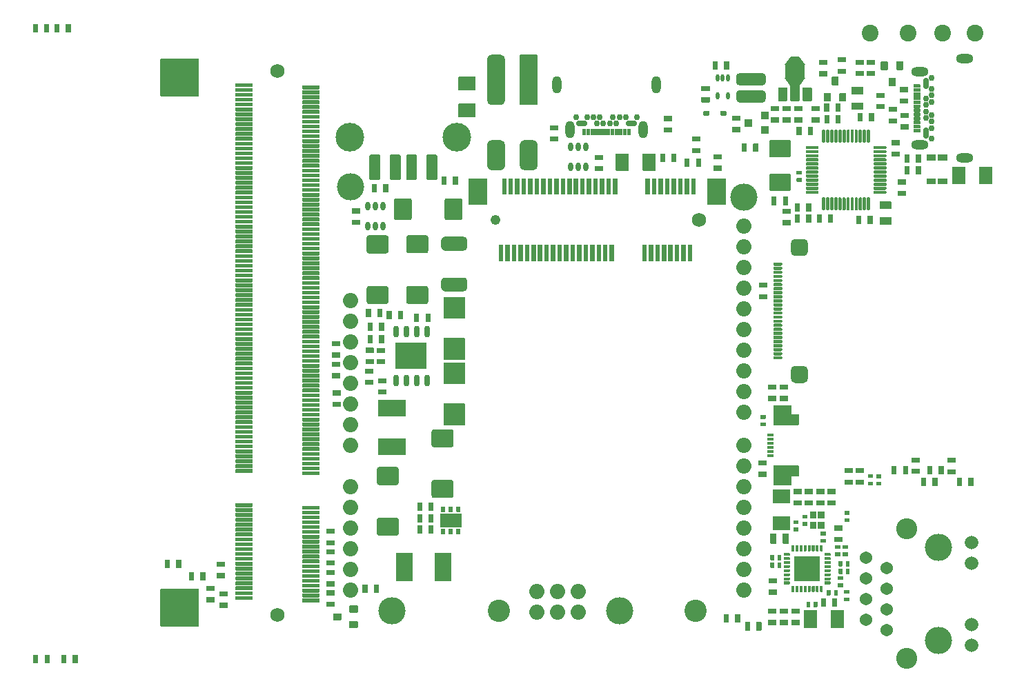
<source format=gbr>
G04 #@! TF.GenerationSoftware,KiCad,Pcbnew,5.1.9-73d0e3b20d~88~ubuntu20.04.1*
G04 #@! TF.CreationDate,2021-01-20T23:51:47+01:00*
G04 #@! TF.ProjectId,stm32mp1-custom-devboard,73746d33-326d-4703-912d-637573746f6d,V1.0*
G04 #@! TF.SameCoordinates,Original*
G04 #@! TF.FileFunction,Soldermask,Top*
G04 #@! TF.FilePolarity,Negative*
%FSLAX46Y46*%
G04 Gerber Fmt 4.6, Leading zero omitted, Abs format (unit mm)*
G04 Created by KiCad (PCBNEW 5.1.9-73d0e3b20d~88~ubuntu20.04.1) date 2021-01-20 23:51:47*
%MOMM*%
%LPD*%
G01*
G04 APERTURE LIST*
%ADD10C,3.519200*%
%ADD11C,3.337860*%
%ADD12C,2.583480*%
%ADD13C,1.669080*%
%ADD14C,1.537000*%
%ADD15O,0.450000X0.950000*%
%ADD16C,1.740000*%
%ADD17O,1.867200X1.867200*%
%ADD18C,3.340000*%
%ADD19O,0.739440X1.440000*%
%ADD20C,0.770000*%
%ADD21C,0.740000*%
%ADD22C,2.740000*%
%ADD23C,1.240000*%
%ADD24O,0.747700X1.397940*%
%ADD25C,0.750000*%
%ADD26O,2.138980X1.138220*%
%ADD27C,0.100000*%
%ADD28O,1.397940X0.747700*%
%ADD29O,1.138220X2.138980*%
%ADD30O,0.600000X1.100760*%
%ADD31C,2.060000*%
G04 APERTURE END LIST*
G36*
G01*
X139911600Y-79319999D02*
X139911600Y-82200001D01*
G75*
G02*
X139810001Y-82301600I-101599J0D01*
G01*
X138689999Y-82301600D01*
G75*
G02*
X138588400Y-82200001I0J101599D01*
G01*
X138588400Y-79319999D01*
G75*
G02*
X138689999Y-79218400I101599J0D01*
G01*
X139810001Y-79218400D01*
G75*
G02*
X139911600Y-79319999I0J-101599D01*
G01*
G37*
G36*
G01*
X141911600Y-79319999D02*
X141911600Y-82200001D01*
G75*
G02*
X141810001Y-82301600I-101599J0D01*
G01*
X140689999Y-82301600D01*
G75*
G02*
X140588400Y-82200001I0J101599D01*
G01*
X140588400Y-79319999D01*
G75*
G02*
X140689999Y-79218400I101599J0D01*
G01*
X141810001Y-79218400D01*
G75*
G02*
X141911600Y-79319999I0J-101599D01*
G01*
G37*
G36*
G01*
X137411600Y-79319999D02*
X137411600Y-82200001D01*
G75*
G02*
X137310001Y-82301600I-101599J0D01*
G01*
X136189999Y-82301600D01*
G75*
G02*
X136088400Y-82200001I0J101599D01*
G01*
X136088400Y-79319999D01*
G75*
G02*
X136189999Y-79218400I101599J0D01*
G01*
X137310001Y-79218400D01*
G75*
G02*
X137411600Y-79319999I0J-101599D01*
G01*
G37*
G36*
G01*
X144411600Y-79319999D02*
X144411600Y-82200001D01*
G75*
G02*
X144310001Y-82301600I-101599J0D01*
G01*
X143189999Y-82301600D01*
G75*
G02*
X143088400Y-82200001I0J101599D01*
G01*
X143088400Y-79319999D01*
G75*
G02*
X143189999Y-79218400I101599J0D01*
G01*
X144310001Y-79218400D01*
G75*
G02*
X144411600Y-79319999I0J-101599D01*
G01*
G37*
D10*
X133680000Y-77090000D03*
X146820000Y-77090000D03*
D11*
X205870000Y-127425000D03*
X205870000Y-138855000D03*
D12*
X201971100Y-125192340D03*
X201971100Y-141087660D03*
D13*
X209979720Y-126815400D03*
X209979720Y-129355400D03*
X209979720Y-136924600D03*
X209979720Y-139464600D03*
D14*
X196980000Y-128700080D03*
X199520000Y-129962460D03*
X196980000Y-131240080D03*
X199520000Y-132502460D03*
X196980000Y-133777540D03*
X199520000Y-135039920D03*
X196980000Y-136317540D03*
X199520000Y-137579920D03*
G36*
G01*
X191620000Y-77615000D02*
X191620000Y-76240000D01*
G75*
G02*
X191720000Y-76140000I100000J0D01*
G01*
X191920000Y-76140000D01*
G75*
G02*
X192020000Y-76240000I0J-100000D01*
G01*
X192020000Y-77615000D01*
G75*
G02*
X191920000Y-77715000I-100000J0D01*
G01*
X191720000Y-77715000D01*
G75*
G02*
X191620000Y-77615000I0J100000D01*
G01*
G37*
G36*
G01*
X192120000Y-77615000D02*
X192120000Y-76240000D01*
G75*
G02*
X192220000Y-76140000I100000J0D01*
G01*
X192420000Y-76140000D01*
G75*
G02*
X192520000Y-76240000I0J-100000D01*
G01*
X192520000Y-77615000D01*
G75*
G02*
X192420000Y-77715000I-100000J0D01*
G01*
X192220000Y-77715000D01*
G75*
G02*
X192120000Y-77615000I0J100000D01*
G01*
G37*
G36*
G01*
X192620000Y-77615000D02*
X192620000Y-76240000D01*
G75*
G02*
X192720000Y-76140000I100000J0D01*
G01*
X192920000Y-76140000D01*
G75*
G02*
X193020000Y-76240000I0J-100000D01*
G01*
X193020000Y-77615000D01*
G75*
G02*
X192920000Y-77715000I-100000J0D01*
G01*
X192720000Y-77715000D01*
G75*
G02*
X192620000Y-77615000I0J100000D01*
G01*
G37*
G36*
G01*
X193120000Y-77615000D02*
X193120000Y-76240000D01*
G75*
G02*
X193220000Y-76140000I100000J0D01*
G01*
X193420000Y-76140000D01*
G75*
G02*
X193520000Y-76240000I0J-100000D01*
G01*
X193520000Y-77615000D01*
G75*
G02*
X193420000Y-77715000I-100000J0D01*
G01*
X193220000Y-77715000D01*
G75*
G02*
X193120000Y-77615000I0J100000D01*
G01*
G37*
G36*
G01*
X193620000Y-77615000D02*
X193620000Y-76240000D01*
G75*
G02*
X193720000Y-76140000I100000J0D01*
G01*
X193920000Y-76140000D01*
G75*
G02*
X194020000Y-76240000I0J-100000D01*
G01*
X194020000Y-77615000D01*
G75*
G02*
X193920000Y-77715000I-100000J0D01*
G01*
X193720000Y-77715000D01*
G75*
G02*
X193620000Y-77615000I0J100000D01*
G01*
G37*
G36*
G01*
X194120000Y-77615000D02*
X194120000Y-76240000D01*
G75*
G02*
X194220000Y-76140000I100000J0D01*
G01*
X194420000Y-76140000D01*
G75*
G02*
X194520000Y-76240000I0J-100000D01*
G01*
X194520000Y-77615000D01*
G75*
G02*
X194420000Y-77715000I-100000J0D01*
G01*
X194220000Y-77715000D01*
G75*
G02*
X194120000Y-77615000I0J100000D01*
G01*
G37*
G36*
G01*
X194620000Y-77615000D02*
X194620000Y-76240000D01*
G75*
G02*
X194720000Y-76140000I100000J0D01*
G01*
X194920000Y-76140000D01*
G75*
G02*
X195020000Y-76240000I0J-100000D01*
G01*
X195020000Y-77615000D01*
G75*
G02*
X194920000Y-77715000I-100000J0D01*
G01*
X194720000Y-77715000D01*
G75*
G02*
X194620000Y-77615000I0J100000D01*
G01*
G37*
G36*
G01*
X195120000Y-77615000D02*
X195120000Y-76240000D01*
G75*
G02*
X195220000Y-76140000I100000J0D01*
G01*
X195420000Y-76140000D01*
G75*
G02*
X195520000Y-76240000I0J-100000D01*
G01*
X195520000Y-77615000D01*
G75*
G02*
X195420000Y-77715000I-100000J0D01*
G01*
X195220000Y-77715000D01*
G75*
G02*
X195120000Y-77615000I0J100000D01*
G01*
G37*
G36*
G01*
X195620000Y-77615000D02*
X195620000Y-76240000D01*
G75*
G02*
X195720000Y-76140000I100000J0D01*
G01*
X195920000Y-76140000D01*
G75*
G02*
X196020000Y-76240000I0J-100000D01*
G01*
X196020000Y-77615000D01*
G75*
G02*
X195920000Y-77715000I-100000J0D01*
G01*
X195720000Y-77715000D01*
G75*
G02*
X195620000Y-77615000I0J100000D01*
G01*
G37*
G36*
G01*
X196120000Y-77615000D02*
X196120000Y-76240000D01*
G75*
G02*
X196220000Y-76140000I100000J0D01*
G01*
X196420000Y-76140000D01*
G75*
G02*
X196520000Y-76240000I0J-100000D01*
G01*
X196520000Y-77615000D01*
G75*
G02*
X196420000Y-77715000I-100000J0D01*
G01*
X196220000Y-77715000D01*
G75*
G02*
X196120000Y-77615000I0J100000D01*
G01*
G37*
G36*
G01*
X196620000Y-77615000D02*
X196620000Y-76240000D01*
G75*
G02*
X196720000Y-76140000I100000J0D01*
G01*
X196920000Y-76140000D01*
G75*
G02*
X197020000Y-76240000I0J-100000D01*
G01*
X197020000Y-77615000D01*
G75*
G02*
X196920000Y-77715000I-100000J0D01*
G01*
X196720000Y-77715000D01*
G75*
G02*
X196620000Y-77615000I0J100000D01*
G01*
G37*
G36*
G01*
X197120000Y-77615000D02*
X197120000Y-76240000D01*
G75*
G02*
X197220000Y-76140000I100000J0D01*
G01*
X197420000Y-76140000D01*
G75*
G02*
X197520000Y-76240000I0J-100000D01*
G01*
X197520000Y-77615000D01*
G75*
G02*
X197420000Y-77715000I-100000J0D01*
G01*
X197220000Y-77715000D01*
G75*
G02*
X197120000Y-77615000I0J100000D01*
G01*
G37*
G36*
G01*
X197945000Y-78440000D02*
X197945000Y-78240000D01*
G75*
G02*
X198045000Y-78140000I100000J0D01*
G01*
X199420000Y-78140000D01*
G75*
G02*
X199520000Y-78240000I0J-100000D01*
G01*
X199520000Y-78440000D01*
G75*
G02*
X199420000Y-78540000I-100000J0D01*
G01*
X198045000Y-78540000D01*
G75*
G02*
X197945000Y-78440000I0J100000D01*
G01*
G37*
G36*
G01*
X197945000Y-78940000D02*
X197945000Y-78740000D01*
G75*
G02*
X198045000Y-78640000I100000J0D01*
G01*
X199420000Y-78640000D01*
G75*
G02*
X199520000Y-78740000I0J-100000D01*
G01*
X199520000Y-78940000D01*
G75*
G02*
X199420000Y-79040000I-100000J0D01*
G01*
X198045000Y-79040000D01*
G75*
G02*
X197945000Y-78940000I0J100000D01*
G01*
G37*
G36*
G01*
X197945000Y-79440000D02*
X197945000Y-79240000D01*
G75*
G02*
X198045000Y-79140000I100000J0D01*
G01*
X199420000Y-79140000D01*
G75*
G02*
X199520000Y-79240000I0J-100000D01*
G01*
X199520000Y-79440000D01*
G75*
G02*
X199420000Y-79540000I-100000J0D01*
G01*
X198045000Y-79540000D01*
G75*
G02*
X197945000Y-79440000I0J100000D01*
G01*
G37*
G36*
G01*
X197945000Y-79940000D02*
X197945000Y-79740000D01*
G75*
G02*
X198045000Y-79640000I100000J0D01*
G01*
X199420000Y-79640000D01*
G75*
G02*
X199520000Y-79740000I0J-100000D01*
G01*
X199520000Y-79940000D01*
G75*
G02*
X199420000Y-80040000I-100000J0D01*
G01*
X198045000Y-80040000D01*
G75*
G02*
X197945000Y-79940000I0J100000D01*
G01*
G37*
G36*
G01*
X197945000Y-80440000D02*
X197945000Y-80240000D01*
G75*
G02*
X198045000Y-80140000I100000J0D01*
G01*
X199420000Y-80140000D01*
G75*
G02*
X199520000Y-80240000I0J-100000D01*
G01*
X199520000Y-80440000D01*
G75*
G02*
X199420000Y-80540000I-100000J0D01*
G01*
X198045000Y-80540000D01*
G75*
G02*
X197945000Y-80440000I0J100000D01*
G01*
G37*
G36*
G01*
X197945000Y-80940000D02*
X197945000Y-80740000D01*
G75*
G02*
X198045000Y-80640000I100000J0D01*
G01*
X199420000Y-80640000D01*
G75*
G02*
X199520000Y-80740000I0J-100000D01*
G01*
X199520000Y-80940000D01*
G75*
G02*
X199420000Y-81040000I-100000J0D01*
G01*
X198045000Y-81040000D01*
G75*
G02*
X197945000Y-80940000I0J100000D01*
G01*
G37*
G36*
G01*
X197945000Y-81440000D02*
X197945000Y-81240000D01*
G75*
G02*
X198045000Y-81140000I100000J0D01*
G01*
X199420000Y-81140000D01*
G75*
G02*
X199520000Y-81240000I0J-100000D01*
G01*
X199520000Y-81440000D01*
G75*
G02*
X199420000Y-81540000I-100000J0D01*
G01*
X198045000Y-81540000D01*
G75*
G02*
X197945000Y-81440000I0J100000D01*
G01*
G37*
G36*
G01*
X197945000Y-81940000D02*
X197945000Y-81740000D01*
G75*
G02*
X198045000Y-81640000I100000J0D01*
G01*
X199420000Y-81640000D01*
G75*
G02*
X199520000Y-81740000I0J-100000D01*
G01*
X199520000Y-81940000D01*
G75*
G02*
X199420000Y-82040000I-100000J0D01*
G01*
X198045000Y-82040000D01*
G75*
G02*
X197945000Y-81940000I0J100000D01*
G01*
G37*
G36*
G01*
X197945000Y-82440000D02*
X197945000Y-82240000D01*
G75*
G02*
X198045000Y-82140000I100000J0D01*
G01*
X199420000Y-82140000D01*
G75*
G02*
X199520000Y-82240000I0J-100000D01*
G01*
X199520000Y-82440000D01*
G75*
G02*
X199420000Y-82540000I-100000J0D01*
G01*
X198045000Y-82540000D01*
G75*
G02*
X197945000Y-82440000I0J100000D01*
G01*
G37*
G36*
G01*
X197945000Y-82940000D02*
X197945000Y-82740000D01*
G75*
G02*
X198045000Y-82640000I100000J0D01*
G01*
X199420000Y-82640000D01*
G75*
G02*
X199520000Y-82740000I0J-100000D01*
G01*
X199520000Y-82940000D01*
G75*
G02*
X199420000Y-83040000I-100000J0D01*
G01*
X198045000Y-83040000D01*
G75*
G02*
X197945000Y-82940000I0J100000D01*
G01*
G37*
G36*
G01*
X197945000Y-83440000D02*
X197945000Y-83240000D01*
G75*
G02*
X198045000Y-83140000I100000J0D01*
G01*
X199420000Y-83140000D01*
G75*
G02*
X199520000Y-83240000I0J-100000D01*
G01*
X199520000Y-83440000D01*
G75*
G02*
X199420000Y-83540000I-100000J0D01*
G01*
X198045000Y-83540000D01*
G75*
G02*
X197945000Y-83440000I0J100000D01*
G01*
G37*
G36*
G01*
X197945000Y-83940000D02*
X197945000Y-83740000D01*
G75*
G02*
X198045000Y-83640000I100000J0D01*
G01*
X199420000Y-83640000D01*
G75*
G02*
X199520000Y-83740000I0J-100000D01*
G01*
X199520000Y-83940000D01*
G75*
G02*
X199420000Y-84040000I-100000J0D01*
G01*
X198045000Y-84040000D01*
G75*
G02*
X197945000Y-83940000I0J100000D01*
G01*
G37*
G36*
G01*
X197120000Y-85940000D02*
X197120000Y-84565000D01*
G75*
G02*
X197220000Y-84465000I100000J0D01*
G01*
X197420000Y-84465000D01*
G75*
G02*
X197520000Y-84565000I0J-100000D01*
G01*
X197520000Y-85940000D01*
G75*
G02*
X197420000Y-86040000I-100000J0D01*
G01*
X197220000Y-86040000D01*
G75*
G02*
X197120000Y-85940000I0J100000D01*
G01*
G37*
G36*
G01*
X196620000Y-85940000D02*
X196620000Y-84565000D01*
G75*
G02*
X196720000Y-84465000I100000J0D01*
G01*
X196920000Y-84465000D01*
G75*
G02*
X197020000Y-84565000I0J-100000D01*
G01*
X197020000Y-85940000D01*
G75*
G02*
X196920000Y-86040000I-100000J0D01*
G01*
X196720000Y-86040000D01*
G75*
G02*
X196620000Y-85940000I0J100000D01*
G01*
G37*
G36*
G01*
X196120000Y-85940000D02*
X196120000Y-84565000D01*
G75*
G02*
X196220000Y-84465000I100000J0D01*
G01*
X196420000Y-84465000D01*
G75*
G02*
X196520000Y-84565000I0J-100000D01*
G01*
X196520000Y-85940000D01*
G75*
G02*
X196420000Y-86040000I-100000J0D01*
G01*
X196220000Y-86040000D01*
G75*
G02*
X196120000Y-85940000I0J100000D01*
G01*
G37*
G36*
G01*
X195620000Y-85940000D02*
X195620000Y-84565000D01*
G75*
G02*
X195720000Y-84465000I100000J0D01*
G01*
X195920000Y-84465000D01*
G75*
G02*
X196020000Y-84565000I0J-100000D01*
G01*
X196020000Y-85940000D01*
G75*
G02*
X195920000Y-86040000I-100000J0D01*
G01*
X195720000Y-86040000D01*
G75*
G02*
X195620000Y-85940000I0J100000D01*
G01*
G37*
G36*
G01*
X195120000Y-85940000D02*
X195120000Y-84565000D01*
G75*
G02*
X195220000Y-84465000I100000J0D01*
G01*
X195420000Y-84465000D01*
G75*
G02*
X195520000Y-84565000I0J-100000D01*
G01*
X195520000Y-85940000D01*
G75*
G02*
X195420000Y-86040000I-100000J0D01*
G01*
X195220000Y-86040000D01*
G75*
G02*
X195120000Y-85940000I0J100000D01*
G01*
G37*
G36*
G01*
X194620000Y-85940000D02*
X194620000Y-84565000D01*
G75*
G02*
X194720000Y-84465000I100000J0D01*
G01*
X194920000Y-84465000D01*
G75*
G02*
X195020000Y-84565000I0J-100000D01*
G01*
X195020000Y-85940000D01*
G75*
G02*
X194920000Y-86040000I-100000J0D01*
G01*
X194720000Y-86040000D01*
G75*
G02*
X194620000Y-85940000I0J100000D01*
G01*
G37*
G36*
G01*
X194120000Y-85940000D02*
X194120000Y-84565000D01*
G75*
G02*
X194220000Y-84465000I100000J0D01*
G01*
X194420000Y-84465000D01*
G75*
G02*
X194520000Y-84565000I0J-100000D01*
G01*
X194520000Y-85940000D01*
G75*
G02*
X194420000Y-86040000I-100000J0D01*
G01*
X194220000Y-86040000D01*
G75*
G02*
X194120000Y-85940000I0J100000D01*
G01*
G37*
G36*
G01*
X193620000Y-85940000D02*
X193620000Y-84565000D01*
G75*
G02*
X193720000Y-84465000I100000J0D01*
G01*
X193920000Y-84465000D01*
G75*
G02*
X194020000Y-84565000I0J-100000D01*
G01*
X194020000Y-85940000D01*
G75*
G02*
X193920000Y-86040000I-100000J0D01*
G01*
X193720000Y-86040000D01*
G75*
G02*
X193620000Y-85940000I0J100000D01*
G01*
G37*
G36*
G01*
X193120000Y-85940000D02*
X193120000Y-84565000D01*
G75*
G02*
X193220000Y-84465000I100000J0D01*
G01*
X193420000Y-84465000D01*
G75*
G02*
X193520000Y-84565000I0J-100000D01*
G01*
X193520000Y-85940000D01*
G75*
G02*
X193420000Y-86040000I-100000J0D01*
G01*
X193220000Y-86040000D01*
G75*
G02*
X193120000Y-85940000I0J100000D01*
G01*
G37*
G36*
G01*
X192620000Y-85940000D02*
X192620000Y-84565000D01*
G75*
G02*
X192720000Y-84465000I100000J0D01*
G01*
X192920000Y-84465000D01*
G75*
G02*
X193020000Y-84565000I0J-100000D01*
G01*
X193020000Y-85940000D01*
G75*
G02*
X192920000Y-86040000I-100000J0D01*
G01*
X192720000Y-86040000D01*
G75*
G02*
X192620000Y-85940000I0J100000D01*
G01*
G37*
G36*
G01*
X192120000Y-85940000D02*
X192120000Y-84565000D01*
G75*
G02*
X192220000Y-84465000I100000J0D01*
G01*
X192420000Y-84465000D01*
G75*
G02*
X192520000Y-84565000I0J-100000D01*
G01*
X192520000Y-85940000D01*
G75*
G02*
X192420000Y-86040000I-100000J0D01*
G01*
X192220000Y-86040000D01*
G75*
G02*
X192120000Y-85940000I0J100000D01*
G01*
G37*
G36*
G01*
X191620000Y-85940000D02*
X191620000Y-84565000D01*
G75*
G02*
X191720000Y-84465000I100000J0D01*
G01*
X191920000Y-84465000D01*
G75*
G02*
X192020000Y-84565000I0J-100000D01*
G01*
X192020000Y-85940000D01*
G75*
G02*
X191920000Y-86040000I-100000J0D01*
G01*
X191720000Y-86040000D01*
G75*
G02*
X191620000Y-85940000I0J100000D01*
G01*
G37*
G36*
G01*
X189620000Y-83940000D02*
X189620000Y-83740000D01*
G75*
G02*
X189720000Y-83640000I100000J0D01*
G01*
X191095000Y-83640000D01*
G75*
G02*
X191195000Y-83740000I0J-100000D01*
G01*
X191195000Y-83940000D01*
G75*
G02*
X191095000Y-84040000I-100000J0D01*
G01*
X189720000Y-84040000D01*
G75*
G02*
X189620000Y-83940000I0J100000D01*
G01*
G37*
G36*
G01*
X189620000Y-83440000D02*
X189620000Y-83240000D01*
G75*
G02*
X189720000Y-83140000I100000J0D01*
G01*
X191095000Y-83140000D01*
G75*
G02*
X191195000Y-83240000I0J-100000D01*
G01*
X191195000Y-83440000D01*
G75*
G02*
X191095000Y-83540000I-100000J0D01*
G01*
X189720000Y-83540000D01*
G75*
G02*
X189620000Y-83440000I0J100000D01*
G01*
G37*
G36*
G01*
X189620000Y-82940000D02*
X189620000Y-82740000D01*
G75*
G02*
X189720000Y-82640000I100000J0D01*
G01*
X191095000Y-82640000D01*
G75*
G02*
X191195000Y-82740000I0J-100000D01*
G01*
X191195000Y-82940000D01*
G75*
G02*
X191095000Y-83040000I-100000J0D01*
G01*
X189720000Y-83040000D01*
G75*
G02*
X189620000Y-82940000I0J100000D01*
G01*
G37*
G36*
G01*
X189620000Y-82440000D02*
X189620000Y-82240000D01*
G75*
G02*
X189720000Y-82140000I100000J0D01*
G01*
X191095000Y-82140000D01*
G75*
G02*
X191195000Y-82240000I0J-100000D01*
G01*
X191195000Y-82440000D01*
G75*
G02*
X191095000Y-82540000I-100000J0D01*
G01*
X189720000Y-82540000D01*
G75*
G02*
X189620000Y-82440000I0J100000D01*
G01*
G37*
G36*
G01*
X189620000Y-81940000D02*
X189620000Y-81740000D01*
G75*
G02*
X189720000Y-81640000I100000J0D01*
G01*
X191095000Y-81640000D01*
G75*
G02*
X191195000Y-81740000I0J-100000D01*
G01*
X191195000Y-81940000D01*
G75*
G02*
X191095000Y-82040000I-100000J0D01*
G01*
X189720000Y-82040000D01*
G75*
G02*
X189620000Y-81940000I0J100000D01*
G01*
G37*
G36*
G01*
X189620000Y-81440000D02*
X189620000Y-81240000D01*
G75*
G02*
X189720000Y-81140000I100000J0D01*
G01*
X191095000Y-81140000D01*
G75*
G02*
X191195000Y-81240000I0J-100000D01*
G01*
X191195000Y-81440000D01*
G75*
G02*
X191095000Y-81540000I-100000J0D01*
G01*
X189720000Y-81540000D01*
G75*
G02*
X189620000Y-81440000I0J100000D01*
G01*
G37*
G36*
G01*
X189620000Y-80940000D02*
X189620000Y-80740000D01*
G75*
G02*
X189720000Y-80640000I100000J0D01*
G01*
X191095000Y-80640000D01*
G75*
G02*
X191195000Y-80740000I0J-100000D01*
G01*
X191195000Y-80940000D01*
G75*
G02*
X191095000Y-81040000I-100000J0D01*
G01*
X189720000Y-81040000D01*
G75*
G02*
X189620000Y-80940000I0J100000D01*
G01*
G37*
G36*
G01*
X189620000Y-80440000D02*
X189620000Y-80240000D01*
G75*
G02*
X189720000Y-80140000I100000J0D01*
G01*
X191095000Y-80140000D01*
G75*
G02*
X191195000Y-80240000I0J-100000D01*
G01*
X191195000Y-80440000D01*
G75*
G02*
X191095000Y-80540000I-100000J0D01*
G01*
X189720000Y-80540000D01*
G75*
G02*
X189620000Y-80440000I0J100000D01*
G01*
G37*
G36*
G01*
X189620000Y-79940000D02*
X189620000Y-79740000D01*
G75*
G02*
X189720000Y-79640000I100000J0D01*
G01*
X191095000Y-79640000D01*
G75*
G02*
X191195000Y-79740000I0J-100000D01*
G01*
X191195000Y-79940000D01*
G75*
G02*
X191095000Y-80040000I-100000J0D01*
G01*
X189720000Y-80040000D01*
G75*
G02*
X189620000Y-79940000I0J100000D01*
G01*
G37*
G36*
G01*
X189620000Y-79440000D02*
X189620000Y-79240000D01*
G75*
G02*
X189720000Y-79140000I100000J0D01*
G01*
X191095000Y-79140000D01*
G75*
G02*
X191195000Y-79240000I0J-100000D01*
G01*
X191195000Y-79440000D01*
G75*
G02*
X191095000Y-79540000I-100000J0D01*
G01*
X189720000Y-79540000D01*
G75*
G02*
X189620000Y-79440000I0J100000D01*
G01*
G37*
G36*
G01*
X189620000Y-78940000D02*
X189620000Y-78740000D01*
G75*
G02*
X189720000Y-78640000I100000J0D01*
G01*
X191095000Y-78640000D01*
G75*
G02*
X191195000Y-78740000I0J-100000D01*
G01*
X191195000Y-78940000D01*
G75*
G02*
X191095000Y-79040000I-100000J0D01*
G01*
X189720000Y-79040000D01*
G75*
G02*
X189620000Y-78940000I0J100000D01*
G01*
G37*
G36*
G01*
X189620000Y-78440000D02*
X189620000Y-78240000D01*
G75*
G02*
X189720000Y-78140000I100000J0D01*
G01*
X191095000Y-78140000D01*
G75*
G02*
X191195000Y-78240000I0J-100000D01*
G01*
X191195000Y-78440000D01*
G75*
G02*
X191095000Y-78540000I-100000J0D01*
G01*
X189720000Y-78540000D01*
G75*
G02*
X189620000Y-78440000I0J100000D01*
G01*
G37*
G36*
G01*
X180580000Y-74430000D02*
X181580000Y-74430000D01*
G75*
G02*
X181590000Y-74440000I0J-10000D01*
G01*
X181590000Y-75040000D01*
G75*
G02*
X181580000Y-75050000I-10000J0D01*
G01*
X180580000Y-75050000D01*
G75*
G02*
X180570000Y-75040000I0J10000D01*
G01*
X180570000Y-74440000D01*
G75*
G02*
X180580000Y-74430000I10000J0D01*
G01*
G37*
G36*
G01*
X180580000Y-75830000D02*
X181580000Y-75830000D01*
G75*
G02*
X181590000Y-75840000I0J-10000D01*
G01*
X181590000Y-76440000D01*
G75*
G02*
X181580000Y-76450000I-10000J0D01*
G01*
X180580000Y-76450000D01*
G75*
G02*
X180570000Y-76440000I0J10000D01*
G01*
X180570000Y-75840000D01*
G75*
G02*
X180580000Y-75830000I10000J0D01*
G01*
G37*
G36*
G01*
X177830000Y-72790000D02*
X176830000Y-72790000D01*
G75*
G02*
X176820000Y-72780000I0J10000D01*
G01*
X176820000Y-72180000D01*
G75*
G02*
X176830000Y-72170000I10000J0D01*
G01*
X177830000Y-72170000D01*
G75*
G02*
X177840000Y-72180000I0J-10000D01*
G01*
X177840000Y-72780000D01*
G75*
G02*
X177830000Y-72790000I-10000J0D01*
G01*
G37*
G36*
G01*
X177830000Y-71390000D02*
X176830000Y-71390000D01*
G75*
G02*
X176820000Y-71380000I0J10000D01*
G01*
X176820000Y-70780000D01*
G75*
G02*
X176830000Y-70770000I10000J0D01*
G01*
X177830000Y-70770000D01*
G75*
G02*
X177840000Y-70780000I0J-10000D01*
G01*
X177840000Y-71380000D01*
G75*
G02*
X177830000Y-71390000I-10000J0D01*
G01*
G37*
G36*
G01*
X179170000Y-74345000D02*
X179170000Y-73895000D01*
G75*
G02*
X179220000Y-73845000I50000J0D01*
G01*
X179820000Y-73845000D01*
G75*
G02*
X179870000Y-73895000I0J-50000D01*
G01*
X179870000Y-74345000D01*
G75*
G02*
X179820000Y-74395000I-50000J0D01*
G01*
X179220000Y-74395000D01*
G75*
G02*
X179170000Y-74345000I0J50000D01*
G01*
G37*
G36*
G01*
X177070000Y-74345000D02*
X177070000Y-73895000D01*
G75*
G02*
X177120000Y-73845000I50000J0D01*
G01*
X177720000Y-73845000D01*
G75*
G02*
X177770000Y-73895000I0J-50000D01*
G01*
X177770000Y-74345000D01*
G75*
G02*
X177720000Y-74395000I-50000J0D01*
G01*
X177120000Y-74395000D01*
G75*
G02*
X177070000Y-74345000I0J50000D01*
G01*
G37*
G36*
G01*
X178190000Y-68760000D02*
X178190000Y-67760000D01*
G75*
G02*
X178200000Y-67750000I10000J0D01*
G01*
X178800000Y-67750000D01*
G75*
G02*
X178810000Y-67760000I0J-10000D01*
G01*
X178810000Y-68760000D01*
G75*
G02*
X178800000Y-68770000I-10000J0D01*
G01*
X178200000Y-68770000D01*
G75*
G02*
X178190000Y-68760000I0J10000D01*
G01*
G37*
G36*
G01*
X179590000Y-68760000D02*
X179590000Y-67760000D01*
G75*
G02*
X179600000Y-67750000I10000J0D01*
G01*
X180200000Y-67750000D01*
G75*
G02*
X180210000Y-67760000I0J-10000D01*
G01*
X180210000Y-68760000D01*
G75*
G02*
X180200000Y-68770000I-10000J0D01*
G01*
X179600000Y-68770000D01*
G75*
G02*
X179590000Y-68760000I0J10000D01*
G01*
G37*
D15*
X180080000Y-72020000D03*
X178780000Y-72020000D03*
X178780000Y-69820000D03*
X179430000Y-69820000D03*
X180080000Y-69820000D03*
G36*
G01*
X192280000Y-68190000D02*
X191280000Y-68190000D01*
G75*
G02*
X191270000Y-68180000I0J10000D01*
G01*
X191270000Y-67580000D01*
G75*
G02*
X191280000Y-67570000I10000J0D01*
G01*
X192280000Y-67570000D01*
G75*
G02*
X192290000Y-67580000I0J-10000D01*
G01*
X192290000Y-68180000D01*
G75*
G02*
X192280000Y-68190000I-10000J0D01*
G01*
G37*
G36*
G01*
X192280000Y-69590000D02*
X191280000Y-69590000D01*
G75*
G02*
X191270000Y-69580000I0J10000D01*
G01*
X191270000Y-68980000D01*
G75*
G02*
X191280000Y-68970000I10000J0D01*
G01*
X192280000Y-68970000D01*
G75*
G02*
X192290000Y-68980000I0J-10000D01*
G01*
X192290000Y-69580000D01*
G75*
G02*
X192280000Y-69590000I-10000J0D01*
G01*
G37*
G36*
G01*
X185320000Y-73240000D02*
X186320000Y-73240000D01*
G75*
G02*
X186330000Y-73250000I0J-10000D01*
G01*
X186330000Y-73850000D01*
G75*
G02*
X186320000Y-73860000I-10000J0D01*
G01*
X185320000Y-73860000D01*
G75*
G02*
X185310000Y-73850000I0J10000D01*
G01*
X185310000Y-73250000D01*
G75*
G02*
X185320000Y-73240000I10000J0D01*
G01*
G37*
G36*
G01*
X185320000Y-74640000D02*
X186320000Y-74640000D01*
G75*
G02*
X186330000Y-74650000I0J-10000D01*
G01*
X186330000Y-75250000D01*
G75*
G02*
X186320000Y-75260000I-10000J0D01*
G01*
X185320000Y-75260000D01*
G75*
G02*
X185310000Y-75250000I0J10000D01*
G01*
X185310000Y-74650000D01*
G75*
G02*
X185320000Y-74640000I10000J0D01*
G01*
G37*
G36*
G01*
X184118800Y-73933800D02*
X185033200Y-73933800D01*
G75*
G02*
X185043200Y-73943800I0J-10000D01*
G01*
X185043200Y-74858200D01*
G75*
G02*
X185033200Y-74868200I-10000J0D01*
G01*
X184118800Y-74868200D01*
G75*
G02*
X184108800Y-74858200I0J10000D01*
G01*
X184108800Y-73943800D01*
G75*
G02*
X184118800Y-73933800I10000J0D01*
G01*
G37*
G36*
G01*
X184118800Y-75711800D02*
X185033200Y-75711800D01*
G75*
G02*
X185043200Y-75721800I0J-10000D01*
G01*
X185043200Y-76636200D01*
G75*
G02*
X185033200Y-76646200I-10000J0D01*
G01*
X184118800Y-76646200D01*
G75*
G02*
X184108800Y-76636200I0J10000D01*
G01*
X184108800Y-75721800D01*
G75*
G02*
X184118800Y-75711800I10000J0D01*
G01*
G37*
G36*
G01*
X182086800Y-74822800D02*
X183001200Y-74822800D01*
G75*
G02*
X183011200Y-74832800I0J-10000D01*
G01*
X183011200Y-75747200D01*
G75*
G02*
X183001200Y-75757200I-10000J0D01*
G01*
X182086800Y-75757200D01*
G75*
G02*
X182076800Y-75747200I0J10000D01*
G01*
X182076800Y-74832800D01*
G75*
G02*
X182086800Y-74822800I10000J0D01*
G01*
G37*
G36*
G01*
X183780000Y-118150000D02*
X184780000Y-118150000D01*
G75*
G02*
X184790000Y-118160000I0J-10000D01*
G01*
X184790000Y-118760000D01*
G75*
G02*
X184780000Y-118770000I-10000J0D01*
G01*
X183780000Y-118770000D01*
G75*
G02*
X183770000Y-118760000I0J10000D01*
G01*
X183770000Y-118160000D01*
G75*
G02*
X183780000Y-118150000I10000J0D01*
G01*
G37*
G36*
G01*
X183780000Y-116750000D02*
X184780000Y-116750000D01*
G75*
G02*
X184790000Y-116760000I0J-10000D01*
G01*
X184790000Y-117360000D01*
G75*
G02*
X184780000Y-117370000I-10000J0D01*
G01*
X183780000Y-117370000D01*
G75*
G02*
X183770000Y-117360000I0J10000D01*
G01*
X183770000Y-116760000D01*
G75*
G02*
X183780000Y-116750000I10000J0D01*
G01*
G37*
G36*
G01*
X184870000Y-96950000D02*
X183870000Y-96950000D01*
G75*
G02*
X183860000Y-96940000I0J10000D01*
G01*
X183860000Y-96340000D01*
G75*
G02*
X183870000Y-96330000I10000J0D01*
G01*
X184870000Y-96330000D01*
G75*
G02*
X184880000Y-96340000I0J-10000D01*
G01*
X184880000Y-96940000D01*
G75*
G02*
X184870000Y-96950000I-10000J0D01*
G01*
G37*
G36*
G01*
X184870000Y-95550000D02*
X183870000Y-95550000D01*
G75*
G02*
X183860000Y-95540000I0J10000D01*
G01*
X183860000Y-94940000D01*
G75*
G02*
X183870000Y-94930000I10000J0D01*
G01*
X184870000Y-94930000D01*
G75*
G02*
X184880000Y-94940000I0J-10000D01*
G01*
X184880000Y-95540000D01*
G75*
G02*
X184870000Y-95550000I-10000J0D01*
G01*
G37*
G36*
G01*
X184070000Y-112090000D02*
X184670000Y-112090000D01*
G75*
G02*
X184700000Y-112120000I0J-30000D01*
G01*
X184700000Y-112520000D01*
G75*
G02*
X184670000Y-112550000I-30000J0D01*
G01*
X184070000Y-112550000D01*
G75*
G02*
X184040000Y-112520000I0J30000D01*
G01*
X184040000Y-112120000D01*
G75*
G02*
X184070000Y-112090000I30000J0D01*
G01*
G37*
G36*
G01*
X184070000Y-111190000D02*
X184670000Y-111190000D01*
G75*
G02*
X184700000Y-111220000I0J-30000D01*
G01*
X184700000Y-111620000D01*
G75*
G02*
X184670000Y-111650000I-30000J0D01*
G01*
X184070000Y-111650000D01*
G75*
G02*
X184040000Y-111620000I0J30000D01*
G01*
X184040000Y-111220000D01*
G75*
G02*
X184070000Y-111190000I30000J0D01*
G01*
G37*
G36*
G01*
X185700000Y-116310000D02*
X184900000Y-116310000D01*
G75*
G02*
X184890000Y-116300000I0J10000D01*
G01*
X184890000Y-116000000D01*
G75*
G02*
X184900000Y-115990000I10000J0D01*
G01*
X185700000Y-115990000D01*
G75*
G02*
X185710000Y-116000000I0J-10000D01*
G01*
X185710000Y-116300000D01*
G75*
G02*
X185700000Y-116310000I-10000J0D01*
G01*
G37*
G36*
G01*
X185700000Y-115810000D02*
X184900000Y-115810000D01*
G75*
G02*
X184890000Y-115800000I0J10000D01*
G01*
X184890000Y-115500000D01*
G75*
G02*
X184900000Y-115490000I10000J0D01*
G01*
X185700000Y-115490000D01*
G75*
G02*
X185710000Y-115500000I0J-10000D01*
G01*
X185710000Y-115800000D01*
G75*
G02*
X185700000Y-115810000I-10000J0D01*
G01*
G37*
G36*
G01*
X185700000Y-115310000D02*
X184900000Y-115310000D01*
G75*
G02*
X184890000Y-115300000I0J10000D01*
G01*
X184890000Y-115000000D01*
G75*
G02*
X184900000Y-114990000I10000J0D01*
G01*
X185700000Y-114990000D01*
G75*
G02*
X185710000Y-115000000I0J-10000D01*
G01*
X185710000Y-115300000D01*
G75*
G02*
X185700000Y-115310000I-10000J0D01*
G01*
G37*
G36*
G01*
X185700000Y-114810000D02*
X184900000Y-114810000D01*
G75*
G02*
X184890000Y-114800000I0J10000D01*
G01*
X184890000Y-114500000D01*
G75*
G02*
X184900000Y-114490000I10000J0D01*
G01*
X185700000Y-114490000D01*
G75*
G02*
X185710000Y-114500000I0J-10000D01*
G01*
X185710000Y-114800000D01*
G75*
G02*
X185700000Y-114810000I-10000J0D01*
G01*
G37*
G36*
G01*
X185700000Y-114310000D02*
X184900000Y-114310000D01*
G75*
G02*
X184890000Y-114300000I0J10000D01*
G01*
X184890000Y-114000000D01*
G75*
G02*
X184900000Y-113990000I10000J0D01*
G01*
X185700000Y-113990000D01*
G75*
G02*
X185710000Y-114000000I0J-10000D01*
G01*
X185710000Y-114300000D01*
G75*
G02*
X185700000Y-114310000I-10000J0D01*
G01*
G37*
G36*
G01*
X185700000Y-113810000D02*
X184900000Y-113810000D01*
G75*
G02*
X184890000Y-113800000I0J10000D01*
G01*
X184890000Y-113500000D01*
G75*
G02*
X184900000Y-113490000I10000J0D01*
G01*
X185700000Y-113490000D01*
G75*
G02*
X185710000Y-113500000I0J-10000D01*
G01*
X185710000Y-113800000D01*
G75*
G02*
X185700000Y-113810000I-10000J0D01*
G01*
G37*
G36*
G01*
X188750000Y-118710000D02*
X185700000Y-118710000D01*
G75*
G02*
X185690000Y-118700000I0J10000D01*
G01*
X185690000Y-117400000D01*
G75*
G02*
X185700000Y-117390000I10000J0D01*
G01*
X188750000Y-117390000D01*
G75*
G02*
X188760000Y-117400000I0J-10000D01*
G01*
X188760000Y-118700000D01*
G75*
G02*
X188750000Y-118710000I-10000J0D01*
G01*
G37*
G36*
G01*
X187900000Y-119810000D02*
X185700000Y-119810000D01*
G75*
G02*
X185690000Y-119800000I0J10000D01*
G01*
X185690000Y-118700000D01*
G75*
G02*
X185700000Y-118690000I10000J0D01*
G01*
X187900000Y-118690000D01*
G75*
G02*
X187910000Y-118700000I0J-10000D01*
G01*
X187910000Y-119800000D01*
G75*
G02*
X187900000Y-119810000I-10000J0D01*
G01*
G37*
G36*
G01*
X188750000Y-112410000D02*
X185700000Y-112410000D01*
G75*
G02*
X185690000Y-112400000I0J10000D01*
G01*
X185690000Y-111100000D01*
G75*
G02*
X185700000Y-111090000I10000J0D01*
G01*
X188750000Y-111090000D01*
G75*
G02*
X188760000Y-111100000I0J-10000D01*
G01*
X188760000Y-112400000D01*
G75*
G02*
X188750000Y-112410000I-10000J0D01*
G01*
G37*
G36*
G01*
X187900000Y-111110000D02*
X185700000Y-111110000D01*
G75*
G02*
X185690000Y-111100000I0J10000D01*
G01*
X185690000Y-110000000D01*
G75*
G02*
X185700000Y-109990000I10000J0D01*
G01*
X187900000Y-109990000D01*
G75*
G02*
X187910000Y-110000000I0J-10000D01*
G01*
X187910000Y-111100000D01*
G75*
G02*
X187900000Y-111110000I-10000J0D01*
G01*
G37*
G36*
G01*
X185730000Y-103960000D02*
X186630000Y-103960000D01*
G75*
G02*
X186730000Y-104060000I0J-100000D01*
G01*
X186730000Y-104260000D01*
G75*
G02*
X186630000Y-104360000I-100000J0D01*
G01*
X185730000Y-104360000D01*
G75*
G02*
X185630000Y-104260000I0J100000D01*
G01*
X185630000Y-104060000D01*
G75*
G02*
X185730000Y-103960000I100000J0D01*
G01*
G37*
G36*
G01*
X185730000Y-100960000D02*
X186630000Y-100960000D01*
G75*
G02*
X186730000Y-101060000I0J-100000D01*
G01*
X186730000Y-101260000D01*
G75*
G02*
X186630000Y-101360000I-100000J0D01*
G01*
X185730000Y-101360000D01*
G75*
G02*
X185630000Y-101260000I0J100000D01*
G01*
X185630000Y-101060000D01*
G75*
G02*
X185730000Y-100960000I100000J0D01*
G01*
G37*
G36*
G01*
X185730000Y-102460000D02*
X186630000Y-102460000D01*
G75*
G02*
X186730000Y-102560000I0J-100000D01*
G01*
X186730000Y-102760000D01*
G75*
G02*
X186630000Y-102860000I-100000J0D01*
G01*
X185730000Y-102860000D01*
G75*
G02*
X185630000Y-102760000I0J100000D01*
G01*
X185630000Y-102560000D01*
G75*
G02*
X185730000Y-102460000I100000J0D01*
G01*
G37*
G36*
G01*
X185730000Y-102960000D02*
X186630000Y-102960000D01*
G75*
G02*
X186730000Y-103060000I0J-100000D01*
G01*
X186730000Y-103260000D01*
G75*
G02*
X186630000Y-103360000I-100000J0D01*
G01*
X185730000Y-103360000D01*
G75*
G02*
X185630000Y-103260000I0J100000D01*
G01*
X185630000Y-103060000D01*
G75*
G02*
X185730000Y-102960000I100000J0D01*
G01*
G37*
G36*
G01*
X185730000Y-103460000D02*
X186630000Y-103460000D01*
G75*
G02*
X186730000Y-103560000I0J-100000D01*
G01*
X186730000Y-103760000D01*
G75*
G02*
X186630000Y-103860000I-100000J0D01*
G01*
X185730000Y-103860000D01*
G75*
G02*
X185630000Y-103760000I0J100000D01*
G01*
X185630000Y-103560000D01*
G75*
G02*
X185730000Y-103460000I100000J0D01*
G01*
G37*
G36*
G01*
X185730000Y-101960000D02*
X186630000Y-101960000D01*
G75*
G02*
X186730000Y-102060000I0J-100000D01*
G01*
X186730000Y-102260000D01*
G75*
G02*
X186630000Y-102360000I-100000J0D01*
G01*
X185730000Y-102360000D01*
G75*
G02*
X185630000Y-102260000I0J100000D01*
G01*
X185630000Y-102060000D01*
G75*
G02*
X185730000Y-101960000I100000J0D01*
G01*
G37*
G36*
G01*
X185730000Y-101460000D02*
X186630000Y-101460000D01*
G75*
G02*
X186730000Y-101560000I0J-100000D01*
G01*
X186730000Y-101760000D01*
G75*
G02*
X186630000Y-101860000I-100000J0D01*
G01*
X185730000Y-101860000D01*
G75*
G02*
X185630000Y-101760000I0J100000D01*
G01*
X185630000Y-101560000D01*
G75*
G02*
X185730000Y-101460000I100000J0D01*
G01*
G37*
G36*
G01*
X185730000Y-100460000D02*
X186630000Y-100460000D01*
G75*
G02*
X186730000Y-100560000I0J-100000D01*
G01*
X186730000Y-100760000D01*
G75*
G02*
X186630000Y-100860000I-100000J0D01*
G01*
X185730000Y-100860000D01*
G75*
G02*
X185630000Y-100760000I0J100000D01*
G01*
X185630000Y-100560000D01*
G75*
G02*
X185730000Y-100460000I100000J0D01*
G01*
G37*
G36*
G01*
X185730000Y-99960000D02*
X186630000Y-99960000D01*
G75*
G02*
X186730000Y-100060000I0J-100000D01*
G01*
X186730000Y-100260000D01*
G75*
G02*
X186630000Y-100360000I-100000J0D01*
G01*
X185730000Y-100360000D01*
G75*
G02*
X185630000Y-100260000I0J100000D01*
G01*
X185630000Y-100060000D01*
G75*
G02*
X185730000Y-99960000I100000J0D01*
G01*
G37*
G36*
G01*
X185730000Y-99460000D02*
X186630000Y-99460000D01*
G75*
G02*
X186730000Y-99560000I0J-100000D01*
G01*
X186730000Y-99760000D01*
G75*
G02*
X186630000Y-99860000I-100000J0D01*
G01*
X185730000Y-99860000D01*
G75*
G02*
X185630000Y-99760000I0J100000D01*
G01*
X185630000Y-99560000D01*
G75*
G02*
X185730000Y-99460000I100000J0D01*
G01*
G37*
G36*
G01*
X185730000Y-96460000D02*
X186630000Y-96460000D01*
G75*
G02*
X186730000Y-96560000I0J-100000D01*
G01*
X186730000Y-96760000D01*
G75*
G02*
X186630000Y-96860000I-100000J0D01*
G01*
X185730000Y-96860000D01*
G75*
G02*
X185630000Y-96760000I0J100000D01*
G01*
X185630000Y-96560000D01*
G75*
G02*
X185730000Y-96460000I100000J0D01*
G01*
G37*
G36*
G01*
X185730000Y-96960000D02*
X186630000Y-96960000D01*
G75*
G02*
X186730000Y-97060000I0J-100000D01*
G01*
X186730000Y-97260000D01*
G75*
G02*
X186630000Y-97360000I-100000J0D01*
G01*
X185730000Y-97360000D01*
G75*
G02*
X185630000Y-97260000I0J100000D01*
G01*
X185630000Y-97060000D01*
G75*
G02*
X185730000Y-96960000I100000J0D01*
G01*
G37*
G36*
G01*
X185730000Y-98460000D02*
X186630000Y-98460000D01*
G75*
G02*
X186730000Y-98560000I0J-100000D01*
G01*
X186730000Y-98760000D01*
G75*
G02*
X186630000Y-98860000I-100000J0D01*
G01*
X185730000Y-98860000D01*
G75*
G02*
X185630000Y-98760000I0J100000D01*
G01*
X185630000Y-98560000D01*
G75*
G02*
X185730000Y-98460000I100000J0D01*
G01*
G37*
G36*
G01*
X185730000Y-98960000D02*
X186630000Y-98960000D01*
G75*
G02*
X186730000Y-99060000I0J-100000D01*
G01*
X186730000Y-99260000D01*
G75*
G02*
X186630000Y-99360000I-100000J0D01*
G01*
X185730000Y-99360000D01*
G75*
G02*
X185630000Y-99260000I0J100000D01*
G01*
X185630000Y-99060000D01*
G75*
G02*
X185730000Y-98960000I100000J0D01*
G01*
G37*
G36*
G01*
X185730000Y-97460000D02*
X186630000Y-97460000D01*
G75*
G02*
X186730000Y-97560000I0J-100000D01*
G01*
X186730000Y-97760000D01*
G75*
G02*
X186630000Y-97860000I-100000J0D01*
G01*
X185730000Y-97860000D01*
G75*
G02*
X185630000Y-97760000I0J100000D01*
G01*
X185630000Y-97560000D01*
G75*
G02*
X185730000Y-97460000I100000J0D01*
G01*
G37*
G36*
G01*
X185730000Y-97960000D02*
X186630000Y-97960000D01*
G75*
G02*
X186730000Y-98060000I0J-100000D01*
G01*
X186730000Y-98260000D01*
G75*
G02*
X186630000Y-98360000I-100000J0D01*
G01*
X185730000Y-98360000D01*
G75*
G02*
X185630000Y-98260000I0J100000D01*
G01*
X185630000Y-98060000D01*
G75*
G02*
X185730000Y-97960000I100000J0D01*
G01*
G37*
G36*
G01*
X185730000Y-94460000D02*
X186630000Y-94460000D01*
G75*
G02*
X186730000Y-94560000I0J-100000D01*
G01*
X186730000Y-94760000D01*
G75*
G02*
X186630000Y-94860000I-100000J0D01*
G01*
X185730000Y-94860000D01*
G75*
G02*
X185630000Y-94760000I0J100000D01*
G01*
X185630000Y-94560000D01*
G75*
G02*
X185730000Y-94460000I100000J0D01*
G01*
G37*
G36*
G01*
X185730000Y-94960000D02*
X186630000Y-94960000D01*
G75*
G02*
X186730000Y-95060000I0J-100000D01*
G01*
X186730000Y-95260000D01*
G75*
G02*
X186630000Y-95360000I-100000J0D01*
G01*
X185730000Y-95360000D01*
G75*
G02*
X185630000Y-95260000I0J100000D01*
G01*
X185630000Y-95060000D01*
G75*
G02*
X185730000Y-94960000I100000J0D01*
G01*
G37*
G36*
G01*
X185730000Y-95460000D02*
X186630000Y-95460000D01*
G75*
G02*
X186730000Y-95560000I0J-100000D01*
G01*
X186730000Y-95760000D01*
G75*
G02*
X186630000Y-95860000I-100000J0D01*
G01*
X185730000Y-95860000D01*
G75*
G02*
X185630000Y-95760000I0J100000D01*
G01*
X185630000Y-95560000D01*
G75*
G02*
X185730000Y-95460000I100000J0D01*
G01*
G37*
G36*
G01*
X185730000Y-95960000D02*
X186630000Y-95960000D01*
G75*
G02*
X186730000Y-96060000I0J-100000D01*
G01*
X186730000Y-96260000D01*
G75*
G02*
X186630000Y-96360000I-100000J0D01*
G01*
X185730000Y-96360000D01*
G75*
G02*
X185630000Y-96260000I0J100000D01*
G01*
X185630000Y-96060000D01*
G75*
G02*
X185730000Y-95960000I100000J0D01*
G01*
G37*
G36*
G01*
X185730000Y-93460000D02*
X186630000Y-93460000D01*
G75*
G02*
X186730000Y-93560000I0J-100000D01*
G01*
X186730000Y-93760000D01*
G75*
G02*
X186630000Y-93860000I-100000J0D01*
G01*
X185730000Y-93860000D01*
G75*
G02*
X185630000Y-93760000I0J100000D01*
G01*
X185630000Y-93560000D01*
G75*
G02*
X185730000Y-93460000I100000J0D01*
G01*
G37*
G36*
G01*
X185730000Y-93960000D02*
X186630000Y-93960000D01*
G75*
G02*
X186730000Y-94060000I0J-100000D01*
G01*
X186730000Y-94260000D01*
G75*
G02*
X186630000Y-94360000I-100000J0D01*
G01*
X185730000Y-94360000D01*
G75*
G02*
X185630000Y-94260000I0J100000D01*
G01*
X185630000Y-94060000D01*
G75*
G02*
X185730000Y-93960000I100000J0D01*
G01*
G37*
G36*
G01*
X185730000Y-92960000D02*
X186630000Y-92960000D01*
G75*
G02*
X186730000Y-93060000I0J-100000D01*
G01*
X186730000Y-93260000D01*
G75*
G02*
X186630000Y-93360000I-100000J0D01*
G01*
X185730000Y-93360000D01*
G75*
G02*
X185630000Y-93260000I0J100000D01*
G01*
X185630000Y-93060000D01*
G75*
G02*
X185730000Y-92960000I100000J0D01*
G01*
G37*
G36*
G01*
X185730000Y-92460000D02*
X186630000Y-92460000D01*
G75*
G02*
X186730000Y-92560000I0J-100000D01*
G01*
X186730000Y-92760000D01*
G75*
G02*
X186630000Y-92860000I-100000J0D01*
G01*
X185730000Y-92860000D01*
G75*
G02*
X185630000Y-92760000I0J100000D01*
G01*
X185630000Y-92560000D01*
G75*
G02*
X185730000Y-92460000I100000J0D01*
G01*
G37*
G36*
G01*
X188315000Y-105150000D02*
X189365000Y-105150000D01*
G75*
G02*
X189890000Y-105675000I0J-525000D01*
G01*
X189890000Y-106725000D01*
G75*
G02*
X189365000Y-107250000I-525000J0D01*
G01*
X188315000Y-107250000D01*
G75*
G02*
X187790000Y-106725000I0J525000D01*
G01*
X187790000Y-105675000D01*
G75*
G02*
X188315000Y-105150000I525000J0D01*
G01*
G37*
G36*
G01*
X188315000Y-89550000D02*
X189365000Y-89550000D01*
G75*
G02*
X189890000Y-90075000I0J-525000D01*
G01*
X189890000Y-91125000D01*
G75*
G02*
X189365000Y-91650000I-525000J0D01*
G01*
X188315000Y-91650000D01*
G75*
G02*
X187790000Y-91125000I0J525000D01*
G01*
X187790000Y-90075000D01*
G75*
G02*
X188315000Y-89550000I525000J0D01*
G01*
G37*
G36*
G01*
X115160000Y-132600000D02*
X115160000Y-137100000D01*
G75*
G02*
X115100000Y-137160000I-60000J0D01*
G01*
X110500000Y-137160000D01*
G75*
G02*
X110440000Y-137100000I0J60000D01*
G01*
X110440000Y-132600000D01*
G75*
G02*
X110500000Y-132540000I60000J0D01*
G01*
X115100000Y-132540000D01*
G75*
G02*
X115160000Y-132600000I0J-60000D01*
G01*
G37*
G36*
G01*
X121760000Y-70474999D02*
X121760000Y-70825001D01*
G75*
G02*
X121700001Y-70885000I-59999J0D01*
G01*
X119699999Y-70885000D01*
G75*
G02*
X119640000Y-70825001I0J59999D01*
G01*
X119640000Y-70474999D01*
G75*
G02*
X119699999Y-70415000I59999J0D01*
G01*
X121700001Y-70415000D01*
G75*
G02*
X121760000Y-70474999I0J-59999D01*
G01*
G37*
G36*
G01*
X121760000Y-71074999D02*
X121760000Y-71425001D01*
G75*
G02*
X121700001Y-71485000I-59999J0D01*
G01*
X119699999Y-71485000D01*
G75*
G02*
X119640000Y-71425001I0J59999D01*
G01*
X119640000Y-71074999D01*
G75*
G02*
X119699999Y-71015000I59999J0D01*
G01*
X121700001Y-71015000D01*
G75*
G02*
X121760000Y-71074999I0J-59999D01*
G01*
G37*
G36*
G01*
X121760000Y-71674999D02*
X121760000Y-72025001D01*
G75*
G02*
X121700001Y-72085000I-59999J0D01*
G01*
X119699999Y-72085000D01*
G75*
G02*
X119640000Y-72025001I0J59999D01*
G01*
X119640000Y-71674999D01*
G75*
G02*
X119699999Y-71615000I59999J0D01*
G01*
X121700001Y-71615000D01*
G75*
G02*
X121760000Y-71674999I0J-59999D01*
G01*
G37*
G36*
G01*
X121760000Y-72274999D02*
X121760000Y-72625001D01*
G75*
G02*
X121700001Y-72685000I-59999J0D01*
G01*
X119699999Y-72685000D01*
G75*
G02*
X119640000Y-72625001I0J59999D01*
G01*
X119640000Y-72274999D01*
G75*
G02*
X119699999Y-72215000I59999J0D01*
G01*
X121700001Y-72215000D01*
G75*
G02*
X121760000Y-72274999I0J-59999D01*
G01*
G37*
G36*
G01*
X121760000Y-72874999D02*
X121760000Y-73225001D01*
G75*
G02*
X121700001Y-73285000I-59999J0D01*
G01*
X119699999Y-73285000D01*
G75*
G02*
X119640000Y-73225001I0J59999D01*
G01*
X119640000Y-72874999D01*
G75*
G02*
X119699999Y-72815000I59999J0D01*
G01*
X121700001Y-72815000D01*
G75*
G02*
X121760000Y-72874999I0J-59999D01*
G01*
G37*
G36*
G01*
X121760000Y-73474999D02*
X121760000Y-73825001D01*
G75*
G02*
X121700001Y-73885000I-59999J0D01*
G01*
X119699999Y-73885000D01*
G75*
G02*
X119640000Y-73825001I0J59999D01*
G01*
X119640000Y-73474999D01*
G75*
G02*
X119699999Y-73415000I59999J0D01*
G01*
X121700001Y-73415000D01*
G75*
G02*
X121760000Y-73474999I0J-59999D01*
G01*
G37*
G36*
G01*
X121760000Y-74074999D02*
X121760000Y-74425001D01*
G75*
G02*
X121700001Y-74485000I-59999J0D01*
G01*
X119699999Y-74485000D01*
G75*
G02*
X119640000Y-74425001I0J59999D01*
G01*
X119640000Y-74074999D01*
G75*
G02*
X119699999Y-74015000I59999J0D01*
G01*
X121700001Y-74015000D01*
G75*
G02*
X121760000Y-74074999I0J-59999D01*
G01*
G37*
G36*
G01*
X121760000Y-74674999D02*
X121760000Y-75025001D01*
G75*
G02*
X121700001Y-75085000I-59999J0D01*
G01*
X119699999Y-75085000D01*
G75*
G02*
X119640000Y-75025001I0J59999D01*
G01*
X119640000Y-74674999D01*
G75*
G02*
X119699999Y-74615000I59999J0D01*
G01*
X121700001Y-74615000D01*
G75*
G02*
X121760000Y-74674999I0J-59999D01*
G01*
G37*
G36*
G01*
X121760000Y-75274999D02*
X121760000Y-75625001D01*
G75*
G02*
X121700001Y-75685000I-59999J0D01*
G01*
X119699999Y-75685000D01*
G75*
G02*
X119640000Y-75625001I0J59999D01*
G01*
X119640000Y-75274999D01*
G75*
G02*
X119699999Y-75215000I59999J0D01*
G01*
X121700001Y-75215000D01*
G75*
G02*
X121760000Y-75274999I0J-59999D01*
G01*
G37*
G36*
G01*
X121760000Y-75874999D02*
X121760000Y-76225001D01*
G75*
G02*
X121700001Y-76285000I-59999J0D01*
G01*
X119699999Y-76285000D01*
G75*
G02*
X119640000Y-76225001I0J59999D01*
G01*
X119640000Y-75874999D01*
G75*
G02*
X119699999Y-75815000I59999J0D01*
G01*
X121700001Y-75815000D01*
G75*
G02*
X121760000Y-75874999I0J-59999D01*
G01*
G37*
G36*
G01*
X121760000Y-76474999D02*
X121760000Y-76825001D01*
G75*
G02*
X121700001Y-76885000I-59999J0D01*
G01*
X119699999Y-76885000D01*
G75*
G02*
X119640000Y-76825001I0J59999D01*
G01*
X119640000Y-76474999D01*
G75*
G02*
X119699999Y-76415000I59999J0D01*
G01*
X121700001Y-76415000D01*
G75*
G02*
X121760000Y-76474999I0J-59999D01*
G01*
G37*
G36*
G01*
X121760000Y-77074999D02*
X121760000Y-77425001D01*
G75*
G02*
X121700001Y-77485000I-59999J0D01*
G01*
X119699999Y-77485000D01*
G75*
G02*
X119640000Y-77425001I0J59999D01*
G01*
X119640000Y-77074999D01*
G75*
G02*
X119699999Y-77015000I59999J0D01*
G01*
X121700001Y-77015000D01*
G75*
G02*
X121760000Y-77074999I0J-59999D01*
G01*
G37*
G36*
G01*
X121760000Y-77674999D02*
X121760000Y-78025001D01*
G75*
G02*
X121700001Y-78085000I-59999J0D01*
G01*
X119699999Y-78085000D01*
G75*
G02*
X119640000Y-78025001I0J59999D01*
G01*
X119640000Y-77674999D01*
G75*
G02*
X119699999Y-77615000I59999J0D01*
G01*
X121700001Y-77615000D01*
G75*
G02*
X121760000Y-77674999I0J-59999D01*
G01*
G37*
G36*
G01*
X121760000Y-78274999D02*
X121760000Y-78625001D01*
G75*
G02*
X121700001Y-78685000I-59999J0D01*
G01*
X119699999Y-78685000D01*
G75*
G02*
X119640000Y-78625001I0J59999D01*
G01*
X119640000Y-78274999D01*
G75*
G02*
X119699999Y-78215000I59999J0D01*
G01*
X121700001Y-78215000D01*
G75*
G02*
X121760000Y-78274999I0J-59999D01*
G01*
G37*
G36*
G01*
X121760000Y-78874999D02*
X121760000Y-79225001D01*
G75*
G02*
X121700001Y-79285000I-59999J0D01*
G01*
X119699999Y-79285000D01*
G75*
G02*
X119640000Y-79225001I0J59999D01*
G01*
X119640000Y-78874999D01*
G75*
G02*
X119699999Y-78815000I59999J0D01*
G01*
X121700001Y-78815000D01*
G75*
G02*
X121760000Y-78874999I0J-59999D01*
G01*
G37*
G36*
G01*
X121760000Y-79474999D02*
X121760000Y-79825001D01*
G75*
G02*
X121700001Y-79885000I-59999J0D01*
G01*
X119699999Y-79885000D01*
G75*
G02*
X119640000Y-79825001I0J59999D01*
G01*
X119640000Y-79474999D01*
G75*
G02*
X119699999Y-79415000I59999J0D01*
G01*
X121700001Y-79415000D01*
G75*
G02*
X121760000Y-79474999I0J-59999D01*
G01*
G37*
G36*
G01*
X121760000Y-80074999D02*
X121760000Y-80425001D01*
G75*
G02*
X121700001Y-80485000I-59999J0D01*
G01*
X119699999Y-80485000D01*
G75*
G02*
X119640000Y-80425001I0J59999D01*
G01*
X119640000Y-80074999D01*
G75*
G02*
X119699999Y-80015000I59999J0D01*
G01*
X121700001Y-80015000D01*
G75*
G02*
X121760000Y-80074999I0J-59999D01*
G01*
G37*
G36*
G01*
X121760000Y-80674999D02*
X121760000Y-81025001D01*
G75*
G02*
X121700001Y-81085000I-59999J0D01*
G01*
X119699999Y-81085000D01*
G75*
G02*
X119640000Y-81025001I0J59999D01*
G01*
X119640000Y-80674999D01*
G75*
G02*
X119699999Y-80615000I59999J0D01*
G01*
X121700001Y-80615000D01*
G75*
G02*
X121760000Y-80674999I0J-59999D01*
G01*
G37*
G36*
G01*
X121760000Y-81274999D02*
X121760000Y-81625001D01*
G75*
G02*
X121700001Y-81685000I-59999J0D01*
G01*
X119699999Y-81685000D01*
G75*
G02*
X119640000Y-81625001I0J59999D01*
G01*
X119640000Y-81274999D01*
G75*
G02*
X119699999Y-81215000I59999J0D01*
G01*
X121700001Y-81215000D01*
G75*
G02*
X121760000Y-81274999I0J-59999D01*
G01*
G37*
G36*
G01*
X121760000Y-81874999D02*
X121760000Y-82225001D01*
G75*
G02*
X121700001Y-82285000I-59999J0D01*
G01*
X119699999Y-82285000D01*
G75*
G02*
X119640000Y-82225001I0J59999D01*
G01*
X119640000Y-81874999D01*
G75*
G02*
X119699999Y-81815000I59999J0D01*
G01*
X121700001Y-81815000D01*
G75*
G02*
X121760000Y-81874999I0J-59999D01*
G01*
G37*
G36*
G01*
X121760000Y-82474999D02*
X121760000Y-82825001D01*
G75*
G02*
X121700001Y-82885000I-59999J0D01*
G01*
X119699999Y-82885000D01*
G75*
G02*
X119640000Y-82825001I0J59999D01*
G01*
X119640000Y-82474999D01*
G75*
G02*
X119699999Y-82415000I59999J0D01*
G01*
X121700001Y-82415000D01*
G75*
G02*
X121760000Y-82474999I0J-59999D01*
G01*
G37*
G36*
G01*
X121760000Y-83074999D02*
X121760000Y-83425001D01*
G75*
G02*
X121700001Y-83485000I-59999J0D01*
G01*
X119699999Y-83485000D01*
G75*
G02*
X119640000Y-83425001I0J59999D01*
G01*
X119640000Y-83074999D01*
G75*
G02*
X119699999Y-83015000I59999J0D01*
G01*
X121700001Y-83015000D01*
G75*
G02*
X121760000Y-83074999I0J-59999D01*
G01*
G37*
G36*
G01*
X121760000Y-83674999D02*
X121760000Y-84025001D01*
G75*
G02*
X121700001Y-84085000I-59999J0D01*
G01*
X119699999Y-84085000D01*
G75*
G02*
X119640000Y-84025001I0J59999D01*
G01*
X119640000Y-83674999D01*
G75*
G02*
X119699999Y-83615000I59999J0D01*
G01*
X121700001Y-83615000D01*
G75*
G02*
X121760000Y-83674999I0J-59999D01*
G01*
G37*
G36*
G01*
X121760000Y-84274999D02*
X121760000Y-84625001D01*
G75*
G02*
X121700001Y-84685000I-59999J0D01*
G01*
X119699999Y-84685000D01*
G75*
G02*
X119640000Y-84625001I0J59999D01*
G01*
X119640000Y-84274999D01*
G75*
G02*
X119699999Y-84215000I59999J0D01*
G01*
X121700001Y-84215000D01*
G75*
G02*
X121760000Y-84274999I0J-59999D01*
G01*
G37*
G36*
G01*
X121760000Y-84874999D02*
X121760000Y-85225001D01*
G75*
G02*
X121700001Y-85285000I-59999J0D01*
G01*
X119699999Y-85285000D01*
G75*
G02*
X119640000Y-85225001I0J59999D01*
G01*
X119640000Y-84874999D01*
G75*
G02*
X119699999Y-84815000I59999J0D01*
G01*
X121700001Y-84815000D01*
G75*
G02*
X121760000Y-84874999I0J-59999D01*
G01*
G37*
G36*
G01*
X121760000Y-85474999D02*
X121760000Y-85825001D01*
G75*
G02*
X121700001Y-85885000I-59999J0D01*
G01*
X119699999Y-85885000D01*
G75*
G02*
X119640000Y-85825001I0J59999D01*
G01*
X119640000Y-85474999D01*
G75*
G02*
X119699999Y-85415000I59999J0D01*
G01*
X121700001Y-85415000D01*
G75*
G02*
X121760000Y-85474999I0J-59999D01*
G01*
G37*
G36*
G01*
X121760000Y-86074999D02*
X121760000Y-86425001D01*
G75*
G02*
X121700001Y-86485000I-59999J0D01*
G01*
X119699999Y-86485000D01*
G75*
G02*
X119640000Y-86425001I0J59999D01*
G01*
X119640000Y-86074999D01*
G75*
G02*
X119699999Y-86015000I59999J0D01*
G01*
X121700001Y-86015000D01*
G75*
G02*
X121760000Y-86074999I0J-59999D01*
G01*
G37*
G36*
G01*
X121760000Y-86674999D02*
X121760000Y-87025001D01*
G75*
G02*
X121700001Y-87085000I-59999J0D01*
G01*
X119699999Y-87085000D01*
G75*
G02*
X119640000Y-87025001I0J59999D01*
G01*
X119640000Y-86674999D01*
G75*
G02*
X119699999Y-86615000I59999J0D01*
G01*
X121700001Y-86615000D01*
G75*
G02*
X121760000Y-86674999I0J-59999D01*
G01*
G37*
G36*
G01*
X121760000Y-87274999D02*
X121760000Y-87625001D01*
G75*
G02*
X121700001Y-87685000I-59999J0D01*
G01*
X119699999Y-87685000D01*
G75*
G02*
X119640000Y-87625001I0J59999D01*
G01*
X119640000Y-87274999D01*
G75*
G02*
X119699999Y-87215000I59999J0D01*
G01*
X121700001Y-87215000D01*
G75*
G02*
X121760000Y-87274999I0J-59999D01*
G01*
G37*
G36*
G01*
X121760000Y-87874999D02*
X121760000Y-88225001D01*
G75*
G02*
X121700001Y-88285000I-59999J0D01*
G01*
X119699999Y-88285000D01*
G75*
G02*
X119640000Y-88225001I0J59999D01*
G01*
X119640000Y-87874999D01*
G75*
G02*
X119699999Y-87815000I59999J0D01*
G01*
X121700001Y-87815000D01*
G75*
G02*
X121760000Y-87874999I0J-59999D01*
G01*
G37*
G36*
G01*
X121760000Y-88474999D02*
X121760000Y-88825001D01*
G75*
G02*
X121700001Y-88885000I-59999J0D01*
G01*
X119699999Y-88885000D01*
G75*
G02*
X119640000Y-88825001I0J59999D01*
G01*
X119640000Y-88474999D01*
G75*
G02*
X119699999Y-88415000I59999J0D01*
G01*
X121700001Y-88415000D01*
G75*
G02*
X121760000Y-88474999I0J-59999D01*
G01*
G37*
G36*
G01*
X121760000Y-89074999D02*
X121760000Y-89425001D01*
G75*
G02*
X121700001Y-89485000I-59999J0D01*
G01*
X119699999Y-89485000D01*
G75*
G02*
X119640000Y-89425001I0J59999D01*
G01*
X119640000Y-89074999D01*
G75*
G02*
X119699999Y-89015000I59999J0D01*
G01*
X121700001Y-89015000D01*
G75*
G02*
X121760000Y-89074999I0J-59999D01*
G01*
G37*
G36*
G01*
X121760000Y-89674999D02*
X121760000Y-90025001D01*
G75*
G02*
X121700001Y-90085000I-59999J0D01*
G01*
X119699999Y-90085000D01*
G75*
G02*
X119640000Y-90025001I0J59999D01*
G01*
X119640000Y-89674999D01*
G75*
G02*
X119699999Y-89615000I59999J0D01*
G01*
X121700001Y-89615000D01*
G75*
G02*
X121760000Y-89674999I0J-59999D01*
G01*
G37*
G36*
G01*
X121760000Y-90274999D02*
X121760000Y-90625001D01*
G75*
G02*
X121700001Y-90685000I-59999J0D01*
G01*
X119699999Y-90685000D01*
G75*
G02*
X119640000Y-90625001I0J59999D01*
G01*
X119640000Y-90274999D01*
G75*
G02*
X119699999Y-90215000I59999J0D01*
G01*
X121700001Y-90215000D01*
G75*
G02*
X121760000Y-90274999I0J-59999D01*
G01*
G37*
G36*
G01*
X121760000Y-90874999D02*
X121760000Y-91225001D01*
G75*
G02*
X121700001Y-91285000I-59999J0D01*
G01*
X119699999Y-91285000D01*
G75*
G02*
X119640000Y-91225001I0J59999D01*
G01*
X119640000Y-90874999D01*
G75*
G02*
X119699999Y-90815000I59999J0D01*
G01*
X121700001Y-90815000D01*
G75*
G02*
X121760000Y-90874999I0J-59999D01*
G01*
G37*
G36*
G01*
X121760000Y-91474999D02*
X121760000Y-91825001D01*
G75*
G02*
X121700001Y-91885000I-59999J0D01*
G01*
X119699999Y-91885000D01*
G75*
G02*
X119640000Y-91825001I0J59999D01*
G01*
X119640000Y-91474999D01*
G75*
G02*
X119699999Y-91415000I59999J0D01*
G01*
X121700001Y-91415000D01*
G75*
G02*
X121760000Y-91474999I0J-59999D01*
G01*
G37*
G36*
G01*
X121760000Y-92074999D02*
X121760000Y-92425001D01*
G75*
G02*
X121700001Y-92485000I-59999J0D01*
G01*
X119699999Y-92485000D01*
G75*
G02*
X119640000Y-92425001I0J59999D01*
G01*
X119640000Y-92074999D01*
G75*
G02*
X119699999Y-92015000I59999J0D01*
G01*
X121700001Y-92015000D01*
G75*
G02*
X121760000Y-92074999I0J-59999D01*
G01*
G37*
G36*
G01*
X121760000Y-92674999D02*
X121760000Y-93025001D01*
G75*
G02*
X121700001Y-93085000I-59999J0D01*
G01*
X119699999Y-93085000D01*
G75*
G02*
X119640000Y-93025001I0J59999D01*
G01*
X119640000Y-92674999D01*
G75*
G02*
X119699999Y-92615000I59999J0D01*
G01*
X121700001Y-92615000D01*
G75*
G02*
X121760000Y-92674999I0J-59999D01*
G01*
G37*
G36*
G01*
X121760000Y-93274999D02*
X121760000Y-93625001D01*
G75*
G02*
X121700001Y-93685000I-59999J0D01*
G01*
X119699999Y-93685000D01*
G75*
G02*
X119640000Y-93625001I0J59999D01*
G01*
X119640000Y-93274999D01*
G75*
G02*
X119699999Y-93215000I59999J0D01*
G01*
X121700001Y-93215000D01*
G75*
G02*
X121760000Y-93274999I0J-59999D01*
G01*
G37*
G36*
G01*
X121760000Y-93874999D02*
X121760000Y-94225001D01*
G75*
G02*
X121700001Y-94285000I-59999J0D01*
G01*
X119699999Y-94285000D01*
G75*
G02*
X119640000Y-94225001I0J59999D01*
G01*
X119640000Y-93874999D01*
G75*
G02*
X119699999Y-93815000I59999J0D01*
G01*
X121700001Y-93815000D01*
G75*
G02*
X121760000Y-93874999I0J-59999D01*
G01*
G37*
G36*
G01*
X121760000Y-94474999D02*
X121760000Y-94825001D01*
G75*
G02*
X121700001Y-94885000I-59999J0D01*
G01*
X119699999Y-94885000D01*
G75*
G02*
X119640000Y-94825001I0J59999D01*
G01*
X119640000Y-94474999D01*
G75*
G02*
X119699999Y-94415000I59999J0D01*
G01*
X121700001Y-94415000D01*
G75*
G02*
X121760000Y-94474999I0J-59999D01*
G01*
G37*
G36*
G01*
X121760000Y-95074999D02*
X121760000Y-95425001D01*
G75*
G02*
X121700001Y-95485000I-59999J0D01*
G01*
X119699999Y-95485000D01*
G75*
G02*
X119640000Y-95425001I0J59999D01*
G01*
X119640000Y-95074999D01*
G75*
G02*
X119699999Y-95015000I59999J0D01*
G01*
X121700001Y-95015000D01*
G75*
G02*
X121760000Y-95074999I0J-59999D01*
G01*
G37*
G36*
G01*
X121760000Y-95674999D02*
X121760000Y-96025001D01*
G75*
G02*
X121700001Y-96085000I-59999J0D01*
G01*
X119699999Y-96085000D01*
G75*
G02*
X119640000Y-96025001I0J59999D01*
G01*
X119640000Y-95674999D01*
G75*
G02*
X119699999Y-95615000I59999J0D01*
G01*
X121700001Y-95615000D01*
G75*
G02*
X121760000Y-95674999I0J-59999D01*
G01*
G37*
G36*
G01*
X121760000Y-96274999D02*
X121760000Y-96625001D01*
G75*
G02*
X121700001Y-96685000I-59999J0D01*
G01*
X119699999Y-96685000D01*
G75*
G02*
X119640000Y-96625001I0J59999D01*
G01*
X119640000Y-96274999D01*
G75*
G02*
X119699999Y-96215000I59999J0D01*
G01*
X121700001Y-96215000D01*
G75*
G02*
X121760000Y-96274999I0J-59999D01*
G01*
G37*
G36*
G01*
X121760000Y-96874999D02*
X121760000Y-97225001D01*
G75*
G02*
X121700001Y-97285000I-59999J0D01*
G01*
X119699999Y-97285000D01*
G75*
G02*
X119640000Y-97225001I0J59999D01*
G01*
X119640000Y-96874999D01*
G75*
G02*
X119699999Y-96815000I59999J0D01*
G01*
X121700001Y-96815000D01*
G75*
G02*
X121760000Y-96874999I0J-59999D01*
G01*
G37*
G36*
G01*
X121760000Y-97474999D02*
X121760000Y-97825001D01*
G75*
G02*
X121700001Y-97885000I-59999J0D01*
G01*
X119699999Y-97885000D01*
G75*
G02*
X119640000Y-97825001I0J59999D01*
G01*
X119640000Y-97474999D01*
G75*
G02*
X119699999Y-97415000I59999J0D01*
G01*
X121700001Y-97415000D01*
G75*
G02*
X121760000Y-97474999I0J-59999D01*
G01*
G37*
G36*
G01*
X121760000Y-98074999D02*
X121760000Y-98425001D01*
G75*
G02*
X121700001Y-98485000I-59999J0D01*
G01*
X119699999Y-98485000D01*
G75*
G02*
X119640000Y-98425001I0J59999D01*
G01*
X119640000Y-98074999D01*
G75*
G02*
X119699999Y-98015000I59999J0D01*
G01*
X121700001Y-98015000D01*
G75*
G02*
X121760000Y-98074999I0J-59999D01*
G01*
G37*
G36*
G01*
X121760000Y-98674999D02*
X121760000Y-99025001D01*
G75*
G02*
X121700001Y-99085000I-59999J0D01*
G01*
X119699999Y-99085000D01*
G75*
G02*
X119640000Y-99025001I0J59999D01*
G01*
X119640000Y-98674999D01*
G75*
G02*
X119699999Y-98615000I59999J0D01*
G01*
X121700001Y-98615000D01*
G75*
G02*
X121760000Y-98674999I0J-59999D01*
G01*
G37*
G36*
G01*
X121760000Y-99274999D02*
X121760000Y-99625001D01*
G75*
G02*
X121700001Y-99685000I-59999J0D01*
G01*
X119699999Y-99685000D01*
G75*
G02*
X119640000Y-99625001I0J59999D01*
G01*
X119640000Y-99274999D01*
G75*
G02*
X119699999Y-99215000I59999J0D01*
G01*
X121700001Y-99215000D01*
G75*
G02*
X121760000Y-99274999I0J-59999D01*
G01*
G37*
G36*
G01*
X121760000Y-99874999D02*
X121760000Y-100225001D01*
G75*
G02*
X121700001Y-100285000I-59999J0D01*
G01*
X119699999Y-100285000D01*
G75*
G02*
X119640000Y-100225001I0J59999D01*
G01*
X119640000Y-99874999D01*
G75*
G02*
X119699999Y-99815000I59999J0D01*
G01*
X121700001Y-99815000D01*
G75*
G02*
X121760000Y-99874999I0J-59999D01*
G01*
G37*
G36*
G01*
X121760000Y-100474999D02*
X121760000Y-100825001D01*
G75*
G02*
X121700001Y-100885000I-59999J0D01*
G01*
X119699999Y-100885000D01*
G75*
G02*
X119640000Y-100825001I0J59999D01*
G01*
X119640000Y-100474999D01*
G75*
G02*
X119699999Y-100415000I59999J0D01*
G01*
X121700001Y-100415000D01*
G75*
G02*
X121760000Y-100474999I0J-59999D01*
G01*
G37*
G36*
G01*
X121760000Y-101074999D02*
X121760000Y-101425001D01*
G75*
G02*
X121700001Y-101485000I-59999J0D01*
G01*
X119699999Y-101485000D01*
G75*
G02*
X119640000Y-101425001I0J59999D01*
G01*
X119640000Y-101074999D01*
G75*
G02*
X119699999Y-101015000I59999J0D01*
G01*
X121700001Y-101015000D01*
G75*
G02*
X121760000Y-101074999I0J-59999D01*
G01*
G37*
G36*
G01*
X121760000Y-101674999D02*
X121760000Y-102025001D01*
G75*
G02*
X121700001Y-102085000I-59999J0D01*
G01*
X119699999Y-102085000D01*
G75*
G02*
X119640000Y-102025001I0J59999D01*
G01*
X119640000Y-101674999D01*
G75*
G02*
X119699999Y-101615000I59999J0D01*
G01*
X121700001Y-101615000D01*
G75*
G02*
X121760000Y-101674999I0J-59999D01*
G01*
G37*
G36*
G01*
X121760000Y-102274999D02*
X121760000Y-102625001D01*
G75*
G02*
X121700001Y-102685000I-59999J0D01*
G01*
X119699999Y-102685000D01*
G75*
G02*
X119640000Y-102625001I0J59999D01*
G01*
X119640000Y-102274999D01*
G75*
G02*
X119699999Y-102215000I59999J0D01*
G01*
X121700001Y-102215000D01*
G75*
G02*
X121760000Y-102274999I0J-59999D01*
G01*
G37*
G36*
G01*
X121760000Y-102874999D02*
X121760000Y-103225001D01*
G75*
G02*
X121700001Y-103285000I-59999J0D01*
G01*
X119699999Y-103285000D01*
G75*
G02*
X119640000Y-103225001I0J59999D01*
G01*
X119640000Y-102874999D01*
G75*
G02*
X119699999Y-102815000I59999J0D01*
G01*
X121700001Y-102815000D01*
G75*
G02*
X121760000Y-102874999I0J-59999D01*
G01*
G37*
G36*
G01*
X121760000Y-103474999D02*
X121760000Y-103825001D01*
G75*
G02*
X121700001Y-103885000I-59999J0D01*
G01*
X119699999Y-103885000D01*
G75*
G02*
X119640000Y-103825001I0J59999D01*
G01*
X119640000Y-103474999D01*
G75*
G02*
X119699999Y-103415000I59999J0D01*
G01*
X121700001Y-103415000D01*
G75*
G02*
X121760000Y-103474999I0J-59999D01*
G01*
G37*
G36*
G01*
X121760000Y-104074999D02*
X121760000Y-104425001D01*
G75*
G02*
X121700001Y-104485000I-59999J0D01*
G01*
X119699999Y-104485000D01*
G75*
G02*
X119640000Y-104425001I0J59999D01*
G01*
X119640000Y-104074999D01*
G75*
G02*
X119699999Y-104015000I59999J0D01*
G01*
X121700001Y-104015000D01*
G75*
G02*
X121760000Y-104074999I0J-59999D01*
G01*
G37*
G36*
G01*
X121760000Y-104674999D02*
X121760000Y-105025001D01*
G75*
G02*
X121700001Y-105085000I-59999J0D01*
G01*
X119699999Y-105085000D01*
G75*
G02*
X119640000Y-105025001I0J59999D01*
G01*
X119640000Y-104674999D01*
G75*
G02*
X119699999Y-104615000I59999J0D01*
G01*
X121700001Y-104615000D01*
G75*
G02*
X121760000Y-104674999I0J-59999D01*
G01*
G37*
G36*
G01*
X121760000Y-105274999D02*
X121760000Y-105625001D01*
G75*
G02*
X121700001Y-105685000I-59999J0D01*
G01*
X119699999Y-105685000D01*
G75*
G02*
X119640000Y-105625001I0J59999D01*
G01*
X119640000Y-105274999D01*
G75*
G02*
X119699999Y-105215000I59999J0D01*
G01*
X121700001Y-105215000D01*
G75*
G02*
X121760000Y-105274999I0J-59999D01*
G01*
G37*
G36*
G01*
X121760000Y-105874999D02*
X121760000Y-106225001D01*
G75*
G02*
X121700001Y-106285000I-59999J0D01*
G01*
X119699999Y-106285000D01*
G75*
G02*
X119640000Y-106225001I0J59999D01*
G01*
X119640000Y-105874999D01*
G75*
G02*
X119699999Y-105815000I59999J0D01*
G01*
X121700001Y-105815000D01*
G75*
G02*
X121760000Y-105874999I0J-59999D01*
G01*
G37*
G36*
G01*
X121760000Y-106474999D02*
X121760000Y-106825001D01*
G75*
G02*
X121700001Y-106885000I-59999J0D01*
G01*
X119699999Y-106885000D01*
G75*
G02*
X119640000Y-106825001I0J59999D01*
G01*
X119640000Y-106474999D01*
G75*
G02*
X119699999Y-106415000I59999J0D01*
G01*
X121700001Y-106415000D01*
G75*
G02*
X121760000Y-106474999I0J-59999D01*
G01*
G37*
G36*
G01*
X121760000Y-107074999D02*
X121760000Y-107425001D01*
G75*
G02*
X121700001Y-107485000I-59999J0D01*
G01*
X119699999Y-107485000D01*
G75*
G02*
X119640000Y-107425001I0J59999D01*
G01*
X119640000Y-107074999D01*
G75*
G02*
X119699999Y-107015000I59999J0D01*
G01*
X121700001Y-107015000D01*
G75*
G02*
X121760000Y-107074999I0J-59999D01*
G01*
G37*
G36*
G01*
X121760000Y-107674999D02*
X121760000Y-108025001D01*
G75*
G02*
X121700001Y-108085000I-59999J0D01*
G01*
X119699999Y-108085000D01*
G75*
G02*
X119640000Y-108025001I0J59999D01*
G01*
X119640000Y-107674999D01*
G75*
G02*
X119699999Y-107615000I59999J0D01*
G01*
X121700001Y-107615000D01*
G75*
G02*
X121760000Y-107674999I0J-59999D01*
G01*
G37*
G36*
G01*
X121760000Y-108274999D02*
X121760000Y-108625001D01*
G75*
G02*
X121700001Y-108685000I-59999J0D01*
G01*
X119699999Y-108685000D01*
G75*
G02*
X119640000Y-108625001I0J59999D01*
G01*
X119640000Y-108274999D01*
G75*
G02*
X119699999Y-108215000I59999J0D01*
G01*
X121700001Y-108215000D01*
G75*
G02*
X121760000Y-108274999I0J-59999D01*
G01*
G37*
G36*
G01*
X121760000Y-108874999D02*
X121760000Y-109225001D01*
G75*
G02*
X121700001Y-109285000I-59999J0D01*
G01*
X119699999Y-109285000D01*
G75*
G02*
X119640000Y-109225001I0J59999D01*
G01*
X119640000Y-108874999D01*
G75*
G02*
X119699999Y-108815000I59999J0D01*
G01*
X121700001Y-108815000D01*
G75*
G02*
X121760000Y-108874999I0J-59999D01*
G01*
G37*
G36*
G01*
X121760000Y-109474999D02*
X121760000Y-109825001D01*
G75*
G02*
X121700001Y-109885000I-59999J0D01*
G01*
X119699999Y-109885000D01*
G75*
G02*
X119640000Y-109825001I0J59999D01*
G01*
X119640000Y-109474999D01*
G75*
G02*
X119699999Y-109415000I59999J0D01*
G01*
X121700001Y-109415000D01*
G75*
G02*
X121760000Y-109474999I0J-59999D01*
G01*
G37*
G36*
G01*
X121760000Y-110074999D02*
X121760000Y-110425001D01*
G75*
G02*
X121700001Y-110485000I-59999J0D01*
G01*
X119699999Y-110485000D01*
G75*
G02*
X119640000Y-110425001I0J59999D01*
G01*
X119640000Y-110074999D01*
G75*
G02*
X119699999Y-110015000I59999J0D01*
G01*
X121700001Y-110015000D01*
G75*
G02*
X121760000Y-110074999I0J-59999D01*
G01*
G37*
G36*
G01*
X121760000Y-110674999D02*
X121760000Y-111025001D01*
G75*
G02*
X121700001Y-111085000I-59999J0D01*
G01*
X119699999Y-111085000D01*
G75*
G02*
X119640000Y-111025001I0J59999D01*
G01*
X119640000Y-110674999D01*
G75*
G02*
X119699999Y-110615000I59999J0D01*
G01*
X121700001Y-110615000D01*
G75*
G02*
X121760000Y-110674999I0J-59999D01*
G01*
G37*
G36*
G01*
X121760000Y-111274999D02*
X121760000Y-111625001D01*
G75*
G02*
X121700001Y-111685000I-59999J0D01*
G01*
X119699999Y-111685000D01*
G75*
G02*
X119640000Y-111625001I0J59999D01*
G01*
X119640000Y-111274999D01*
G75*
G02*
X119699999Y-111215000I59999J0D01*
G01*
X121700001Y-111215000D01*
G75*
G02*
X121760000Y-111274999I0J-59999D01*
G01*
G37*
G36*
G01*
X121760000Y-111874999D02*
X121760000Y-112225001D01*
G75*
G02*
X121700001Y-112285000I-59999J0D01*
G01*
X119699999Y-112285000D01*
G75*
G02*
X119640000Y-112225001I0J59999D01*
G01*
X119640000Y-111874999D01*
G75*
G02*
X119699999Y-111815000I59999J0D01*
G01*
X121700001Y-111815000D01*
G75*
G02*
X121760000Y-111874999I0J-59999D01*
G01*
G37*
G36*
G01*
X121760000Y-112474999D02*
X121760000Y-112825001D01*
G75*
G02*
X121700001Y-112885000I-59999J0D01*
G01*
X119699999Y-112885000D01*
G75*
G02*
X119640000Y-112825001I0J59999D01*
G01*
X119640000Y-112474999D01*
G75*
G02*
X119699999Y-112415000I59999J0D01*
G01*
X121700001Y-112415000D01*
G75*
G02*
X121760000Y-112474999I0J-59999D01*
G01*
G37*
G36*
G01*
X121760000Y-113074999D02*
X121760000Y-113425001D01*
G75*
G02*
X121700001Y-113485000I-59999J0D01*
G01*
X119699999Y-113485000D01*
G75*
G02*
X119640000Y-113425001I0J59999D01*
G01*
X119640000Y-113074999D01*
G75*
G02*
X119699999Y-113015000I59999J0D01*
G01*
X121700001Y-113015000D01*
G75*
G02*
X121760000Y-113074999I0J-59999D01*
G01*
G37*
G36*
G01*
X121760000Y-113674999D02*
X121760000Y-114025001D01*
G75*
G02*
X121700001Y-114085000I-59999J0D01*
G01*
X119699999Y-114085000D01*
G75*
G02*
X119640000Y-114025001I0J59999D01*
G01*
X119640000Y-113674999D01*
G75*
G02*
X119699999Y-113615000I59999J0D01*
G01*
X121700001Y-113615000D01*
G75*
G02*
X121760000Y-113674999I0J-59999D01*
G01*
G37*
G36*
G01*
X121760000Y-114274999D02*
X121760000Y-114625001D01*
G75*
G02*
X121700001Y-114685000I-59999J0D01*
G01*
X119699999Y-114685000D01*
G75*
G02*
X119640000Y-114625001I0J59999D01*
G01*
X119640000Y-114274999D01*
G75*
G02*
X119699999Y-114215000I59999J0D01*
G01*
X121700001Y-114215000D01*
G75*
G02*
X121760000Y-114274999I0J-59999D01*
G01*
G37*
G36*
G01*
X121760000Y-114874999D02*
X121760000Y-115225001D01*
G75*
G02*
X121700001Y-115285000I-59999J0D01*
G01*
X119699999Y-115285000D01*
G75*
G02*
X119640000Y-115225001I0J59999D01*
G01*
X119640000Y-114874999D01*
G75*
G02*
X119699999Y-114815000I59999J0D01*
G01*
X121700001Y-114815000D01*
G75*
G02*
X121760000Y-114874999I0J-59999D01*
G01*
G37*
G36*
G01*
X121760000Y-115474999D02*
X121760000Y-115825001D01*
G75*
G02*
X121700001Y-115885000I-59999J0D01*
G01*
X119699999Y-115885000D01*
G75*
G02*
X119640000Y-115825001I0J59999D01*
G01*
X119640000Y-115474999D01*
G75*
G02*
X119699999Y-115415000I59999J0D01*
G01*
X121700001Y-115415000D01*
G75*
G02*
X121760000Y-115474999I0J-59999D01*
G01*
G37*
G36*
G01*
X121760000Y-116074999D02*
X121760000Y-116425001D01*
G75*
G02*
X121700001Y-116485000I-59999J0D01*
G01*
X119699999Y-116485000D01*
G75*
G02*
X119640000Y-116425001I0J59999D01*
G01*
X119640000Y-116074999D01*
G75*
G02*
X119699999Y-116015000I59999J0D01*
G01*
X121700001Y-116015000D01*
G75*
G02*
X121760000Y-116074999I0J-59999D01*
G01*
G37*
G36*
G01*
X121760000Y-116674999D02*
X121760000Y-117025001D01*
G75*
G02*
X121700001Y-117085000I-59999J0D01*
G01*
X119699999Y-117085000D01*
G75*
G02*
X119640000Y-117025001I0J59999D01*
G01*
X119640000Y-116674999D01*
G75*
G02*
X119699999Y-116615000I59999J0D01*
G01*
X121700001Y-116615000D01*
G75*
G02*
X121760000Y-116674999I0J-59999D01*
G01*
G37*
G36*
G01*
X121760000Y-117274999D02*
X121760000Y-117625001D01*
G75*
G02*
X121700001Y-117685000I-59999J0D01*
G01*
X119699999Y-117685000D01*
G75*
G02*
X119640000Y-117625001I0J59999D01*
G01*
X119640000Y-117274999D01*
G75*
G02*
X119699999Y-117215000I59999J0D01*
G01*
X121700001Y-117215000D01*
G75*
G02*
X121760000Y-117274999I0J-59999D01*
G01*
G37*
G36*
G01*
X121760000Y-117874999D02*
X121760000Y-118225001D01*
G75*
G02*
X121700001Y-118285000I-59999J0D01*
G01*
X119699999Y-118285000D01*
G75*
G02*
X119640000Y-118225001I0J59999D01*
G01*
X119640000Y-117874999D01*
G75*
G02*
X119699999Y-117815000I59999J0D01*
G01*
X121700001Y-117815000D01*
G75*
G02*
X121760000Y-117874999I0J-59999D01*
G01*
G37*
G36*
G01*
X129960000Y-70774999D02*
X129960000Y-71125001D01*
G75*
G02*
X129900001Y-71185000I-59999J0D01*
G01*
X127899999Y-71185000D01*
G75*
G02*
X127840000Y-71125001I0J59999D01*
G01*
X127840000Y-70774999D01*
G75*
G02*
X127899999Y-70715000I59999J0D01*
G01*
X129900001Y-70715000D01*
G75*
G02*
X129960000Y-70774999I0J-59999D01*
G01*
G37*
G36*
G01*
X129960000Y-71374999D02*
X129960000Y-71725001D01*
G75*
G02*
X129900001Y-71785000I-59999J0D01*
G01*
X127899999Y-71785000D01*
G75*
G02*
X127840000Y-71725001I0J59999D01*
G01*
X127840000Y-71374999D01*
G75*
G02*
X127899999Y-71315000I59999J0D01*
G01*
X129900001Y-71315000D01*
G75*
G02*
X129960000Y-71374999I0J-59999D01*
G01*
G37*
G36*
G01*
X129960000Y-71974999D02*
X129960000Y-72325001D01*
G75*
G02*
X129900001Y-72385000I-59999J0D01*
G01*
X127899999Y-72385000D01*
G75*
G02*
X127840000Y-72325001I0J59999D01*
G01*
X127840000Y-71974999D01*
G75*
G02*
X127899999Y-71915000I59999J0D01*
G01*
X129900001Y-71915000D01*
G75*
G02*
X129960000Y-71974999I0J-59999D01*
G01*
G37*
G36*
G01*
X129960000Y-72574999D02*
X129960000Y-72925001D01*
G75*
G02*
X129900001Y-72985000I-59999J0D01*
G01*
X127899999Y-72985000D01*
G75*
G02*
X127840000Y-72925001I0J59999D01*
G01*
X127840000Y-72574999D01*
G75*
G02*
X127899999Y-72515000I59999J0D01*
G01*
X129900001Y-72515000D01*
G75*
G02*
X129960000Y-72574999I0J-59999D01*
G01*
G37*
G36*
G01*
X129960000Y-73174999D02*
X129960000Y-73525001D01*
G75*
G02*
X129900001Y-73585000I-59999J0D01*
G01*
X127899999Y-73585000D01*
G75*
G02*
X127840000Y-73525001I0J59999D01*
G01*
X127840000Y-73174999D01*
G75*
G02*
X127899999Y-73115000I59999J0D01*
G01*
X129900001Y-73115000D01*
G75*
G02*
X129960000Y-73174999I0J-59999D01*
G01*
G37*
G36*
G01*
X129960000Y-73774999D02*
X129960000Y-74125001D01*
G75*
G02*
X129900001Y-74185000I-59999J0D01*
G01*
X127899999Y-74185000D01*
G75*
G02*
X127840000Y-74125001I0J59999D01*
G01*
X127840000Y-73774999D01*
G75*
G02*
X127899999Y-73715000I59999J0D01*
G01*
X129900001Y-73715000D01*
G75*
G02*
X129960000Y-73774999I0J-59999D01*
G01*
G37*
G36*
G01*
X129960000Y-74374999D02*
X129960000Y-74725001D01*
G75*
G02*
X129900001Y-74785000I-59999J0D01*
G01*
X127899999Y-74785000D01*
G75*
G02*
X127840000Y-74725001I0J59999D01*
G01*
X127840000Y-74374999D01*
G75*
G02*
X127899999Y-74315000I59999J0D01*
G01*
X129900001Y-74315000D01*
G75*
G02*
X129960000Y-74374999I0J-59999D01*
G01*
G37*
G36*
G01*
X129960000Y-74974999D02*
X129960000Y-75325001D01*
G75*
G02*
X129900001Y-75385000I-59999J0D01*
G01*
X127899999Y-75385000D01*
G75*
G02*
X127840000Y-75325001I0J59999D01*
G01*
X127840000Y-74974999D01*
G75*
G02*
X127899999Y-74915000I59999J0D01*
G01*
X129900001Y-74915000D01*
G75*
G02*
X129960000Y-74974999I0J-59999D01*
G01*
G37*
G36*
G01*
X129960000Y-75574999D02*
X129960000Y-75925001D01*
G75*
G02*
X129900001Y-75985000I-59999J0D01*
G01*
X127899999Y-75985000D01*
G75*
G02*
X127840000Y-75925001I0J59999D01*
G01*
X127840000Y-75574999D01*
G75*
G02*
X127899999Y-75515000I59999J0D01*
G01*
X129900001Y-75515000D01*
G75*
G02*
X129960000Y-75574999I0J-59999D01*
G01*
G37*
G36*
G01*
X129960000Y-76174999D02*
X129960000Y-76525001D01*
G75*
G02*
X129900001Y-76585000I-59999J0D01*
G01*
X127899999Y-76585000D01*
G75*
G02*
X127840000Y-76525001I0J59999D01*
G01*
X127840000Y-76174999D01*
G75*
G02*
X127899999Y-76115000I59999J0D01*
G01*
X129900001Y-76115000D01*
G75*
G02*
X129960000Y-76174999I0J-59999D01*
G01*
G37*
G36*
G01*
X129960000Y-76774999D02*
X129960000Y-77125001D01*
G75*
G02*
X129900001Y-77185000I-59999J0D01*
G01*
X127899999Y-77185000D01*
G75*
G02*
X127840000Y-77125001I0J59999D01*
G01*
X127840000Y-76774999D01*
G75*
G02*
X127899999Y-76715000I59999J0D01*
G01*
X129900001Y-76715000D01*
G75*
G02*
X129960000Y-76774999I0J-59999D01*
G01*
G37*
G36*
G01*
X129960000Y-77374999D02*
X129960000Y-77725001D01*
G75*
G02*
X129900001Y-77785000I-59999J0D01*
G01*
X127899999Y-77785000D01*
G75*
G02*
X127840000Y-77725001I0J59999D01*
G01*
X127840000Y-77374999D01*
G75*
G02*
X127899999Y-77315000I59999J0D01*
G01*
X129900001Y-77315000D01*
G75*
G02*
X129960000Y-77374999I0J-59999D01*
G01*
G37*
G36*
G01*
X129960000Y-77974999D02*
X129960000Y-78325001D01*
G75*
G02*
X129900001Y-78385000I-59999J0D01*
G01*
X127899999Y-78385000D01*
G75*
G02*
X127840000Y-78325001I0J59999D01*
G01*
X127840000Y-77974999D01*
G75*
G02*
X127899999Y-77915000I59999J0D01*
G01*
X129900001Y-77915000D01*
G75*
G02*
X129960000Y-77974999I0J-59999D01*
G01*
G37*
G36*
G01*
X129960000Y-78574999D02*
X129960000Y-78925001D01*
G75*
G02*
X129900001Y-78985000I-59999J0D01*
G01*
X127899999Y-78985000D01*
G75*
G02*
X127840000Y-78925001I0J59999D01*
G01*
X127840000Y-78574999D01*
G75*
G02*
X127899999Y-78515000I59999J0D01*
G01*
X129900001Y-78515000D01*
G75*
G02*
X129960000Y-78574999I0J-59999D01*
G01*
G37*
G36*
G01*
X129960000Y-79174999D02*
X129960000Y-79525001D01*
G75*
G02*
X129900001Y-79585000I-59999J0D01*
G01*
X127899999Y-79585000D01*
G75*
G02*
X127840000Y-79525001I0J59999D01*
G01*
X127840000Y-79174999D01*
G75*
G02*
X127899999Y-79115000I59999J0D01*
G01*
X129900001Y-79115000D01*
G75*
G02*
X129960000Y-79174999I0J-59999D01*
G01*
G37*
G36*
G01*
X129960000Y-79774999D02*
X129960000Y-80125001D01*
G75*
G02*
X129900001Y-80185000I-59999J0D01*
G01*
X127899999Y-80185000D01*
G75*
G02*
X127840000Y-80125001I0J59999D01*
G01*
X127840000Y-79774999D01*
G75*
G02*
X127899999Y-79715000I59999J0D01*
G01*
X129900001Y-79715000D01*
G75*
G02*
X129960000Y-79774999I0J-59999D01*
G01*
G37*
G36*
G01*
X129960000Y-80374999D02*
X129960000Y-80725001D01*
G75*
G02*
X129900001Y-80785000I-59999J0D01*
G01*
X127899999Y-80785000D01*
G75*
G02*
X127840000Y-80725001I0J59999D01*
G01*
X127840000Y-80374999D01*
G75*
G02*
X127899999Y-80315000I59999J0D01*
G01*
X129900001Y-80315000D01*
G75*
G02*
X129960000Y-80374999I0J-59999D01*
G01*
G37*
G36*
G01*
X129960000Y-80974999D02*
X129960000Y-81325001D01*
G75*
G02*
X129900001Y-81385000I-59999J0D01*
G01*
X127899999Y-81385000D01*
G75*
G02*
X127840000Y-81325001I0J59999D01*
G01*
X127840000Y-80974999D01*
G75*
G02*
X127899999Y-80915000I59999J0D01*
G01*
X129900001Y-80915000D01*
G75*
G02*
X129960000Y-80974999I0J-59999D01*
G01*
G37*
G36*
G01*
X129960000Y-81574999D02*
X129960000Y-81925001D01*
G75*
G02*
X129900001Y-81985000I-59999J0D01*
G01*
X127899999Y-81985000D01*
G75*
G02*
X127840000Y-81925001I0J59999D01*
G01*
X127840000Y-81574999D01*
G75*
G02*
X127899999Y-81515000I59999J0D01*
G01*
X129900001Y-81515000D01*
G75*
G02*
X129960000Y-81574999I0J-59999D01*
G01*
G37*
G36*
G01*
X129960000Y-82174999D02*
X129960000Y-82525001D01*
G75*
G02*
X129900001Y-82585000I-59999J0D01*
G01*
X127899999Y-82585000D01*
G75*
G02*
X127840000Y-82525001I0J59999D01*
G01*
X127840000Y-82174999D01*
G75*
G02*
X127899999Y-82115000I59999J0D01*
G01*
X129900001Y-82115000D01*
G75*
G02*
X129960000Y-82174999I0J-59999D01*
G01*
G37*
G36*
G01*
X129960000Y-82774999D02*
X129960000Y-83125001D01*
G75*
G02*
X129900001Y-83185000I-59999J0D01*
G01*
X127899999Y-83185000D01*
G75*
G02*
X127840000Y-83125001I0J59999D01*
G01*
X127840000Y-82774999D01*
G75*
G02*
X127899999Y-82715000I59999J0D01*
G01*
X129900001Y-82715000D01*
G75*
G02*
X129960000Y-82774999I0J-59999D01*
G01*
G37*
G36*
G01*
X129960000Y-83374999D02*
X129960000Y-83725001D01*
G75*
G02*
X129900001Y-83785000I-59999J0D01*
G01*
X127899999Y-83785000D01*
G75*
G02*
X127840000Y-83725001I0J59999D01*
G01*
X127840000Y-83374999D01*
G75*
G02*
X127899999Y-83315000I59999J0D01*
G01*
X129900001Y-83315000D01*
G75*
G02*
X129960000Y-83374999I0J-59999D01*
G01*
G37*
G36*
G01*
X129960000Y-83974999D02*
X129960000Y-84325001D01*
G75*
G02*
X129900001Y-84385000I-59999J0D01*
G01*
X127899999Y-84385000D01*
G75*
G02*
X127840000Y-84325001I0J59999D01*
G01*
X127840000Y-83974999D01*
G75*
G02*
X127899999Y-83915000I59999J0D01*
G01*
X129900001Y-83915000D01*
G75*
G02*
X129960000Y-83974999I0J-59999D01*
G01*
G37*
G36*
G01*
X129960000Y-84574999D02*
X129960000Y-84925001D01*
G75*
G02*
X129900001Y-84985000I-59999J0D01*
G01*
X127899999Y-84985000D01*
G75*
G02*
X127840000Y-84925001I0J59999D01*
G01*
X127840000Y-84574999D01*
G75*
G02*
X127899999Y-84515000I59999J0D01*
G01*
X129900001Y-84515000D01*
G75*
G02*
X129960000Y-84574999I0J-59999D01*
G01*
G37*
G36*
G01*
X129960000Y-85174999D02*
X129960000Y-85525001D01*
G75*
G02*
X129900001Y-85585000I-59999J0D01*
G01*
X127899999Y-85585000D01*
G75*
G02*
X127840000Y-85525001I0J59999D01*
G01*
X127840000Y-85174999D01*
G75*
G02*
X127899999Y-85115000I59999J0D01*
G01*
X129900001Y-85115000D01*
G75*
G02*
X129960000Y-85174999I0J-59999D01*
G01*
G37*
G36*
G01*
X129960000Y-85774999D02*
X129960000Y-86125001D01*
G75*
G02*
X129900001Y-86185000I-59999J0D01*
G01*
X127899999Y-86185000D01*
G75*
G02*
X127840000Y-86125001I0J59999D01*
G01*
X127840000Y-85774999D01*
G75*
G02*
X127899999Y-85715000I59999J0D01*
G01*
X129900001Y-85715000D01*
G75*
G02*
X129960000Y-85774999I0J-59999D01*
G01*
G37*
G36*
G01*
X129960000Y-86374999D02*
X129960000Y-86725001D01*
G75*
G02*
X129900001Y-86785000I-59999J0D01*
G01*
X127899999Y-86785000D01*
G75*
G02*
X127840000Y-86725001I0J59999D01*
G01*
X127840000Y-86374999D01*
G75*
G02*
X127899999Y-86315000I59999J0D01*
G01*
X129900001Y-86315000D01*
G75*
G02*
X129960000Y-86374999I0J-59999D01*
G01*
G37*
G36*
G01*
X129960000Y-86974999D02*
X129960000Y-87325001D01*
G75*
G02*
X129900001Y-87385000I-59999J0D01*
G01*
X127899999Y-87385000D01*
G75*
G02*
X127840000Y-87325001I0J59999D01*
G01*
X127840000Y-86974999D01*
G75*
G02*
X127899999Y-86915000I59999J0D01*
G01*
X129900001Y-86915000D01*
G75*
G02*
X129960000Y-86974999I0J-59999D01*
G01*
G37*
G36*
G01*
X129960000Y-87574999D02*
X129960000Y-87925001D01*
G75*
G02*
X129900001Y-87985000I-59999J0D01*
G01*
X127899999Y-87985000D01*
G75*
G02*
X127840000Y-87925001I0J59999D01*
G01*
X127840000Y-87574999D01*
G75*
G02*
X127899999Y-87515000I59999J0D01*
G01*
X129900001Y-87515000D01*
G75*
G02*
X129960000Y-87574999I0J-59999D01*
G01*
G37*
G36*
G01*
X129960000Y-88174999D02*
X129960000Y-88525001D01*
G75*
G02*
X129900001Y-88585000I-59999J0D01*
G01*
X127899999Y-88585000D01*
G75*
G02*
X127840000Y-88525001I0J59999D01*
G01*
X127840000Y-88174999D01*
G75*
G02*
X127899999Y-88115000I59999J0D01*
G01*
X129900001Y-88115000D01*
G75*
G02*
X129960000Y-88174999I0J-59999D01*
G01*
G37*
G36*
G01*
X129960000Y-88774999D02*
X129960000Y-89125001D01*
G75*
G02*
X129900001Y-89185000I-59999J0D01*
G01*
X127899999Y-89185000D01*
G75*
G02*
X127840000Y-89125001I0J59999D01*
G01*
X127840000Y-88774999D01*
G75*
G02*
X127899999Y-88715000I59999J0D01*
G01*
X129900001Y-88715000D01*
G75*
G02*
X129960000Y-88774999I0J-59999D01*
G01*
G37*
G36*
G01*
X129960000Y-89374999D02*
X129960000Y-89725001D01*
G75*
G02*
X129900001Y-89785000I-59999J0D01*
G01*
X127899999Y-89785000D01*
G75*
G02*
X127840000Y-89725001I0J59999D01*
G01*
X127840000Y-89374999D01*
G75*
G02*
X127899999Y-89315000I59999J0D01*
G01*
X129900001Y-89315000D01*
G75*
G02*
X129960000Y-89374999I0J-59999D01*
G01*
G37*
G36*
G01*
X129960000Y-89974999D02*
X129960000Y-90325001D01*
G75*
G02*
X129900001Y-90385000I-59999J0D01*
G01*
X127899999Y-90385000D01*
G75*
G02*
X127840000Y-90325001I0J59999D01*
G01*
X127840000Y-89974999D01*
G75*
G02*
X127899999Y-89915000I59999J0D01*
G01*
X129900001Y-89915000D01*
G75*
G02*
X129960000Y-89974999I0J-59999D01*
G01*
G37*
G36*
G01*
X129960000Y-90574999D02*
X129960000Y-90925001D01*
G75*
G02*
X129900001Y-90985000I-59999J0D01*
G01*
X127899999Y-90985000D01*
G75*
G02*
X127840000Y-90925001I0J59999D01*
G01*
X127840000Y-90574999D01*
G75*
G02*
X127899999Y-90515000I59999J0D01*
G01*
X129900001Y-90515000D01*
G75*
G02*
X129960000Y-90574999I0J-59999D01*
G01*
G37*
G36*
G01*
X129960000Y-91174999D02*
X129960000Y-91525001D01*
G75*
G02*
X129900001Y-91585000I-59999J0D01*
G01*
X127899999Y-91585000D01*
G75*
G02*
X127840000Y-91525001I0J59999D01*
G01*
X127840000Y-91174999D01*
G75*
G02*
X127899999Y-91115000I59999J0D01*
G01*
X129900001Y-91115000D01*
G75*
G02*
X129960000Y-91174999I0J-59999D01*
G01*
G37*
G36*
G01*
X129960000Y-91774999D02*
X129960000Y-92125001D01*
G75*
G02*
X129900001Y-92185000I-59999J0D01*
G01*
X127899999Y-92185000D01*
G75*
G02*
X127840000Y-92125001I0J59999D01*
G01*
X127840000Y-91774999D01*
G75*
G02*
X127899999Y-91715000I59999J0D01*
G01*
X129900001Y-91715000D01*
G75*
G02*
X129960000Y-91774999I0J-59999D01*
G01*
G37*
G36*
G01*
X129960000Y-92374999D02*
X129960000Y-92725001D01*
G75*
G02*
X129900001Y-92785000I-59999J0D01*
G01*
X127899999Y-92785000D01*
G75*
G02*
X127840000Y-92725001I0J59999D01*
G01*
X127840000Y-92374999D01*
G75*
G02*
X127899999Y-92315000I59999J0D01*
G01*
X129900001Y-92315000D01*
G75*
G02*
X129960000Y-92374999I0J-59999D01*
G01*
G37*
G36*
G01*
X129960000Y-92974999D02*
X129960000Y-93325001D01*
G75*
G02*
X129900001Y-93385000I-59999J0D01*
G01*
X127899999Y-93385000D01*
G75*
G02*
X127840000Y-93325001I0J59999D01*
G01*
X127840000Y-92974999D01*
G75*
G02*
X127899999Y-92915000I59999J0D01*
G01*
X129900001Y-92915000D01*
G75*
G02*
X129960000Y-92974999I0J-59999D01*
G01*
G37*
G36*
G01*
X129960000Y-93574999D02*
X129960000Y-93925001D01*
G75*
G02*
X129900001Y-93985000I-59999J0D01*
G01*
X127899999Y-93985000D01*
G75*
G02*
X127840000Y-93925001I0J59999D01*
G01*
X127840000Y-93574999D01*
G75*
G02*
X127899999Y-93515000I59999J0D01*
G01*
X129900001Y-93515000D01*
G75*
G02*
X129960000Y-93574999I0J-59999D01*
G01*
G37*
G36*
G01*
X129960000Y-94174999D02*
X129960000Y-94525001D01*
G75*
G02*
X129900001Y-94585000I-59999J0D01*
G01*
X127899999Y-94585000D01*
G75*
G02*
X127840000Y-94525001I0J59999D01*
G01*
X127840000Y-94174999D01*
G75*
G02*
X127899999Y-94115000I59999J0D01*
G01*
X129900001Y-94115000D01*
G75*
G02*
X129960000Y-94174999I0J-59999D01*
G01*
G37*
G36*
G01*
X129960000Y-94774999D02*
X129960000Y-95125001D01*
G75*
G02*
X129900001Y-95185000I-59999J0D01*
G01*
X127899999Y-95185000D01*
G75*
G02*
X127840000Y-95125001I0J59999D01*
G01*
X127840000Y-94774999D01*
G75*
G02*
X127899999Y-94715000I59999J0D01*
G01*
X129900001Y-94715000D01*
G75*
G02*
X129960000Y-94774999I0J-59999D01*
G01*
G37*
G36*
G01*
X129960000Y-95374999D02*
X129960000Y-95725001D01*
G75*
G02*
X129900001Y-95785000I-59999J0D01*
G01*
X127899999Y-95785000D01*
G75*
G02*
X127840000Y-95725001I0J59999D01*
G01*
X127840000Y-95374999D01*
G75*
G02*
X127899999Y-95315000I59999J0D01*
G01*
X129900001Y-95315000D01*
G75*
G02*
X129960000Y-95374999I0J-59999D01*
G01*
G37*
G36*
G01*
X129960000Y-95974999D02*
X129960000Y-96325001D01*
G75*
G02*
X129900001Y-96385000I-59999J0D01*
G01*
X127899999Y-96385000D01*
G75*
G02*
X127840000Y-96325001I0J59999D01*
G01*
X127840000Y-95974999D01*
G75*
G02*
X127899999Y-95915000I59999J0D01*
G01*
X129900001Y-95915000D01*
G75*
G02*
X129960000Y-95974999I0J-59999D01*
G01*
G37*
G36*
G01*
X129960000Y-96574999D02*
X129960000Y-96925001D01*
G75*
G02*
X129900001Y-96985000I-59999J0D01*
G01*
X127899999Y-96985000D01*
G75*
G02*
X127840000Y-96925001I0J59999D01*
G01*
X127840000Y-96574999D01*
G75*
G02*
X127899999Y-96515000I59999J0D01*
G01*
X129900001Y-96515000D01*
G75*
G02*
X129960000Y-96574999I0J-59999D01*
G01*
G37*
G36*
G01*
X129960000Y-97174999D02*
X129960000Y-97525001D01*
G75*
G02*
X129900001Y-97585000I-59999J0D01*
G01*
X127899999Y-97585000D01*
G75*
G02*
X127840000Y-97525001I0J59999D01*
G01*
X127840000Y-97174999D01*
G75*
G02*
X127899999Y-97115000I59999J0D01*
G01*
X129900001Y-97115000D01*
G75*
G02*
X129960000Y-97174999I0J-59999D01*
G01*
G37*
G36*
G01*
X129960000Y-97774999D02*
X129960000Y-98125001D01*
G75*
G02*
X129900001Y-98185000I-59999J0D01*
G01*
X127899999Y-98185000D01*
G75*
G02*
X127840000Y-98125001I0J59999D01*
G01*
X127840000Y-97774999D01*
G75*
G02*
X127899999Y-97715000I59999J0D01*
G01*
X129900001Y-97715000D01*
G75*
G02*
X129960000Y-97774999I0J-59999D01*
G01*
G37*
G36*
G01*
X129960000Y-98374999D02*
X129960000Y-98725001D01*
G75*
G02*
X129900001Y-98785000I-59999J0D01*
G01*
X127899999Y-98785000D01*
G75*
G02*
X127840000Y-98725001I0J59999D01*
G01*
X127840000Y-98374999D01*
G75*
G02*
X127899999Y-98315000I59999J0D01*
G01*
X129900001Y-98315000D01*
G75*
G02*
X129960000Y-98374999I0J-59999D01*
G01*
G37*
G36*
G01*
X129960000Y-98974999D02*
X129960000Y-99325001D01*
G75*
G02*
X129900001Y-99385000I-59999J0D01*
G01*
X127899999Y-99385000D01*
G75*
G02*
X127840000Y-99325001I0J59999D01*
G01*
X127840000Y-98974999D01*
G75*
G02*
X127899999Y-98915000I59999J0D01*
G01*
X129900001Y-98915000D01*
G75*
G02*
X129960000Y-98974999I0J-59999D01*
G01*
G37*
G36*
G01*
X129960000Y-99574999D02*
X129960000Y-99925001D01*
G75*
G02*
X129900001Y-99985000I-59999J0D01*
G01*
X127899999Y-99985000D01*
G75*
G02*
X127840000Y-99925001I0J59999D01*
G01*
X127840000Y-99574999D01*
G75*
G02*
X127899999Y-99515000I59999J0D01*
G01*
X129900001Y-99515000D01*
G75*
G02*
X129960000Y-99574999I0J-59999D01*
G01*
G37*
G36*
G01*
X129960000Y-100174999D02*
X129960000Y-100525001D01*
G75*
G02*
X129900001Y-100585000I-59999J0D01*
G01*
X127899999Y-100585000D01*
G75*
G02*
X127840000Y-100525001I0J59999D01*
G01*
X127840000Y-100174999D01*
G75*
G02*
X127899999Y-100115000I59999J0D01*
G01*
X129900001Y-100115000D01*
G75*
G02*
X129960000Y-100174999I0J-59999D01*
G01*
G37*
G36*
G01*
X129960000Y-100774999D02*
X129960000Y-101125001D01*
G75*
G02*
X129900001Y-101185000I-59999J0D01*
G01*
X127899999Y-101185000D01*
G75*
G02*
X127840000Y-101125001I0J59999D01*
G01*
X127840000Y-100774999D01*
G75*
G02*
X127899999Y-100715000I59999J0D01*
G01*
X129900001Y-100715000D01*
G75*
G02*
X129960000Y-100774999I0J-59999D01*
G01*
G37*
G36*
G01*
X129960000Y-101374999D02*
X129960000Y-101725001D01*
G75*
G02*
X129900001Y-101785000I-59999J0D01*
G01*
X127899999Y-101785000D01*
G75*
G02*
X127840000Y-101725001I0J59999D01*
G01*
X127840000Y-101374999D01*
G75*
G02*
X127899999Y-101315000I59999J0D01*
G01*
X129900001Y-101315000D01*
G75*
G02*
X129960000Y-101374999I0J-59999D01*
G01*
G37*
G36*
G01*
X129960000Y-101974999D02*
X129960000Y-102325001D01*
G75*
G02*
X129900001Y-102385000I-59999J0D01*
G01*
X127899999Y-102385000D01*
G75*
G02*
X127840000Y-102325001I0J59999D01*
G01*
X127840000Y-101974999D01*
G75*
G02*
X127899999Y-101915000I59999J0D01*
G01*
X129900001Y-101915000D01*
G75*
G02*
X129960000Y-101974999I0J-59999D01*
G01*
G37*
G36*
G01*
X129960000Y-102574999D02*
X129960000Y-102925001D01*
G75*
G02*
X129900001Y-102985000I-59999J0D01*
G01*
X127899999Y-102985000D01*
G75*
G02*
X127840000Y-102925001I0J59999D01*
G01*
X127840000Y-102574999D01*
G75*
G02*
X127899999Y-102515000I59999J0D01*
G01*
X129900001Y-102515000D01*
G75*
G02*
X129960000Y-102574999I0J-59999D01*
G01*
G37*
G36*
G01*
X129960000Y-103174999D02*
X129960000Y-103525001D01*
G75*
G02*
X129900001Y-103585000I-59999J0D01*
G01*
X127899999Y-103585000D01*
G75*
G02*
X127840000Y-103525001I0J59999D01*
G01*
X127840000Y-103174999D01*
G75*
G02*
X127899999Y-103115000I59999J0D01*
G01*
X129900001Y-103115000D01*
G75*
G02*
X129960000Y-103174999I0J-59999D01*
G01*
G37*
G36*
G01*
X129960000Y-103774999D02*
X129960000Y-104125001D01*
G75*
G02*
X129900001Y-104185000I-59999J0D01*
G01*
X127899999Y-104185000D01*
G75*
G02*
X127840000Y-104125001I0J59999D01*
G01*
X127840000Y-103774999D01*
G75*
G02*
X127899999Y-103715000I59999J0D01*
G01*
X129900001Y-103715000D01*
G75*
G02*
X129960000Y-103774999I0J-59999D01*
G01*
G37*
G36*
G01*
X129960000Y-104374999D02*
X129960000Y-104725001D01*
G75*
G02*
X129900001Y-104785000I-59999J0D01*
G01*
X127899999Y-104785000D01*
G75*
G02*
X127840000Y-104725001I0J59999D01*
G01*
X127840000Y-104374999D01*
G75*
G02*
X127899999Y-104315000I59999J0D01*
G01*
X129900001Y-104315000D01*
G75*
G02*
X129960000Y-104374999I0J-59999D01*
G01*
G37*
G36*
G01*
X129960000Y-104974999D02*
X129960000Y-105325001D01*
G75*
G02*
X129900001Y-105385000I-59999J0D01*
G01*
X127899999Y-105385000D01*
G75*
G02*
X127840000Y-105325001I0J59999D01*
G01*
X127840000Y-104974999D01*
G75*
G02*
X127899999Y-104915000I59999J0D01*
G01*
X129900001Y-104915000D01*
G75*
G02*
X129960000Y-104974999I0J-59999D01*
G01*
G37*
G36*
G01*
X129960000Y-105574999D02*
X129960000Y-105925001D01*
G75*
G02*
X129900001Y-105985000I-59999J0D01*
G01*
X127899999Y-105985000D01*
G75*
G02*
X127840000Y-105925001I0J59999D01*
G01*
X127840000Y-105574999D01*
G75*
G02*
X127899999Y-105515000I59999J0D01*
G01*
X129900001Y-105515000D01*
G75*
G02*
X129960000Y-105574999I0J-59999D01*
G01*
G37*
G36*
G01*
X129960000Y-106174999D02*
X129960000Y-106525001D01*
G75*
G02*
X129900001Y-106585000I-59999J0D01*
G01*
X127899999Y-106585000D01*
G75*
G02*
X127840000Y-106525001I0J59999D01*
G01*
X127840000Y-106174999D01*
G75*
G02*
X127899999Y-106115000I59999J0D01*
G01*
X129900001Y-106115000D01*
G75*
G02*
X129960000Y-106174999I0J-59999D01*
G01*
G37*
G36*
G01*
X129960000Y-106774999D02*
X129960000Y-107125001D01*
G75*
G02*
X129900001Y-107185000I-59999J0D01*
G01*
X127899999Y-107185000D01*
G75*
G02*
X127840000Y-107125001I0J59999D01*
G01*
X127840000Y-106774999D01*
G75*
G02*
X127899999Y-106715000I59999J0D01*
G01*
X129900001Y-106715000D01*
G75*
G02*
X129960000Y-106774999I0J-59999D01*
G01*
G37*
G36*
G01*
X129960000Y-107374999D02*
X129960000Y-107725001D01*
G75*
G02*
X129900001Y-107785000I-59999J0D01*
G01*
X127899999Y-107785000D01*
G75*
G02*
X127840000Y-107725001I0J59999D01*
G01*
X127840000Y-107374999D01*
G75*
G02*
X127899999Y-107315000I59999J0D01*
G01*
X129900001Y-107315000D01*
G75*
G02*
X129960000Y-107374999I0J-59999D01*
G01*
G37*
G36*
G01*
X129960000Y-107974999D02*
X129960000Y-108325001D01*
G75*
G02*
X129900001Y-108385000I-59999J0D01*
G01*
X127899999Y-108385000D01*
G75*
G02*
X127840000Y-108325001I0J59999D01*
G01*
X127840000Y-107974999D01*
G75*
G02*
X127899999Y-107915000I59999J0D01*
G01*
X129900001Y-107915000D01*
G75*
G02*
X129960000Y-107974999I0J-59999D01*
G01*
G37*
G36*
G01*
X129960000Y-108574999D02*
X129960000Y-108925001D01*
G75*
G02*
X129900001Y-108985000I-59999J0D01*
G01*
X127899999Y-108985000D01*
G75*
G02*
X127840000Y-108925001I0J59999D01*
G01*
X127840000Y-108574999D01*
G75*
G02*
X127899999Y-108515000I59999J0D01*
G01*
X129900001Y-108515000D01*
G75*
G02*
X129960000Y-108574999I0J-59999D01*
G01*
G37*
G36*
G01*
X129960000Y-109174999D02*
X129960000Y-109525001D01*
G75*
G02*
X129900001Y-109585000I-59999J0D01*
G01*
X127899999Y-109585000D01*
G75*
G02*
X127840000Y-109525001I0J59999D01*
G01*
X127840000Y-109174999D01*
G75*
G02*
X127899999Y-109115000I59999J0D01*
G01*
X129900001Y-109115000D01*
G75*
G02*
X129960000Y-109174999I0J-59999D01*
G01*
G37*
G36*
G01*
X129960000Y-109774999D02*
X129960000Y-110125001D01*
G75*
G02*
X129900001Y-110185000I-59999J0D01*
G01*
X127899999Y-110185000D01*
G75*
G02*
X127840000Y-110125001I0J59999D01*
G01*
X127840000Y-109774999D01*
G75*
G02*
X127899999Y-109715000I59999J0D01*
G01*
X129900001Y-109715000D01*
G75*
G02*
X129960000Y-109774999I0J-59999D01*
G01*
G37*
G36*
G01*
X129960000Y-110374999D02*
X129960000Y-110725001D01*
G75*
G02*
X129900001Y-110785000I-59999J0D01*
G01*
X127899999Y-110785000D01*
G75*
G02*
X127840000Y-110725001I0J59999D01*
G01*
X127840000Y-110374999D01*
G75*
G02*
X127899999Y-110315000I59999J0D01*
G01*
X129900001Y-110315000D01*
G75*
G02*
X129960000Y-110374999I0J-59999D01*
G01*
G37*
G36*
G01*
X129960000Y-110974999D02*
X129960000Y-111325001D01*
G75*
G02*
X129900001Y-111385000I-59999J0D01*
G01*
X127899999Y-111385000D01*
G75*
G02*
X127840000Y-111325001I0J59999D01*
G01*
X127840000Y-110974999D01*
G75*
G02*
X127899999Y-110915000I59999J0D01*
G01*
X129900001Y-110915000D01*
G75*
G02*
X129960000Y-110974999I0J-59999D01*
G01*
G37*
G36*
G01*
X129960000Y-111574999D02*
X129960000Y-111925001D01*
G75*
G02*
X129900001Y-111985000I-59999J0D01*
G01*
X127899999Y-111985000D01*
G75*
G02*
X127840000Y-111925001I0J59999D01*
G01*
X127840000Y-111574999D01*
G75*
G02*
X127899999Y-111515000I59999J0D01*
G01*
X129900001Y-111515000D01*
G75*
G02*
X129960000Y-111574999I0J-59999D01*
G01*
G37*
G36*
G01*
X129960000Y-112174999D02*
X129960000Y-112525001D01*
G75*
G02*
X129900001Y-112585000I-59999J0D01*
G01*
X127899999Y-112585000D01*
G75*
G02*
X127840000Y-112525001I0J59999D01*
G01*
X127840000Y-112174999D01*
G75*
G02*
X127899999Y-112115000I59999J0D01*
G01*
X129900001Y-112115000D01*
G75*
G02*
X129960000Y-112174999I0J-59999D01*
G01*
G37*
G36*
G01*
X129960000Y-112774999D02*
X129960000Y-113125001D01*
G75*
G02*
X129900001Y-113185000I-59999J0D01*
G01*
X127899999Y-113185000D01*
G75*
G02*
X127840000Y-113125001I0J59999D01*
G01*
X127840000Y-112774999D01*
G75*
G02*
X127899999Y-112715000I59999J0D01*
G01*
X129900001Y-112715000D01*
G75*
G02*
X129960000Y-112774999I0J-59999D01*
G01*
G37*
G36*
G01*
X129960000Y-113374999D02*
X129960000Y-113725001D01*
G75*
G02*
X129900001Y-113785000I-59999J0D01*
G01*
X127899999Y-113785000D01*
G75*
G02*
X127840000Y-113725001I0J59999D01*
G01*
X127840000Y-113374999D01*
G75*
G02*
X127899999Y-113315000I59999J0D01*
G01*
X129900001Y-113315000D01*
G75*
G02*
X129960000Y-113374999I0J-59999D01*
G01*
G37*
G36*
G01*
X129960000Y-113974999D02*
X129960000Y-114325001D01*
G75*
G02*
X129900001Y-114385000I-59999J0D01*
G01*
X127899999Y-114385000D01*
G75*
G02*
X127840000Y-114325001I0J59999D01*
G01*
X127840000Y-113974999D01*
G75*
G02*
X127899999Y-113915000I59999J0D01*
G01*
X129900001Y-113915000D01*
G75*
G02*
X129960000Y-113974999I0J-59999D01*
G01*
G37*
G36*
G01*
X129960000Y-114574999D02*
X129960000Y-114925001D01*
G75*
G02*
X129900001Y-114985000I-59999J0D01*
G01*
X127899999Y-114985000D01*
G75*
G02*
X127840000Y-114925001I0J59999D01*
G01*
X127840000Y-114574999D01*
G75*
G02*
X127899999Y-114515000I59999J0D01*
G01*
X129900001Y-114515000D01*
G75*
G02*
X129960000Y-114574999I0J-59999D01*
G01*
G37*
G36*
G01*
X129960000Y-115174999D02*
X129960000Y-115525001D01*
G75*
G02*
X129900001Y-115585000I-59999J0D01*
G01*
X127899999Y-115585000D01*
G75*
G02*
X127840000Y-115525001I0J59999D01*
G01*
X127840000Y-115174999D01*
G75*
G02*
X127899999Y-115115000I59999J0D01*
G01*
X129900001Y-115115000D01*
G75*
G02*
X129960000Y-115174999I0J-59999D01*
G01*
G37*
G36*
G01*
X129960000Y-115774999D02*
X129960000Y-116125001D01*
G75*
G02*
X129900001Y-116185000I-59999J0D01*
G01*
X127899999Y-116185000D01*
G75*
G02*
X127840000Y-116125001I0J59999D01*
G01*
X127840000Y-115774999D01*
G75*
G02*
X127899999Y-115715000I59999J0D01*
G01*
X129900001Y-115715000D01*
G75*
G02*
X129960000Y-115774999I0J-59999D01*
G01*
G37*
G36*
G01*
X129960000Y-116374999D02*
X129960000Y-116725001D01*
G75*
G02*
X129900001Y-116785000I-59999J0D01*
G01*
X127899999Y-116785000D01*
G75*
G02*
X127840000Y-116725001I0J59999D01*
G01*
X127840000Y-116374999D01*
G75*
G02*
X127899999Y-116315000I59999J0D01*
G01*
X129900001Y-116315000D01*
G75*
G02*
X129960000Y-116374999I0J-59999D01*
G01*
G37*
G36*
G01*
X129960000Y-116974999D02*
X129960000Y-117325001D01*
G75*
G02*
X129900001Y-117385000I-59999J0D01*
G01*
X127899999Y-117385000D01*
G75*
G02*
X127840000Y-117325001I0J59999D01*
G01*
X127840000Y-116974999D01*
G75*
G02*
X127899999Y-116915000I59999J0D01*
G01*
X129900001Y-116915000D01*
G75*
G02*
X129960000Y-116974999I0J-59999D01*
G01*
G37*
G36*
G01*
X129960000Y-117574999D02*
X129960000Y-117925001D01*
G75*
G02*
X129900001Y-117985000I-59999J0D01*
G01*
X127899999Y-117985000D01*
G75*
G02*
X127840000Y-117925001I0J59999D01*
G01*
X127840000Y-117574999D01*
G75*
G02*
X127899999Y-117515000I59999J0D01*
G01*
X129900001Y-117515000D01*
G75*
G02*
X129960000Y-117574999I0J-59999D01*
G01*
G37*
G36*
G01*
X129960000Y-118174999D02*
X129960000Y-118525001D01*
G75*
G02*
X129900001Y-118585000I-59999J0D01*
G01*
X127899999Y-118585000D01*
G75*
G02*
X127840000Y-118525001I0J59999D01*
G01*
X127840000Y-118174999D01*
G75*
G02*
X127899999Y-118115000I59999J0D01*
G01*
X129900001Y-118115000D01*
G75*
G02*
X129960000Y-118174999I0J-59999D01*
G01*
G37*
G36*
G01*
X129960000Y-122374999D02*
X129960000Y-122725001D01*
G75*
G02*
X129900001Y-122785000I-59999J0D01*
G01*
X127899999Y-122785000D01*
G75*
G02*
X127840000Y-122725001I0J59999D01*
G01*
X127840000Y-122374999D01*
G75*
G02*
X127899999Y-122315000I59999J0D01*
G01*
X129900001Y-122315000D01*
G75*
G02*
X129960000Y-122374999I0J-59999D01*
G01*
G37*
G36*
G01*
X129960000Y-122974999D02*
X129960000Y-123325001D01*
G75*
G02*
X129900001Y-123385000I-59999J0D01*
G01*
X127899999Y-123385000D01*
G75*
G02*
X127840000Y-123325001I0J59999D01*
G01*
X127840000Y-122974999D01*
G75*
G02*
X127899999Y-122915000I59999J0D01*
G01*
X129900001Y-122915000D01*
G75*
G02*
X129960000Y-122974999I0J-59999D01*
G01*
G37*
G36*
G01*
X129960000Y-123574999D02*
X129960000Y-123925001D01*
G75*
G02*
X129900001Y-123985000I-59999J0D01*
G01*
X127899999Y-123985000D01*
G75*
G02*
X127840000Y-123925001I0J59999D01*
G01*
X127840000Y-123574999D01*
G75*
G02*
X127899999Y-123515000I59999J0D01*
G01*
X129900001Y-123515000D01*
G75*
G02*
X129960000Y-123574999I0J-59999D01*
G01*
G37*
G36*
G01*
X129960000Y-124174999D02*
X129960000Y-124525001D01*
G75*
G02*
X129900001Y-124585000I-59999J0D01*
G01*
X127899999Y-124585000D01*
G75*
G02*
X127840000Y-124525001I0J59999D01*
G01*
X127840000Y-124174999D01*
G75*
G02*
X127899999Y-124115000I59999J0D01*
G01*
X129900001Y-124115000D01*
G75*
G02*
X129960000Y-124174999I0J-59999D01*
G01*
G37*
G36*
G01*
X129960000Y-124774999D02*
X129960000Y-125125001D01*
G75*
G02*
X129900001Y-125185000I-59999J0D01*
G01*
X127899999Y-125185000D01*
G75*
G02*
X127840000Y-125125001I0J59999D01*
G01*
X127840000Y-124774999D01*
G75*
G02*
X127899999Y-124715000I59999J0D01*
G01*
X129900001Y-124715000D01*
G75*
G02*
X129960000Y-124774999I0J-59999D01*
G01*
G37*
G36*
G01*
X129960000Y-125374999D02*
X129960000Y-125725001D01*
G75*
G02*
X129900001Y-125785000I-59999J0D01*
G01*
X127899999Y-125785000D01*
G75*
G02*
X127840000Y-125725001I0J59999D01*
G01*
X127840000Y-125374999D01*
G75*
G02*
X127899999Y-125315000I59999J0D01*
G01*
X129900001Y-125315000D01*
G75*
G02*
X129960000Y-125374999I0J-59999D01*
G01*
G37*
G36*
G01*
X129960000Y-125974999D02*
X129960000Y-126325001D01*
G75*
G02*
X129900001Y-126385000I-59999J0D01*
G01*
X127899999Y-126385000D01*
G75*
G02*
X127840000Y-126325001I0J59999D01*
G01*
X127840000Y-125974999D01*
G75*
G02*
X127899999Y-125915000I59999J0D01*
G01*
X129900001Y-125915000D01*
G75*
G02*
X129960000Y-125974999I0J-59999D01*
G01*
G37*
G36*
G01*
X129960000Y-126574999D02*
X129960000Y-126925001D01*
G75*
G02*
X129900001Y-126985000I-59999J0D01*
G01*
X127899999Y-126985000D01*
G75*
G02*
X127840000Y-126925001I0J59999D01*
G01*
X127840000Y-126574999D01*
G75*
G02*
X127899999Y-126515000I59999J0D01*
G01*
X129900001Y-126515000D01*
G75*
G02*
X129960000Y-126574999I0J-59999D01*
G01*
G37*
G36*
G01*
X129960000Y-127174999D02*
X129960000Y-127525001D01*
G75*
G02*
X129900001Y-127585000I-59999J0D01*
G01*
X127899999Y-127585000D01*
G75*
G02*
X127840000Y-127525001I0J59999D01*
G01*
X127840000Y-127174999D01*
G75*
G02*
X127899999Y-127115000I59999J0D01*
G01*
X129900001Y-127115000D01*
G75*
G02*
X129960000Y-127174999I0J-59999D01*
G01*
G37*
G36*
G01*
X129960000Y-127774999D02*
X129960000Y-128125001D01*
G75*
G02*
X129900001Y-128185000I-59999J0D01*
G01*
X127899999Y-128185000D01*
G75*
G02*
X127840000Y-128125001I0J59999D01*
G01*
X127840000Y-127774999D01*
G75*
G02*
X127899999Y-127715000I59999J0D01*
G01*
X129900001Y-127715000D01*
G75*
G02*
X129960000Y-127774999I0J-59999D01*
G01*
G37*
G36*
G01*
X129960000Y-128374999D02*
X129960000Y-128725001D01*
G75*
G02*
X129900001Y-128785000I-59999J0D01*
G01*
X127899999Y-128785000D01*
G75*
G02*
X127840000Y-128725001I0J59999D01*
G01*
X127840000Y-128374999D01*
G75*
G02*
X127899999Y-128315000I59999J0D01*
G01*
X129900001Y-128315000D01*
G75*
G02*
X129960000Y-128374999I0J-59999D01*
G01*
G37*
G36*
G01*
X129960000Y-128974999D02*
X129960000Y-129325001D01*
G75*
G02*
X129900001Y-129385000I-59999J0D01*
G01*
X127899999Y-129385000D01*
G75*
G02*
X127840000Y-129325001I0J59999D01*
G01*
X127840000Y-128974999D01*
G75*
G02*
X127899999Y-128915000I59999J0D01*
G01*
X129900001Y-128915000D01*
G75*
G02*
X129960000Y-128974999I0J-59999D01*
G01*
G37*
G36*
G01*
X129960000Y-129574999D02*
X129960000Y-129925001D01*
G75*
G02*
X129900001Y-129985000I-59999J0D01*
G01*
X127899999Y-129985000D01*
G75*
G02*
X127840000Y-129925001I0J59999D01*
G01*
X127840000Y-129574999D01*
G75*
G02*
X127899999Y-129515000I59999J0D01*
G01*
X129900001Y-129515000D01*
G75*
G02*
X129960000Y-129574999I0J-59999D01*
G01*
G37*
G36*
G01*
X129960000Y-130174999D02*
X129960000Y-130525001D01*
G75*
G02*
X129900001Y-130585000I-59999J0D01*
G01*
X127899999Y-130585000D01*
G75*
G02*
X127840000Y-130525001I0J59999D01*
G01*
X127840000Y-130174999D01*
G75*
G02*
X127899999Y-130115000I59999J0D01*
G01*
X129900001Y-130115000D01*
G75*
G02*
X129960000Y-130174999I0J-59999D01*
G01*
G37*
G36*
G01*
X129960000Y-130774999D02*
X129960000Y-131125001D01*
G75*
G02*
X129900001Y-131185000I-59999J0D01*
G01*
X127899999Y-131185000D01*
G75*
G02*
X127840000Y-131125001I0J59999D01*
G01*
X127840000Y-130774999D01*
G75*
G02*
X127899999Y-130715000I59999J0D01*
G01*
X129900001Y-130715000D01*
G75*
G02*
X129960000Y-130774999I0J-59999D01*
G01*
G37*
G36*
G01*
X129960000Y-131374999D02*
X129960000Y-131725001D01*
G75*
G02*
X129900001Y-131785000I-59999J0D01*
G01*
X127899999Y-131785000D01*
G75*
G02*
X127840000Y-131725001I0J59999D01*
G01*
X127840000Y-131374999D01*
G75*
G02*
X127899999Y-131315000I59999J0D01*
G01*
X129900001Y-131315000D01*
G75*
G02*
X129960000Y-131374999I0J-59999D01*
G01*
G37*
G36*
G01*
X129960000Y-131974999D02*
X129960000Y-132325001D01*
G75*
G02*
X129900001Y-132385000I-59999J0D01*
G01*
X127899999Y-132385000D01*
G75*
G02*
X127840000Y-132325001I0J59999D01*
G01*
X127840000Y-131974999D01*
G75*
G02*
X127899999Y-131915000I59999J0D01*
G01*
X129900001Y-131915000D01*
G75*
G02*
X129960000Y-131974999I0J-59999D01*
G01*
G37*
G36*
G01*
X129960000Y-132574999D02*
X129960000Y-132925001D01*
G75*
G02*
X129900001Y-132985000I-59999J0D01*
G01*
X127899999Y-132985000D01*
G75*
G02*
X127840000Y-132925001I0J59999D01*
G01*
X127840000Y-132574999D01*
G75*
G02*
X127899999Y-132515000I59999J0D01*
G01*
X129900001Y-132515000D01*
G75*
G02*
X129960000Y-132574999I0J-59999D01*
G01*
G37*
G36*
G01*
X129960000Y-133174999D02*
X129960000Y-133525001D01*
G75*
G02*
X129900001Y-133585000I-59999J0D01*
G01*
X127899999Y-133585000D01*
G75*
G02*
X127840000Y-133525001I0J59999D01*
G01*
X127840000Y-133174999D01*
G75*
G02*
X127899999Y-133115000I59999J0D01*
G01*
X129900001Y-133115000D01*
G75*
G02*
X129960000Y-133174999I0J-59999D01*
G01*
G37*
G36*
G01*
X129960000Y-133774999D02*
X129960000Y-134125001D01*
G75*
G02*
X129900001Y-134185000I-59999J0D01*
G01*
X127899999Y-134185000D01*
G75*
G02*
X127840000Y-134125001I0J59999D01*
G01*
X127840000Y-133774999D01*
G75*
G02*
X127899999Y-133715000I59999J0D01*
G01*
X129900001Y-133715000D01*
G75*
G02*
X129960000Y-133774999I0J-59999D01*
G01*
G37*
G36*
G01*
X121760000Y-122074999D02*
X121760000Y-122425001D01*
G75*
G02*
X121700001Y-122485000I-59999J0D01*
G01*
X119699999Y-122485000D01*
G75*
G02*
X119640000Y-122425001I0J59999D01*
G01*
X119640000Y-122074999D01*
G75*
G02*
X119699999Y-122015000I59999J0D01*
G01*
X121700001Y-122015000D01*
G75*
G02*
X121760000Y-122074999I0J-59999D01*
G01*
G37*
G36*
G01*
X121760000Y-133474999D02*
X121760000Y-133825001D01*
G75*
G02*
X121700001Y-133885000I-59999J0D01*
G01*
X119699999Y-133885000D01*
G75*
G02*
X119640000Y-133825001I0J59999D01*
G01*
X119640000Y-133474999D01*
G75*
G02*
X119699999Y-133415000I59999J0D01*
G01*
X121700001Y-133415000D01*
G75*
G02*
X121760000Y-133474999I0J-59999D01*
G01*
G37*
G36*
G01*
X121760000Y-132874999D02*
X121760000Y-133225001D01*
G75*
G02*
X121700001Y-133285000I-59999J0D01*
G01*
X119699999Y-133285000D01*
G75*
G02*
X119640000Y-133225001I0J59999D01*
G01*
X119640000Y-132874999D01*
G75*
G02*
X119699999Y-132815000I59999J0D01*
G01*
X121700001Y-132815000D01*
G75*
G02*
X121760000Y-132874999I0J-59999D01*
G01*
G37*
G36*
G01*
X121760000Y-132274999D02*
X121760000Y-132625001D01*
G75*
G02*
X121700001Y-132685000I-59999J0D01*
G01*
X119699999Y-132685000D01*
G75*
G02*
X119640000Y-132625001I0J59999D01*
G01*
X119640000Y-132274999D01*
G75*
G02*
X119699999Y-132215000I59999J0D01*
G01*
X121700001Y-132215000D01*
G75*
G02*
X121760000Y-132274999I0J-59999D01*
G01*
G37*
G36*
G01*
X121760000Y-131674999D02*
X121760000Y-132025001D01*
G75*
G02*
X121700001Y-132085000I-59999J0D01*
G01*
X119699999Y-132085000D01*
G75*
G02*
X119640000Y-132025001I0J59999D01*
G01*
X119640000Y-131674999D01*
G75*
G02*
X119699999Y-131615000I59999J0D01*
G01*
X121700001Y-131615000D01*
G75*
G02*
X121760000Y-131674999I0J-59999D01*
G01*
G37*
G36*
G01*
X121760000Y-131074999D02*
X121760000Y-131425001D01*
G75*
G02*
X121700001Y-131485000I-59999J0D01*
G01*
X119699999Y-131485000D01*
G75*
G02*
X119640000Y-131425001I0J59999D01*
G01*
X119640000Y-131074999D01*
G75*
G02*
X119699999Y-131015000I59999J0D01*
G01*
X121700001Y-131015000D01*
G75*
G02*
X121760000Y-131074999I0J-59999D01*
G01*
G37*
G36*
G01*
X121760000Y-130474999D02*
X121760000Y-130825001D01*
G75*
G02*
X121700001Y-130885000I-59999J0D01*
G01*
X119699999Y-130885000D01*
G75*
G02*
X119640000Y-130825001I0J59999D01*
G01*
X119640000Y-130474999D01*
G75*
G02*
X119699999Y-130415000I59999J0D01*
G01*
X121700001Y-130415000D01*
G75*
G02*
X121760000Y-130474999I0J-59999D01*
G01*
G37*
G36*
G01*
X121760000Y-129874999D02*
X121760000Y-130225001D01*
G75*
G02*
X121700001Y-130285000I-59999J0D01*
G01*
X119699999Y-130285000D01*
G75*
G02*
X119640000Y-130225001I0J59999D01*
G01*
X119640000Y-129874999D01*
G75*
G02*
X119699999Y-129815000I59999J0D01*
G01*
X121700001Y-129815000D01*
G75*
G02*
X121760000Y-129874999I0J-59999D01*
G01*
G37*
G36*
G01*
X121760000Y-129274999D02*
X121760000Y-129625001D01*
G75*
G02*
X121700001Y-129685000I-59999J0D01*
G01*
X119699999Y-129685000D01*
G75*
G02*
X119640000Y-129625001I0J59999D01*
G01*
X119640000Y-129274999D01*
G75*
G02*
X119699999Y-129215000I59999J0D01*
G01*
X121700001Y-129215000D01*
G75*
G02*
X121760000Y-129274999I0J-59999D01*
G01*
G37*
G36*
G01*
X121760000Y-128674999D02*
X121760000Y-129025001D01*
G75*
G02*
X121700001Y-129085000I-59999J0D01*
G01*
X119699999Y-129085000D01*
G75*
G02*
X119640000Y-129025001I0J59999D01*
G01*
X119640000Y-128674999D01*
G75*
G02*
X119699999Y-128615000I59999J0D01*
G01*
X121700001Y-128615000D01*
G75*
G02*
X121760000Y-128674999I0J-59999D01*
G01*
G37*
G36*
G01*
X121760000Y-128074999D02*
X121760000Y-128425001D01*
G75*
G02*
X121700001Y-128485000I-59999J0D01*
G01*
X119699999Y-128485000D01*
G75*
G02*
X119640000Y-128425001I0J59999D01*
G01*
X119640000Y-128074999D01*
G75*
G02*
X119699999Y-128015000I59999J0D01*
G01*
X121700001Y-128015000D01*
G75*
G02*
X121760000Y-128074999I0J-59999D01*
G01*
G37*
G36*
G01*
X121760000Y-127474999D02*
X121760000Y-127825001D01*
G75*
G02*
X121700001Y-127885000I-59999J0D01*
G01*
X119699999Y-127885000D01*
G75*
G02*
X119640000Y-127825001I0J59999D01*
G01*
X119640000Y-127474999D01*
G75*
G02*
X119699999Y-127415000I59999J0D01*
G01*
X121700001Y-127415000D01*
G75*
G02*
X121760000Y-127474999I0J-59999D01*
G01*
G37*
G36*
G01*
X121760000Y-126874999D02*
X121760000Y-127225001D01*
G75*
G02*
X121700001Y-127285000I-59999J0D01*
G01*
X119699999Y-127285000D01*
G75*
G02*
X119640000Y-127225001I0J59999D01*
G01*
X119640000Y-126874999D01*
G75*
G02*
X119699999Y-126815000I59999J0D01*
G01*
X121700001Y-126815000D01*
G75*
G02*
X121760000Y-126874999I0J-59999D01*
G01*
G37*
G36*
G01*
X121760000Y-126274999D02*
X121760000Y-126625001D01*
G75*
G02*
X121700001Y-126685000I-59999J0D01*
G01*
X119699999Y-126685000D01*
G75*
G02*
X119640000Y-126625001I0J59999D01*
G01*
X119640000Y-126274999D01*
G75*
G02*
X119699999Y-126215000I59999J0D01*
G01*
X121700001Y-126215000D01*
G75*
G02*
X121760000Y-126274999I0J-59999D01*
G01*
G37*
G36*
G01*
X121760000Y-125674999D02*
X121760000Y-126025001D01*
G75*
G02*
X121700001Y-126085000I-59999J0D01*
G01*
X119699999Y-126085000D01*
G75*
G02*
X119640000Y-126025001I0J59999D01*
G01*
X119640000Y-125674999D01*
G75*
G02*
X119699999Y-125615000I59999J0D01*
G01*
X121700001Y-125615000D01*
G75*
G02*
X121760000Y-125674999I0J-59999D01*
G01*
G37*
G36*
G01*
X121760000Y-125074999D02*
X121760000Y-125425001D01*
G75*
G02*
X121700001Y-125485000I-59999J0D01*
G01*
X119699999Y-125485000D01*
G75*
G02*
X119640000Y-125425001I0J59999D01*
G01*
X119640000Y-125074999D01*
G75*
G02*
X119699999Y-125015000I59999J0D01*
G01*
X121700001Y-125015000D01*
G75*
G02*
X121760000Y-125074999I0J-59999D01*
G01*
G37*
G36*
G01*
X121760000Y-124474999D02*
X121760000Y-124825001D01*
G75*
G02*
X121700001Y-124885000I-59999J0D01*
G01*
X119699999Y-124885000D01*
G75*
G02*
X119640000Y-124825001I0J59999D01*
G01*
X119640000Y-124474999D01*
G75*
G02*
X119699999Y-124415000I59999J0D01*
G01*
X121700001Y-124415000D01*
G75*
G02*
X121760000Y-124474999I0J-59999D01*
G01*
G37*
G36*
G01*
X121760000Y-123874999D02*
X121760000Y-124225001D01*
G75*
G02*
X121700001Y-124285000I-59999J0D01*
G01*
X119699999Y-124285000D01*
G75*
G02*
X119640000Y-124225001I0J59999D01*
G01*
X119640000Y-123874999D01*
G75*
G02*
X119699999Y-123815000I59999J0D01*
G01*
X121700001Y-123815000D01*
G75*
G02*
X121760000Y-123874999I0J-59999D01*
G01*
G37*
G36*
G01*
X121760000Y-123274999D02*
X121760000Y-123625001D01*
G75*
G02*
X121700001Y-123685000I-59999J0D01*
G01*
X119699999Y-123685000D01*
G75*
G02*
X119640000Y-123625001I0J59999D01*
G01*
X119640000Y-123274999D01*
G75*
G02*
X119699999Y-123215000I59999J0D01*
G01*
X121700001Y-123215000D01*
G75*
G02*
X121760000Y-123274999I0J-59999D01*
G01*
G37*
G36*
G01*
X121760000Y-122674999D02*
X121760000Y-123025001D01*
G75*
G02*
X121700001Y-123085000I-59999J0D01*
G01*
X119699999Y-123085000D01*
G75*
G02*
X119640000Y-123025001I0J59999D01*
G01*
X119640000Y-122674999D01*
G75*
G02*
X119699999Y-122615000I59999J0D01*
G01*
X121700001Y-122615000D01*
G75*
G02*
X121760000Y-122674999I0J-59999D01*
G01*
G37*
G36*
G01*
X115170000Y-67490000D02*
X115170000Y-71990000D01*
G75*
G02*
X115100000Y-72060000I-70000J0D01*
G01*
X110500000Y-72060000D01*
G75*
G02*
X110430000Y-71990000I0J70000D01*
G01*
X110430000Y-67490000D01*
G75*
G02*
X110500000Y-67420000I70000J0D01*
G01*
X115100000Y-67420000D01*
G75*
G02*
X115170000Y-67490000I0J-70000D01*
G01*
G37*
D16*
X124800000Y-68900000D03*
X124800000Y-135700000D03*
D17*
X156600000Y-132827000D03*
X156600000Y-135367000D03*
X159140000Y-135367000D03*
X159140000Y-132827000D03*
X161680000Y-135367000D03*
X133740000Y-120000000D03*
X133740000Y-114920000D03*
X133740000Y-112380000D03*
X133740000Y-109840000D03*
X133740000Y-107300000D03*
X133740000Y-104760000D03*
X133740000Y-102220000D03*
X133740000Y-99680000D03*
X182000000Y-132700000D03*
X182000000Y-130160000D03*
X182000000Y-127620000D03*
X182000000Y-125080000D03*
X182000000Y-122540000D03*
X182000000Y-120000000D03*
X182000000Y-117460000D03*
X182000000Y-114920000D03*
X182000000Y-95616000D03*
X182000000Y-110856000D03*
X182000000Y-108316000D03*
X182000000Y-105776000D03*
D18*
X138820000Y-135240000D03*
X166760000Y-135240000D03*
X182000000Y-84440000D03*
X133740000Y-83170000D03*
D17*
X182000000Y-87996000D03*
X182000000Y-90536000D03*
X182000000Y-93076000D03*
X182000000Y-98156000D03*
X182000000Y-100696000D03*
X182000000Y-103236000D03*
X133740000Y-97140000D03*
X133740000Y-122540000D03*
X133740000Y-125080000D03*
X133740000Y-127620000D03*
X133740000Y-130160000D03*
X133740000Y-132700000D03*
X161680000Y-132827000D03*
G36*
G01*
X137150000Y-109350000D02*
X140550000Y-109350000D01*
G75*
G02*
X140560000Y-109360000I0J-10000D01*
G01*
X140560000Y-111360000D01*
G75*
G02*
X140550000Y-111370000I-10000J0D01*
G01*
X137150000Y-111370000D01*
G75*
G02*
X137140000Y-111360000I0J10000D01*
G01*
X137140000Y-109360000D01*
G75*
G02*
X137150000Y-109350000I10000J0D01*
G01*
G37*
G36*
G01*
X137150000Y-114050000D02*
X140550000Y-114050000D01*
G75*
G02*
X140560000Y-114060000I0J-10000D01*
G01*
X140560000Y-116060000D01*
G75*
G02*
X140550000Y-116070000I-10000J0D01*
G01*
X137150000Y-116070000D01*
G75*
G02*
X137140000Y-116060000I0J10000D01*
G01*
X137140000Y-114060000D01*
G75*
G02*
X137150000Y-114050000I10000J0D01*
G01*
G37*
G36*
G01*
X141410000Y-128150000D02*
X141410000Y-131550000D01*
G75*
G02*
X141400000Y-131560000I-10000J0D01*
G01*
X139400000Y-131560000D01*
G75*
G02*
X139390000Y-131550000I0J10000D01*
G01*
X139390000Y-128150000D01*
G75*
G02*
X139400000Y-128140000I10000J0D01*
G01*
X141400000Y-128140000D01*
G75*
G02*
X141410000Y-128150000I0J-10000D01*
G01*
G37*
G36*
G01*
X146110000Y-128150000D02*
X146110000Y-131550000D01*
G75*
G02*
X146100000Y-131560000I-10000J0D01*
G01*
X144100000Y-131560000D01*
G75*
G02*
X144090000Y-131550000I0J10000D01*
G01*
X144090000Y-128150000D01*
G75*
G02*
X144100000Y-128140000I10000J0D01*
G01*
X146100000Y-128140000D01*
G75*
G02*
X146110000Y-128150000I0J-10000D01*
G01*
G37*
D19*
X143125000Y-106909740D03*
X143125000Y-100910260D03*
X141855000Y-106909740D03*
X140585000Y-106909740D03*
X139315000Y-106909740D03*
X141855000Y-100910260D03*
X140585000Y-100910260D03*
X139315000Y-100910260D03*
G36*
G01*
X141245000Y-103845000D02*
X141245000Y-105495000D01*
G75*
G02*
X141235000Y-105505000I-10000J0D01*
G01*
X139285000Y-105505000D01*
G75*
G02*
X139275000Y-105495000I0J10000D01*
G01*
X139275000Y-103845000D01*
G75*
G02*
X139285000Y-103835000I10000J0D01*
G01*
X141235000Y-103835000D01*
G75*
G02*
X141245000Y-103845000I0J-10000D01*
G01*
G37*
G36*
G01*
X143105000Y-103845000D02*
X143105000Y-105495000D01*
G75*
G02*
X143095000Y-105505000I-10000J0D01*
G01*
X141145000Y-105505000D01*
G75*
G02*
X141135000Y-105495000I0J10000D01*
G01*
X141135000Y-103845000D01*
G75*
G02*
X141145000Y-103835000I10000J0D01*
G01*
X143095000Y-103835000D01*
G75*
G02*
X143105000Y-103845000I0J-10000D01*
G01*
G37*
G36*
G01*
X143105000Y-102335000D02*
X143105000Y-103985000D01*
G75*
G02*
X143095000Y-103995000I-10000J0D01*
G01*
X141145000Y-103995000D01*
G75*
G02*
X141135000Y-103985000I0J10000D01*
G01*
X141135000Y-102335000D01*
G75*
G02*
X141145000Y-102325000I10000J0D01*
G01*
X143095000Y-102325000D01*
G75*
G02*
X143105000Y-102335000I0J-10000D01*
G01*
G37*
G36*
G01*
X141245000Y-102335000D02*
X141245000Y-103985000D01*
G75*
G02*
X141235000Y-103995000I-10000J0D01*
G01*
X139285000Y-103995000D01*
G75*
G02*
X139275000Y-103985000I0J10000D01*
G01*
X139275000Y-102335000D01*
G75*
G02*
X139285000Y-102325000I10000J0D01*
G01*
X141235000Y-102325000D01*
G75*
G02*
X141245000Y-102335000I0J-10000D01*
G01*
G37*
D20*
X142220000Y-104910000D03*
X141220000Y-104910000D03*
X140220000Y-104910000D03*
X140220000Y-102910000D03*
X141220000Y-102910000D03*
X142220000Y-102910000D03*
G36*
G01*
X146040000Y-124970000D02*
X146040000Y-124120000D01*
G75*
G02*
X146050000Y-124110000I10000J0D01*
G01*
X147350000Y-124110000D01*
G75*
G02*
X147360000Y-124120000I0J-10000D01*
G01*
X147360000Y-124970000D01*
G75*
G02*
X147350000Y-124980000I-10000J0D01*
G01*
X146050000Y-124980000D01*
G75*
G02*
X146040000Y-124970000I0J10000D01*
G01*
G37*
G36*
G01*
X144740000Y-124970000D02*
X144740000Y-124120000D01*
G75*
G02*
X144750000Y-124110000I10000J0D01*
G01*
X146050000Y-124110000D01*
G75*
G02*
X146060000Y-124120000I0J-10000D01*
G01*
X146060000Y-124970000D01*
G75*
G02*
X146050000Y-124980000I-10000J0D01*
G01*
X144750000Y-124980000D01*
G75*
G02*
X144740000Y-124970000I0J10000D01*
G01*
G37*
G36*
G01*
X146040000Y-124120000D02*
X146040000Y-123270000D01*
G75*
G02*
X146050000Y-123260000I10000J0D01*
G01*
X147350000Y-123260000D01*
G75*
G02*
X147360000Y-123270000I0J-10000D01*
G01*
X147360000Y-124120000D01*
G75*
G02*
X147350000Y-124130000I-10000J0D01*
G01*
X146050000Y-124130000D01*
G75*
G02*
X146040000Y-124120000I0J10000D01*
G01*
G37*
D21*
X145200000Y-124570000D03*
X146050000Y-124570000D03*
X146900000Y-124570000D03*
X146900000Y-123670000D03*
X146050000Y-123670000D03*
X145200000Y-123670000D03*
G36*
G01*
X144740000Y-124120000D02*
X144740000Y-123270000D01*
G75*
G02*
X144750000Y-123260000I10000J0D01*
G01*
X146050000Y-123260000D01*
G75*
G02*
X146060000Y-123270000I0J-10000D01*
G01*
X146060000Y-124120000D01*
G75*
G02*
X146050000Y-124130000I-10000J0D01*
G01*
X144750000Y-124130000D01*
G75*
G02*
X144740000Y-124120000I0J10000D01*
G01*
G37*
G36*
G01*
X144835000Y-123040000D02*
X144835000Y-122440000D01*
G75*
G02*
X144875000Y-122400000I40000J0D01*
G01*
X145325000Y-122400000D01*
G75*
G02*
X145365000Y-122440000I0J-40000D01*
G01*
X145365000Y-123040000D01*
G75*
G02*
X145325000Y-123080000I-40000J0D01*
G01*
X144875000Y-123080000D01*
G75*
G02*
X144835000Y-123040000I0J40000D01*
G01*
G37*
G36*
G01*
X145785000Y-123040000D02*
X145785000Y-122440000D01*
G75*
G02*
X145825000Y-122400000I40000J0D01*
G01*
X146275000Y-122400000D01*
G75*
G02*
X146315000Y-122440000I0J-40000D01*
G01*
X146315000Y-123040000D01*
G75*
G02*
X146275000Y-123080000I-40000J0D01*
G01*
X145825000Y-123080000D01*
G75*
G02*
X145785000Y-123040000I0J40000D01*
G01*
G37*
G36*
G01*
X146735000Y-123040000D02*
X146735000Y-122440000D01*
G75*
G02*
X146775000Y-122400000I40000J0D01*
G01*
X147225000Y-122400000D01*
G75*
G02*
X147265000Y-122440000I0J-40000D01*
G01*
X147265000Y-123040000D01*
G75*
G02*
X147225000Y-123080000I-40000J0D01*
G01*
X146775000Y-123080000D01*
G75*
G02*
X146735000Y-123040000I0J40000D01*
G01*
G37*
G36*
G01*
X146735000Y-125800000D02*
X146735000Y-125200000D01*
G75*
G02*
X146775000Y-125160000I40000J0D01*
G01*
X147225000Y-125160000D01*
G75*
G02*
X147265000Y-125200000I0J-40000D01*
G01*
X147265000Y-125800000D01*
G75*
G02*
X147225000Y-125840000I-40000J0D01*
G01*
X146775000Y-125840000D01*
G75*
G02*
X146735000Y-125800000I0J40000D01*
G01*
G37*
G36*
G01*
X145785000Y-125800000D02*
X145785000Y-125200000D01*
G75*
G02*
X145825000Y-125160000I40000J0D01*
G01*
X146275000Y-125160000D01*
G75*
G02*
X146315000Y-125200000I0J-40000D01*
G01*
X146315000Y-125800000D01*
G75*
G02*
X146275000Y-125840000I-40000J0D01*
G01*
X145825000Y-125840000D01*
G75*
G02*
X145785000Y-125800000I0J40000D01*
G01*
G37*
G36*
G01*
X144835000Y-125800000D02*
X144835000Y-125200000D01*
G75*
G02*
X144875000Y-125160000I40000J0D01*
G01*
X145325000Y-125160000D01*
G75*
G02*
X145365000Y-125200000I0J-40000D01*
G01*
X145365000Y-125800000D01*
G75*
G02*
X145325000Y-125840000I-40000J0D01*
G01*
X144875000Y-125840000D01*
G75*
G02*
X144835000Y-125800000I0J40000D01*
G01*
G37*
G36*
G01*
X146940000Y-81880000D02*
X146940000Y-82880000D01*
G75*
G02*
X146930000Y-82890000I-10000J0D01*
G01*
X146330000Y-82890000D01*
G75*
G02*
X146320000Y-82880000I0J10000D01*
G01*
X146320000Y-81880000D01*
G75*
G02*
X146330000Y-81870000I10000J0D01*
G01*
X146930000Y-81870000D01*
G75*
G02*
X146940000Y-81880000I0J-10000D01*
G01*
G37*
G36*
G01*
X145540000Y-81880000D02*
X145540000Y-82880000D01*
G75*
G02*
X145530000Y-82890000I-10000J0D01*
G01*
X144930000Y-82890000D01*
G75*
G02*
X144920000Y-82880000I0J10000D01*
G01*
X144920000Y-81880000D01*
G75*
G02*
X144930000Y-81870000I10000J0D01*
G01*
X145530000Y-81870000D01*
G75*
G02*
X145540000Y-81880000I0J-10000D01*
G01*
G37*
G36*
G01*
X141285000Y-84821867D02*
X141285000Y-86978133D01*
G75*
G02*
X141018133Y-87245000I-266867J0D01*
G01*
X139336867Y-87245000D01*
G75*
G02*
X139070000Y-86978133I0J266867D01*
G01*
X139070000Y-84821867D01*
G75*
G02*
X139336867Y-84555000I266867J0D01*
G01*
X141018133Y-84555000D01*
G75*
G02*
X141285000Y-84821867I0J-266867D01*
G01*
G37*
G36*
G01*
X147510000Y-84821867D02*
X147510000Y-86978133D01*
G75*
G02*
X147243133Y-87245000I-266867J0D01*
G01*
X145561867Y-87245000D01*
G75*
G02*
X145295000Y-86978133I0J266867D01*
G01*
X145295000Y-84821867D01*
G75*
G02*
X145561867Y-84555000I266867J0D01*
G01*
X147243133Y-84555000D01*
G75*
G02*
X147510000Y-84821867I0J-266867D01*
G01*
G37*
G36*
G01*
X140210000Y-98400000D02*
X140210000Y-99400000D01*
G75*
G02*
X140200000Y-99410000I-10000J0D01*
G01*
X139600000Y-99410000D01*
G75*
G02*
X139590000Y-99400000I0J10000D01*
G01*
X139590000Y-98400000D01*
G75*
G02*
X139600000Y-98390000I10000J0D01*
G01*
X140200000Y-98390000D01*
G75*
G02*
X140210000Y-98400000I0J-10000D01*
G01*
G37*
G36*
G01*
X138810000Y-98400000D02*
X138810000Y-99400000D01*
G75*
G02*
X138800000Y-99410000I-10000J0D01*
G01*
X138200000Y-99410000D01*
G75*
G02*
X138190000Y-99400000I0J10000D01*
G01*
X138190000Y-98400000D01*
G75*
G02*
X138200000Y-98390000I10000J0D01*
G01*
X138800000Y-98390000D01*
G75*
G02*
X138810000Y-98400000I0J-10000D01*
G01*
G37*
G36*
G01*
X136270000Y-98140000D02*
X136270000Y-99140000D01*
G75*
G02*
X136260000Y-99150000I-10000J0D01*
G01*
X135660000Y-99150000D01*
G75*
G02*
X135650000Y-99140000I0J10000D01*
G01*
X135650000Y-98140000D01*
G75*
G02*
X135660000Y-98130000I10000J0D01*
G01*
X136260000Y-98130000D01*
G75*
G02*
X136270000Y-98140000I0J-10000D01*
G01*
G37*
G36*
G01*
X137670000Y-98140000D02*
X137670000Y-99140000D01*
G75*
G02*
X137660000Y-99150000I-10000J0D01*
G01*
X137060000Y-99150000D01*
G75*
G02*
X137050000Y-99140000I0J10000D01*
G01*
X137050000Y-98140000D01*
G75*
G02*
X137060000Y-98130000I10000J0D01*
G01*
X137660000Y-98130000D01*
G75*
G02*
X137670000Y-98140000I0J-10000D01*
G01*
G37*
G36*
G01*
X147739680Y-104409840D02*
X145240320Y-104409840D01*
G75*
G02*
X145170320Y-104339840I0J70000D01*
G01*
X145170320Y-101789680D01*
G75*
G02*
X145240320Y-101719680I70000J0D01*
G01*
X147739680Y-101719680D01*
G75*
G02*
X147809680Y-101789680I0J-70000D01*
G01*
X147809680Y-104339840D01*
G75*
G02*
X147739680Y-104409840I-70000J0D01*
G01*
G37*
G36*
G01*
X147739680Y-99360320D02*
X145240320Y-99360320D01*
G75*
G02*
X145170320Y-99290320I0J70000D01*
G01*
X145170320Y-96740160D01*
G75*
G02*
X145240320Y-96670160I70000J0D01*
G01*
X147739680Y-96670160D01*
G75*
G02*
X147809680Y-96740160I0J-70000D01*
G01*
X147809680Y-99290320D01*
G75*
G02*
X147739680Y-99360320I-70000J0D01*
G01*
G37*
G36*
G01*
X145240320Y-109759680D02*
X147739680Y-109759680D01*
G75*
G02*
X147809680Y-109829680I0J-70000D01*
G01*
X147809680Y-112379840D01*
G75*
G02*
X147739680Y-112449840I-70000J0D01*
G01*
X145240320Y-112449840D01*
G75*
G02*
X145170320Y-112379840I0J70000D01*
G01*
X145170320Y-109829680D01*
G75*
G02*
X145240320Y-109759680I70000J0D01*
G01*
G37*
G36*
G01*
X145240320Y-104710160D02*
X147739680Y-104710160D01*
G75*
G02*
X147809680Y-104780160I0J-70000D01*
G01*
X147809680Y-107330320D01*
G75*
G02*
X147739680Y-107400320I-70000J0D01*
G01*
X145240320Y-107400320D01*
G75*
G02*
X145170320Y-107330320I0J70000D01*
G01*
X145170320Y-104780160D01*
G75*
G02*
X145240320Y-104710160I70000J0D01*
G01*
G37*
G36*
G01*
X142560000Y-121960000D02*
X142560000Y-122960000D01*
G75*
G02*
X142550000Y-122970000I-10000J0D01*
G01*
X141950000Y-122970000D01*
G75*
G02*
X141940000Y-122960000I0J10000D01*
G01*
X141940000Y-121960000D01*
G75*
G02*
X141950000Y-121950000I10000J0D01*
G01*
X142550000Y-121950000D01*
G75*
G02*
X142560000Y-121960000I0J-10000D01*
G01*
G37*
G36*
G01*
X143960000Y-121960000D02*
X143960000Y-122960000D01*
G75*
G02*
X143950000Y-122970000I-10000J0D01*
G01*
X143350000Y-122970000D01*
G75*
G02*
X143340000Y-122960000I0J10000D01*
G01*
X143340000Y-121960000D01*
G75*
G02*
X143350000Y-121950000I10000J0D01*
G01*
X143950000Y-121950000D01*
G75*
G02*
X143960000Y-121960000I0J-10000D01*
G01*
G37*
G36*
G01*
X146138133Y-115155000D02*
X143981867Y-115155000D01*
G75*
G02*
X143715000Y-114888133I0J266867D01*
G01*
X143715000Y-113206867D01*
G75*
G02*
X143981867Y-112940000I266867J0D01*
G01*
X146138133Y-112940000D01*
G75*
G02*
X146405000Y-113206867I0J-266867D01*
G01*
X146405000Y-114888133D01*
G75*
G02*
X146138133Y-115155000I-266867J0D01*
G01*
G37*
G36*
G01*
X146138133Y-121380000D02*
X143981867Y-121380000D01*
G75*
G02*
X143715000Y-121113133I0J266867D01*
G01*
X143715000Y-119431867D01*
G75*
G02*
X143981867Y-119165000I266867J0D01*
G01*
X146138133Y-119165000D01*
G75*
G02*
X146405000Y-119431867I0J-266867D01*
G01*
X146405000Y-121113133D01*
G75*
G02*
X146138133Y-121380000I-266867J0D01*
G01*
G37*
G36*
G01*
X138020000Y-104950000D02*
X137020000Y-104950000D01*
G75*
G02*
X137010000Y-104940000I0J10000D01*
G01*
X137010000Y-104340000D01*
G75*
G02*
X137020000Y-104330000I10000J0D01*
G01*
X138020000Y-104330000D01*
G75*
G02*
X138030000Y-104340000I0J-10000D01*
G01*
X138030000Y-104940000D01*
G75*
G02*
X138020000Y-104950000I-10000J0D01*
G01*
G37*
G36*
G01*
X138020000Y-103550000D02*
X137020000Y-103550000D01*
G75*
G02*
X137010000Y-103540000I0J10000D01*
G01*
X137010000Y-102940000D01*
G75*
G02*
X137020000Y-102930000I10000J0D01*
G01*
X138020000Y-102930000D01*
G75*
G02*
X138030000Y-102940000I0J-10000D01*
G01*
X138030000Y-103540000D01*
G75*
G02*
X138020000Y-103550000I-10000J0D01*
G01*
G37*
G36*
G01*
X139418133Y-126010000D02*
X137261867Y-126010000D01*
G75*
G02*
X136995000Y-125743133I0J266867D01*
G01*
X136995000Y-124061867D01*
G75*
G02*
X137261867Y-123795000I266867J0D01*
G01*
X139418133Y-123795000D01*
G75*
G02*
X139685000Y-124061867I0J-266867D01*
G01*
X139685000Y-125743133D01*
G75*
G02*
X139418133Y-126010000I-266867J0D01*
G01*
G37*
G36*
G01*
X139418133Y-119785000D02*
X137261867Y-119785000D01*
G75*
G02*
X136995000Y-119518133I0J266867D01*
G01*
X136995000Y-117836867D01*
G75*
G02*
X137261867Y-117570000I266867J0D01*
G01*
X139418133Y-117570000D01*
G75*
G02*
X139685000Y-117836867I0J-266867D01*
G01*
X139685000Y-119518133D01*
G75*
G02*
X139418133Y-119785000I-266867J0D01*
G01*
G37*
G36*
G01*
X138168133Y-97560000D02*
X136011867Y-97560000D01*
G75*
G02*
X135745000Y-97293133I0J266867D01*
G01*
X135745000Y-95611867D01*
G75*
G02*
X136011867Y-95345000I266867J0D01*
G01*
X138168133Y-95345000D01*
G75*
G02*
X138435000Y-95611867I0J-266867D01*
G01*
X138435000Y-97293133D01*
G75*
G02*
X138168133Y-97560000I-266867J0D01*
G01*
G37*
G36*
G01*
X138168133Y-91335000D02*
X136011867Y-91335000D01*
G75*
G02*
X135745000Y-91068133I0J266867D01*
G01*
X135745000Y-89386867D01*
G75*
G02*
X136011867Y-89120000I266867J0D01*
G01*
X138168133Y-89120000D01*
G75*
G02*
X138435000Y-89386867I0J-266867D01*
G01*
X138435000Y-91068133D01*
G75*
G02*
X138168133Y-91335000I-266867J0D01*
G01*
G37*
G36*
G01*
X143028133Y-97550000D02*
X140871867Y-97550000D01*
G75*
G02*
X140605000Y-97283133I0J266867D01*
G01*
X140605000Y-95601867D01*
G75*
G02*
X140871867Y-95335000I266867J0D01*
G01*
X143028133Y-95335000D01*
G75*
G02*
X143295000Y-95601867I0J-266867D01*
G01*
X143295000Y-97283133D01*
G75*
G02*
X143028133Y-97550000I-266867J0D01*
G01*
G37*
G36*
G01*
X143028133Y-91325000D02*
X140871867Y-91325000D01*
G75*
G02*
X140605000Y-91058133I0J266867D01*
G01*
X140605000Y-89376867D01*
G75*
G02*
X140871867Y-89110000I266867J0D01*
G01*
X143028133Y-89110000D01*
G75*
G02*
X143295000Y-89376867I0J-266867D01*
G01*
X143295000Y-91058133D01*
G75*
G02*
X143028133Y-91325000I-266867J0D01*
G01*
G37*
G36*
G01*
X135860000Y-100880000D02*
X135860000Y-99880000D01*
G75*
G02*
X135870000Y-99870000I10000J0D01*
G01*
X136470000Y-99870000D01*
G75*
G02*
X136480000Y-99880000I0J-10000D01*
G01*
X136480000Y-100880000D01*
G75*
G02*
X136470000Y-100890000I-10000J0D01*
G01*
X135870000Y-100890000D01*
G75*
G02*
X135860000Y-100880000I0J10000D01*
G01*
G37*
G36*
G01*
X137260000Y-100880000D02*
X137260000Y-99880000D01*
G75*
G02*
X137270000Y-99870000I10000J0D01*
G01*
X137870000Y-99870000D01*
G75*
G02*
X137880000Y-99880000I0J-10000D01*
G01*
X137880000Y-100880000D01*
G75*
G02*
X137870000Y-100890000I-10000J0D01*
G01*
X137270000Y-100890000D01*
G75*
G02*
X137260000Y-100880000I0J10000D01*
G01*
G37*
G36*
G01*
X137260000Y-102330000D02*
X137260000Y-101330000D01*
G75*
G02*
X137270000Y-101320000I10000J0D01*
G01*
X137870000Y-101320000D01*
G75*
G02*
X137880000Y-101330000I0J-10000D01*
G01*
X137880000Y-102330000D01*
G75*
G02*
X137870000Y-102340000I-10000J0D01*
G01*
X137270000Y-102340000D01*
G75*
G02*
X137260000Y-102330000I0J10000D01*
G01*
G37*
G36*
G01*
X135860000Y-102330000D02*
X135860000Y-101330000D01*
G75*
G02*
X135870000Y-101320000I10000J0D01*
G01*
X136470000Y-101320000D01*
G75*
G02*
X136480000Y-101330000I0J-10000D01*
G01*
X136480000Y-102330000D01*
G75*
G02*
X136470000Y-102340000I-10000J0D01*
G01*
X135870000Y-102340000D01*
G75*
G02*
X135860000Y-102330000I0J10000D01*
G01*
G37*
G36*
G01*
X145325000Y-94290000D02*
X147675000Y-94290000D01*
G75*
G02*
X148100000Y-94715000I0J-425000D01*
G01*
X148100000Y-95565000D01*
G75*
G02*
X147675000Y-95990000I-425000J0D01*
G01*
X145325000Y-95990000D01*
G75*
G02*
X144900000Y-95565000I0J425000D01*
G01*
X144900000Y-94715000D01*
G75*
G02*
X145325000Y-94290000I425000J0D01*
G01*
G37*
G36*
G01*
X145325000Y-89290000D02*
X147675000Y-89290000D01*
G75*
G02*
X148100000Y-89715000I0J-425000D01*
G01*
X148100000Y-90565000D01*
G75*
G02*
X147675000Y-90990000I-425000J0D01*
G01*
X145325000Y-90990000D01*
G75*
G02*
X144900000Y-90565000I0J425000D01*
G01*
X144900000Y-89715000D01*
G75*
G02*
X145325000Y-89290000I425000J0D01*
G01*
G37*
G36*
G01*
X143590000Y-98720000D02*
X143590000Y-99720000D01*
G75*
G02*
X143580000Y-99730000I-10000J0D01*
G01*
X142980000Y-99730000D01*
G75*
G02*
X142970000Y-99720000I0J10000D01*
G01*
X142970000Y-98720000D01*
G75*
G02*
X142980000Y-98710000I10000J0D01*
G01*
X143580000Y-98710000D01*
G75*
G02*
X143590000Y-98720000I0J-10000D01*
G01*
G37*
G36*
G01*
X142190000Y-98720000D02*
X142190000Y-99720000D01*
G75*
G02*
X142180000Y-99730000I-10000J0D01*
G01*
X141580000Y-99730000D01*
G75*
G02*
X141570000Y-99720000I0J10000D01*
G01*
X141570000Y-98720000D01*
G75*
G02*
X141580000Y-98710000I10000J0D01*
G01*
X142180000Y-98710000D01*
G75*
G02*
X142190000Y-98720000I0J-10000D01*
G01*
G37*
G36*
G01*
X141950000Y-125770000D02*
X141950000Y-124770000D01*
G75*
G02*
X141960000Y-124760000I10000J0D01*
G01*
X142560000Y-124760000D01*
G75*
G02*
X142570000Y-124770000I0J-10000D01*
G01*
X142570000Y-125770000D01*
G75*
G02*
X142560000Y-125780000I-10000J0D01*
G01*
X141960000Y-125780000D01*
G75*
G02*
X141950000Y-125770000I0J10000D01*
G01*
G37*
G36*
G01*
X143350000Y-125770000D02*
X143350000Y-124770000D01*
G75*
G02*
X143360000Y-124760000I10000J0D01*
G01*
X143960000Y-124760000D01*
G75*
G02*
X143970000Y-124770000I0J-10000D01*
G01*
X143970000Y-125770000D01*
G75*
G02*
X143960000Y-125780000I-10000J0D01*
G01*
X143360000Y-125780000D01*
G75*
G02*
X143350000Y-125770000I0J10000D01*
G01*
G37*
G36*
G01*
X143960000Y-123370000D02*
X143960000Y-124370000D01*
G75*
G02*
X143950000Y-124380000I-10000J0D01*
G01*
X143350000Y-124380000D01*
G75*
G02*
X143340000Y-124370000I0J10000D01*
G01*
X143340000Y-123370000D01*
G75*
G02*
X143350000Y-123360000I10000J0D01*
G01*
X143950000Y-123360000D01*
G75*
G02*
X143960000Y-123370000I0J-10000D01*
G01*
G37*
G36*
G01*
X142560000Y-123370000D02*
X142560000Y-124370000D01*
G75*
G02*
X142550000Y-124380000I-10000J0D01*
G01*
X141950000Y-124380000D01*
G75*
G02*
X141940000Y-124370000I0J10000D01*
G01*
X141940000Y-123370000D01*
G75*
G02*
X141950000Y-123360000I10000J0D01*
G01*
X142550000Y-123360000D01*
G75*
G02*
X142560000Y-123370000I0J-10000D01*
G01*
G37*
G36*
G01*
X136600000Y-104940000D02*
X135600000Y-104940000D01*
G75*
G02*
X135590000Y-104930000I0J10000D01*
G01*
X135590000Y-104330000D01*
G75*
G02*
X135600000Y-104320000I10000J0D01*
G01*
X136600000Y-104320000D01*
G75*
G02*
X136610000Y-104330000I0J-10000D01*
G01*
X136610000Y-104930000D01*
G75*
G02*
X136600000Y-104940000I-10000J0D01*
G01*
G37*
G36*
G01*
X136600000Y-103540000D02*
X135600000Y-103540000D01*
G75*
G02*
X135590000Y-103530000I0J10000D01*
G01*
X135590000Y-102930000D01*
G75*
G02*
X135600000Y-102920000I10000J0D01*
G01*
X136600000Y-102920000D01*
G75*
G02*
X136610000Y-102930000I0J-10000D01*
G01*
X136610000Y-103530000D01*
G75*
G02*
X136600000Y-103540000I-10000J0D01*
G01*
G37*
G36*
G01*
X135590000Y-106870000D02*
X136590000Y-106870000D01*
G75*
G02*
X136600000Y-106880000I0J-10000D01*
G01*
X136600000Y-107480000D01*
G75*
G02*
X136590000Y-107490000I-10000J0D01*
G01*
X135590000Y-107490000D01*
G75*
G02*
X135580000Y-107480000I0J10000D01*
G01*
X135580000Y-106880000D01*
G75*
G02*
X135590000Y-106870000I10000J0D01*
G01*
G37*
G36*
G01*
X135590000Y-105470000D02*
X136590000Y-105470000D01*
G75*
G02*
X136600000Y-105480000I0J-10000D01*
G01*
X136600000Y-106080000D01*
G75*
G02*
X136590000Y-106090000I-10000J0D01*
G01*
X135590000Y-106090000D01*
G75*
G02*
X135580000Y-106080000I0J10000D01*
G01*
X135580000Y-105480000D01*
G75*
G02*
X135590000Y-105470000I10000J0D01*
G01*
G37*
G36*
G01*
X187440000Y-108060000D02*
X186440000Y-108060000D01*
G75*
G02*
X186430000Y-108050000I0J10000D01*
G01*
X186430000Y-107450000D01*
G75*
G02*
X186440000Y-107440000I10000J0D01*
G01*
X187440000Y-107440000D01*
G75*
G02*
X187450000Y-107450000I0J-10000D01*
G01*
X187450000Y-108050000D01*
G75*
G02*
X187440000Y-108060000I-10000J0D01*
G01*
G37*
G36*
G01*
X187440000Y-109460000D02*
X186440000Y-109460000D01*
G75*
G02*
X186430000Y-109450000I0J10000D01*
G01*
X186430000Y-108850000D01*
G75*
G02*
X186440000Y-108840000I10000J0D01*
G01*
X187440000Y-108840000D01*
G75*
G02*
X187450000Y-108850000I0J-10000D01*
G01*
X187450000Y-109450000D01*
G75*
G02*
X187440000Y-109460000I-10000J0D01*
G01*
G37*
G36*
G01*
X185990000Y-109460000D02*
X184990000Y-109460000D01*
G75*
G02*
X184980000Y-109450000I0J10000D01*
G01*
X184980000Y-108850000D01*
G75*
G02*
X184990000Y-108840000I10000J0D01*
G01*
X185990000Y-108840000D01*
G75*
G02*
X186000000Y-108850000I0J-10000D01*
G01*
X186000000Y-109450000D01*
G75*
G02*
X185990000Y-109460000I-10000J0D01*
G01*
G37*
G36*
G01*
X185990000Y-108060000D02*
X184990000Y-108060000D01*
G75*
G02*
X184980000Y-108050000I0J10000D01*
G01*
X184980000Y-107450000D01*
G75*
G02*
X184990000Y-107440000I10000J0D01*
G01*
X185990000Y-107440000D01*
G75*
G02*
X186000000Y-107450000I0J-10000D01*
G01*
X186000000Y-108050000D01*
G75*
G02*
X185990000Y-108060000I-10000J0D01*
G01*
G37*
G36*
G01*
X200098500Y-85882000D02*
X198701500Y-85882000D01*
G75*
G02*
X198691500Y-85872000I0J10000D01*
G01*
X198691500Y-84983000D01*
G75*
G02*
X198701500Y-84973000I10000J0D01*
G01*
X200098500Y-84973000D01*
G75*
G02*
X200108500Y-84983000I0J-10000D01*
G01*
X200108500Y-85872000D01*
G75*
G02*
X200098500Y-85882000I-10000J0D01*
G01*
G37*
G36*
G01*
X200098500Y-87787000D02*
X198701500Y-87787000D01*
G75*
G02*
X198691500Y-87777000I0J10000D01*
G01*
X198691500Y-86888000D01*
G75*
G02*
X198701500Y-86878000I10000J0D01*
G01*
X200098500Y-86878000D01*
G75*
G02*
X200108500Y-86888000I0J-10000D01*
G01*
X200108500Y-87777000D01*
G75*
G02*
X200098500Y-87787000I-10000J0D01*
G01*
G37*
G36*
G01*
X197840000Y-86750000D02*
X197840000Y-87750000D01*
G75*
G02*
X197830000Y-87760000I-10000J0D01*
G01*
X197230000Y-87760000D01*
G75*
G02*
X197220000Y-87750000I0J10000D01*
G01*
X197220000Y-86750000D01*
G75*
G02*
X197230000Y-86740000I10000J0D01*
G01*
X197830000Y-86740000D01*
G75*
G02*
X197840000Y-86750000I0J-10000D01*
G01*
G37*
G36*
G01*
X196440000Y-86750000D02*
X196440000Y-87750000D01*
G75*
G02*
X196430000Y-87760000I-10000J0D01*
G01*
X195830000Y-87760000D01*
G75*
G02*
X195820000Y-87750000I0J10000D01*
G01*
X195820000Y-86750000D01*
G75*
G02*
X195830000Y-86740000I10000J0D01*
G01*
X196430000Y-86740000D01*
G75*
G02*
X196440000Y-86750000I0J-10000D01*
G01*
G37*
G36*
G01*
X189100000Y-75830000D02*
X189100000Y-76830000D01*
G75*
G02*
X189090000Y-76840000I-10000J0D01*
G01*
X188490000Y-76840000D01*
G75*
G02*
X188480000Y-76830000I0J10000D01*
G01*
X188480000Y-75830000D01*
G75*
G02*
X188490000Y-75820000I10000J0D01*
G01*
X189090000Y-75820000D01*
G75*
G02*
X189100000Y-75830000I0J-10000D01*
G01*
G37*
G36*
G01*
X190500000Y-75830000D02*
X190500000Y-76830000D01*
G75*
G02*
X190490000Y-76840000I-10000J0D01*
G01*
X189890000Y-76840000D01*
G75*
G02*
X189880000Y-76830000I0J10000D01*
G01*
X189880000Y-75830000D01*
G75*
G02*
X189890000Y-75820000I10000J0D01*
G01*
X190490000Y-75820000D01*
G75*
G02*
X190500000Y-75830000I0J-10000D01*
G01*
G37*
G36*
G01*
X191340000Y-75260000D02*
X190340000Y-75260000D01*
G75*
G02*
X190330000Y-75250000I0J10000D01*
G01*
X190330000Y-74650000D01*
G75*
G02*
X190340000Y-74640000I10000J0D01*
G01*
X191340000Y-74640000D01*
G75*
G02*
X191350000Y-74650000I0J-10000D01*
G01*
X191350000Y-75250000D01*
G75*
G02*
X191340000Y-75260000I-10000J0D01*
G01*
G37*
G36*
G01*
X191340000Y-73860000D02*
X190340000Y-73860000D01*
G75*
G02*
X190330000Y-73850000I0J10000D01*
G01*
X190330000Y-73250000D01*
G75*
G02*
X190340000Y-73240000I10000J0D01*
G01*
X191340000Y-73240000D01*
G75*
G02*
X191350000Y-73250000I0J-10000D01*
G01*
X191350000Y-73850000D01*
G75*
G02*
X191340000Y-73860000I-10000J0D01*
G01*
G37*
G36*
G01*
X200190000Y-78830000D02*
X201190000Y-78830000D01*
G75*
G02*
X201200000Y-78840000I0J-10000D01*
G01*
X201200000Y-79440000D01*
G75*
G02*
X201190000Y-79450000I-10000J0D01*
G01*
X200190000Y-79450000D01*
G75*
G02*
X200180000Y-79440000I0J10000D01*
G01*
X200180000Y-78840000D01*
G75*
G02*
X200190000Y-78830000I10000J0D01*
G01*
G37*
G36*
G01*
X200190000Y-77430000D02*
X201190000Y-77430000D01*
G75*
G02*
X201200000Y-77440000I0J-10000D01*
G01*
X201200000Y-78040000D01*
G75*
G02*
X201190000Y-78050000I-10000J0D01*
G01*
X200190000Y-78050000D01*
G75*
G02*
X200180000Y-78040000I0J10000D01*
G01*
X200180000Y-77440000D01*
G75*
G02*
X200190000Y-77430000I10000J0D01*
G01*
G37*
G36*
G01*
X189130000Y-81640000D02*
X188530000Y-81640000D01*
G75*
G02*
X188500000Y-81610000I0J30000D01*
G01*
X188500000Y-81210000D01*
G75*
G02*
X188530000Y-81180000I30000J0D01*
G01*
X189130000Y-81180000D01*
G75*
G02*
X189160000Y-81210000I0J-30000D01*
G01*
X189160000Y-81610000D01*
G75*
G02*
X189130000Y-81640000I-30000J0D01*
G01*
G37*
G36*
G01*
X189130000Y-82540000D02*
X188530000Y-82540000D01*
G75*
G02*
X188500000Y-82510000I0J30000D01*
G01*
X188500000Y-82110000D01*
G75*
G02*
X188530000Y-82080000I30000J0D01*
G01*
X189130000Y-82080000D01*
G75*
G02*
X189160000Y-82110000I0J-30000D01*
G01*
X189160000Y-82510000D01*
G75*
G02*
X189130000Y-82540000I-30000J0D01*
G01*
G37*
D22*
X151930000Y-135260000D03*
X176130000Y-135260000D03*
G36*
G01*
X150540000Y-82110000D02*
X150540000Y-85310000D01*
G75*
G02*
X150530000Y-85320000I-10000J0D01*
G01*
X148230000Y-85320000D01*
G75*
G02*
X148220000Y-85310000I0J10000D01*
G01*
X148220000Y-82110000D01*
G75*
G02*
X148230000Y-82100000I10000J0D01*
G01*
X150530000Y-82100000D01*
G75*
G02*
X150540000Y-82110000I0J-10000D01*
G01*
G37*
G36*
G01*
X152905000Y-82110000D02*
X152905000Y-84110000D01*
G75*
G02*
X152895000Y-84120000I-10000J0D01*
G01*
X152365000Y-84120000D01*
G75*
G02*
X152355000Y-84110000I0J10000D01*
G01*
X152355000Y-82110000D01*
G75*
G02*
X152365000Y-82100000I10000J0D01*
G01*
X152895000Y-82100000D01*
G75*
G02*
X152905000Y-82110000I0J-10000D01*
G01*
G37*
G36*
G01*
X153705000Y-82110000D02*
X153705000Y-84110000D01*
G75*
G02*
X153695000Y-84120000I-10000J0D01*
G01*
X153165000Y-84120000D01*
G75*
G02*
X153155000Y-84110000I0J10000D01*
G01*
X153155000Y-82110000D01*
G75*
G02*
X153165000Y-82100000I10000J0D01*
G01*
X153695000Y-82100000D01*
G75*
G02*
X153705000Y-82110000I0J-10000D01*
G01*
G37*
G36*
G01*
X154505000Y-82110000D02*
X154505000Y-84110000D01*
G75*
G02*
X154495000Y-84120000I-10000J0D01*
G01*
X153965000Y-84120000D01*
G75*
G02*
X153955000Y-84110000I0J10000D01*
G01*
X153955000Y-82110000D01*
G75*
G02*
X153965000Y-82100000I10000J0D01*
G01*
X154495000Y-82100000D01*
G75*
G02*
X154505000Y-82110000I0J-10000D01*
G01*
G37*
G36*
G01*
X155305000Y-82110000D02*
X155305000Y-84110000D01*
G75*
G02*
X155295000Y-84120000I-10000J0D01*
G01*
X154765000Y-84120000D01*
G75*
G02*
X154755000Y-84110000I0J10000D01*
G01*
X154755000Y-82110000D01*
G75*
G02*
X154765000Y-82100000I10000J0D01*
G01*
X155295000Y-82100000D01*
G75*
G02*
X155305000Y-82110000I0J-10000D01*
G01*
G37*
G36*
G01*
X156105000Y-82110000D02*
X156105000Y-84110000D01*
G75*
G02*
X156095000Y-84120000I-10000J0D01*
G01*
X155565000Y-84120000D01*
G75*
G02*
X155555000Y-84110000I0J10000D01*
G01*
X155555000Y-82110000D01*
G75*
G02*
X155565000Y-82100000I10000J0D01*
G01*
X156095000Y-82100000D01*
G75*
G02*
X156105000Y-82110000I0J-10000D01*
G01*
G37*
G36*
G01*
X156905000Y-82110000D02*
X156905000Y-84110000D01*
G75*
G02*
X156895000Y-84120000I-10000J0D01*
G01*
X156365000Y-84120000D01*
G75*
G02*
X156355000Y-84110000I0J10000D01*
G01*
X156355000Y-82110000D01*
G75*
G02*
X156365000Y-82100000I10000J0D01*
G01*
X156895000Y-82100000D01*
G75*
G02*
X156905000Y-82110000I0J-10000D01*
G01*
G37*
G36*
G01*
X157705000Y-82110000D02*
X157705000Y-84110000D01*
G75*
G02*
X157695000Y-84120000I-10000J0D01*
G01*
X157165000Y-84120000D01*
G75*
G02*
X157155000Y-84110000I0J10000D01*
G01*
X157155000Y-82110000D01*
G75*
G02*
X157165000Y-82100000I10000J0D01*
G01*
X157695000Y-82100000D01*
G75*
G02*
X157705000Y-82110000I0J-10000D01*
G01*
G37*
G36*
G01*
X158505000Y-82110000D02*
X158505000Y-84110000D01*
G75*
G02*
X158495000Y-84120000I-10000J0D01*
G01*
X157965000Y-84120000D01*
G75*
G02*
X157955000Y-84110000I0J10000D01*
G01*
X157955000Y-82110000D01*
G75*
G02*
X157965000Y-82100000I10000J0D01*
G01*
X158495000Y-82100000D01*
G75*
G02*
X158505000Y-82110000I0J-10000D01*
G01*
G37*
G36*
G01*
X159305000Y-82110000D02*
X159305000Y-84110000D01*
G75*
G02*
X159295000Y-84120000I-10000J0D01*
G01*
X158765000Y-84120000D01*
G75*
G02*
X158755000Y-84110000I0J10000D01*
G01*
X158755000Y-82110000D01*
G75*
G02*
X158765000Y-82100000I10000J0D01*
G01*
X159295000Y-82100000D01*
G75*
G02*
X159305000Y-82110000I0J-10000D01*
G01*
G37*
G36*
G01*
X160105000Y-82110000D02*
X160105000Y-84110000D01*
G75*
G02*
X160095000Y-84120000I-10000J0D01*
G01*
X159565000Y-84120000D01*
G75*
G02*
X159555000Y-84110000I0J10000D01*
G01*
X159555000Y-82110000D01*
G75*
G02*
X159565000Y-82100000I10000J0D01*
G01*
X160095000Y-82100000D01*
G75*
G02*
X160105000Y-82110000I0J-10000D01*
G01*
G37*
G36*
G01*
X160905000Y-82110000D02*
X160905000Y-84110000D01*
G75*
G02*
X160895000Y-84120000I-10000J0D01*
G01*
X160365000Y-84120000D01*
G75*
G02*
X160355000Y-84110000I0J10000D01*
G01*
X160355000Y-82110000D01*
G75*
G02*
X160365000Y-82100000I10000J0D01*
G01*
X160895000Y-82100000D01*
G75*
G02*
X160905000Y-82110000I0J-10000D01*
G01*
G37*
G36*
G01*
X161705000Y-82110000D02*
X161705000Y-84110000D01*
G75*
G02*
X161695000Y-84120000I-10000J0D01*
G01*
X161165000Y-84120000D01*
G75*
G02*
X161155000Y-84110000I0J10000D01*
G01*
X161155000Y-82110000D01*
G75*
G02*
X161165000Y-82100000I10000J0D01*
G01*
X161695000Y-82100000D01*
G75*
G02*
X161705000Y-82110000I0J-10000D01*
G01*
G37*
G36*
G01*
X162505000Y-82110000D02*
X162505000Y-84110000D01*
G75*
G02*
X162495000Y-84120000I-10000J0D01*
G01*
X161965000Y-84120000D01*
G75*
G02*
X161955000Y-84110000I0J10000D01*
G01*
X161955000Y-82110000D01*
G75*
G02*
X161965000Y-82100000I10000J0D01*
G01*
X162495000Y-82100000D01*
G75*
G02*
X162505000Y-82110000I0J-10000D01*
G01*
G37*
G36*
G01*
X163305000Y-82110000D02*
X163305000Y-84110000D01*
G75*
G02*
X163295000Y-84120000I-10000J0D01*
G01*
X162765000Y-84120000D01*
G75*
G02*
X162755000Y-84110000I0J10000D01*
G01*
X162755000Y-82110000D01*
G75*
G02*
X162765000Y-82100000I10000J0D01*
G01*
X163295000Y-82100000D01*
G75*
G02*
X163305000Y-82110000I0J-10000D01*
G01*
G37*
G36*
G01*
X164105000Y-82110000D02*
X164105000Y-84110000D01*
G75*
G02*
X164095000Y-84120000I-10000J0D01*
G01*
X163565000Y-84120000D01*
G75*
G02*
X163555000Y-84110000I0J10000D01*
G01*
X163555000Y-82110000D01*
G75*
G02*
X163565000Y-82100000I10000J0D01*
G01*
X164095000Y-82100000D01*
G75*
G02*
X164105000Y-82110000I0J-10000D01*
G01*
G37*
G36*
G01*
X164905000Y-82110000D02*
X164905000Y-84110000D01*
G75*
G02*
X164895000Y-84120000I-10000J0D01*
G01*
X164365000Y-84120000D01*
G75*
G02*
X164355000Y-84110000I0J10000D01*
G01*
X164355000Y-82110000D01*
G75*
G02*
X164365000Y-82100000I10000J0D01*
G01*
X164895000Y-82100000D01*
G75*
G02*
X164905000Y-82110000I0J-10000D01*
G01*
G37*
G36*
G01*
X165705000Y-82110000D02*
X165705000Y-84110000D01*
G75*
G02*
X165695000Y-84120000I-10000J0D01*
G01*
X165165000Y-84120000D01*
G75*
G02*
X165155000Y-84110000I0J10000D01*
G01*
X165155000Y-82110000D01*
G75*
G02*
X165165000Y-82100000I10000J0D01*
G01*
X165695000Y-82100000D01*
G75*
G02*
X165705000Y-82110000I0J-10000D01*
G01*
G37*
G36*
G01*
X152505000Y-90310000D02*
X152505000Y-92310000D01*
G75*
G02*
X152495000Y-92320000I-10000J0D01*
G01*
X151965000Y-92320000D01*
G75*
G02*
X151955000Y-92310000I0J10000D01*
G01*
X151955000Y-90310000D01*
G75*
G02*
X151965000Y-90300000I10000J0D01*
G01*
X152495000Y-90300000D01*
G75*
G02*
X152505000Y-90310000I0J-10000D01*
G01*
G37*
G36*
G01*
X153305000Y-90310000D02*
X153305000Y-92310000D01*
G75*
G02*
X153295000Y-92320000I-10000J0D01*
G01*
X152765000Y-92320000D01*
G75*
G02*
X152755000Y-92310000I0J10000D01*
G01*
X152755000Y-90310000D01*
G75*
G02*
X152765000Y-90300000I10000J0D01*
G01*
X153295000Y-90300000D01*
G75*
G02*
X153305000Y-90310000I0J-10000D01*
G01*
G37*
G36*
G01*
X154105000Y-90310000D02*
X154105000Y-92310000D01*
G75*
G02*
X154095000Y-92320000I-10000J0D01*
G01*
X153565000Y-92320000D01*
G75*
G02*
X153555000Y-92310000I0J10000D01*
G01*
X153555000Y-90310000D01*
G75*
G02*
X153565000Y-90300000I10000J0D01*
G01*
X154095000Y-90300000D01*
G75*
G02*
X154105000Y-90310000I0J-10000D01*
G01*
G37*
G36*
G01*
X154905000Y-90310000D02*
X154905000Y-92310000D01*
G75*
G02*
X154895000Y-92320000I-10000J0D01*
G01*
X154365000Y-92320000D01*
G75*
G02*
X154355000Y-92310000I0J10000D01*
G01*
X154355000Y-90310000D01*
G75*
G02*
X154365000Y-90300000I10000J0D01*
G01*
X154895000Y-90300000D01*
G75*
G02*
X154905000Y-90310000I0J-10000D01*
G01*
G37*
G36*
G01*
X155705000Y-90310000D02*
X155705000Y-92310000D01*
G75*
G02*
X155695000Y-92320000I-10000J0D01*
G01*
X155165000Y-92320000D01*
G75*
G02*
X155155000Y-92310000I0J10000D01*
G01*
X155155000Y-90310000D01*
G75*
G02*
X155165000Y-90300000I10000J0D01*
G01*
X155695000Y-90300000D01*
G75*
G02*
X155705000Y-90310000I0J-10000D01*
G01*
G37*
G36*
G01*
X156505000Y-90310000D02*
X156505000Y-92310000D01*
G75*
G02*
X156495000Y-92320000I-10000J0D01*
G01*
X155965000Y-92320000D01*
G75*
G02*
X155955000Y-92310000I0J10000D01*
G01*
X155955000Y-90310000D01*
G75*
G02*
X155965000Y-90300000I10000J0D01*
G01*
X156495000Y-90300000D01*
G75*
G02*
X156505000Y-90310000I0J-10000D01*
G01*
G37*
G36*
G01*
X157305000Y-90310000D02*
X157305000Y-92310000D01*
G75*
G02*
X157295000Y-92320000I-10000J0D01*
G01*
X156765000Y-92320000D01*
G75*
G02*
X156755000Y-92310000I0J10000D01*
G01*
X156755000Y-90310000D01*
G75*
G02*
X156765000Y-90300000I10000J0D01*
G01*
X157295000Y-90300000D01*
G75*
G02*
X157305000Y-90310000I0J-10000D01*
G01*
G37*
G36*
G01*
X158105000Y-90310000D02*
X158105000Y-92310000D01*
G75*
G02*
X158095000Y-92320000I-10000J0D01*
G01*
X157565000Y-92320000D01*
G75*
G02*
X157555000Y-92310000I0J10000D01*
G01*
X157555000Y-90310000D01*
G75*
G02*
X157565000Y-90300000I10000J0D01*
G01*
X158095000Y-90300000D01*
G75*
G02*
X158105000Y-90310000I0J-10000D01*
G01*
G37*
G36*
G01*
X158905000Y-90310000D02*
X158905000Y-92310000D01*
G75*
G02*
X158895000Y-92320000I-10000J0D01*
G01*
X158365000Y-92320000D01*
G75*
G02*
X158355000Y-92310000I0J10000D01*
G01*
X158355000Y-90310000D01*
G75*
G02*
X158365000Y-90300000I10000J0D01*
G01*
X158895000Y-90300000D01*
G75*
G02*
X158905000Y-90310000I0J-10000D01*
G01*
G37*
G36*
G01*
X159705000Y-90310000D02*
X159705000Y-92310000D01*
G75*
G02*
X159695000Y-92320000I-10000J0D01*
G01*
X159165000Y-92320000D01*
G75*
G02*
X159155000Y-92310000I0J10000D01*
G01*
X159155000Y-90310000D01*
G75*
G02*
X159165000Y-90300000I10000J0D01*
G01*
X159695000Y-90300000D01*
G75*
G02*
X159705000Y-90310000I0J-10000D01*
G01*
G37*
G36*
G01*
X160505000Y-90310000D02*
X160505000Y-92310000D01*
G75*
G02*
X160495000Y-92320000I-10000J0D01*
G01*
X159965000Y-92320000D01*
G75*
G02*
X159955000Y-92310000I0J10000D01*
G01*
X159955000Y-90310000D01*
G75*
G02*
X159965000Y-90300000I10000J0D01*
G01*
X160495000Y-90300000D01*
G75*
G02*
X160505000Y-90310000I0J-10000D01*
G01*
G37*
G36*
G01*
X161305000Y-90310000D02*
X161305000Y-92310000D01*
G75*
G02*
X161295000Y-92320000I-10000J0D01*
G01*
X160765000Y-92320000D01*
G75*
G02*
X160755000Y-92310000I0J10000D01*
G01*
X160755000Y-90310000D01*
G75*
G02*
X160765000Y-90300000I10000J0D01*
G01*
X161295000Y-90300000D01*
G75*
G02*
X161305000Y-90310000I0J-10000D01*
G01*
G37*
G36*
G01*
X162105000Y-90310000D02*
X162105000Y-92310000D01*
G75*
G02*
X162095000Y-92320000I-10000J0D01*
G01*
X161565000Y-92320000D01*
G75*
G02*
X161555000Y-92310000I0J10000D01*
G01*
X161555000Y-90310000D01*
G75*
G02*
X161565000Y-90300000I10000J0D01*
G01*
X162095000Y-90300000D01*
G75*
G02*
X162105000Y-90310000I0J-10000D01*
G01*
G37*
G36*
G01*
X162905000Y-90310000D02*
X162905000Y-92310000D01*
G75*
G02*
X162895000Y-92320000I-10000J0D01*
G01*
X162365000Y-92320000D01*
G75*
G02*
X162355000Y-92310000I0J10000D01*
G01*
X162355000Y-90310000D01*
G75*
G02*
X162365000Y-90300000I10000J0D01*
G01*
X162895000Y-90300000D01*
G75*
G02*
X162905000Y-90310000I0J-10000D01*
G01*
G37*
G36*
G01*
X163705000Y-90310000D02*
X163705000Y-92310000D01*
G75*
G02*
X163695000Y-92320000I-10000J0D01*
G01*
X163165000Y-92320000D01*
G75*
G02*
X163155000Y-92310000I0J10000D01*
G01*
X163155000Y-90310000D01*
G75*
G02*
X163165000Y-90300000I10000J0D01*
G01*
X163695000Y-90300000D01*
G75*
G02*
X163705000Y-90310000I0J-10000D01*
G01*
G37*
G36*
G01*
X164505000Y-90310000D02*
X164505000Y-92310000D01*
G75*
G02*
X164495000Y-92320000I-10000J0D01*
G01*
X163965000Y-92320000D01*
G75*
G02*
X163955000Y-92310000I0J10000D01*
G01*
X163955000Y-90310000D01*
G75*
G02*
X163965000Y-90300000I10000J0D01*
G01*
X164495000Y-90300000D01*
G75*
G02*
X164505000Y-90310000I0J-10000D01*
G01*
G37*
G36*
G01*
X165305000Y-90310000D02*
X165305000Y-92310000D01*
G75*
G02*
X165295000Y-92320000I-10000J0D01*
G01*
X164765000Y-92320000D01*
G75*
G02*
X164755000Y-92310000I0J10000D01*
G01*
X164755000Y-90310000D01*
G75*
G02*
X164765000Y-90300000I10000J0D01*
G01*
X165295000Y-90300000D01*
G75*
G02*
X165305000Y-90310000I0J-10000D01*
G01*
G37*
G36*
G01*
X166505000Y-82110000D02*
X166505000Y-84110000D01*
G75*
G02*
X166495000Y-84120000I-10000J0D01*
G01*
X165965000Y-84120000D01*
G75*
G02*
X165955000Y-84110000I0J10000D01*
G01*
X165955000Y-82110000D01*
G75*
G02*
X165965000Y-82100000I10000J0D01*
G01*
X166495000Y-82100000D01*
G75*
G02*
X166505000Y-82110000I0J-10000D01*
G01*
G37*
G36*
G01*
X166105000Y-90310000D02*
X166105000Y-92310000D01*
G75*
G02*
X166095000Y-92320000I-10000J0D01*
G01*
X165565000Y-92320000D01*
G75*
G02*
X165555000Y-92310000I0J10000D01*
G01*
X165555000Y-90310000D01*
G75*
G02*
X165565000Y-90300000I10000J0D01*
G01*
X166095000Y-90300000D01*
G75*
G02*
X166105000Y-90310000I0J-10000D01*
G01*
G37*
D23*
X151530000Y-87210000D03*
D16*
X176530000Y-87210000D03*
G36*
G01*
X170105000Y-90310000D02*
X170105000Y-92310000D01*
G75*
G02*
X170095000Y-92320000I-10000J0D01*
G01*
X169565000Y-92320000D01*
G75*
G02*
X169555000Y-92310000I0J10000D01*
G01*
X169555000Y-90310000D01*
G75*
G02*
X169565000Y-90300000I10000J0D01*
G01*
X170095000Y-90300000D01*
G75*
G02*
X170105000Y-90310000I0J-10000D01*
G01*
G37*
G36*
G01*
X170905000Y-90310000D02*
X170905000Y-92310000D01*
G75*
G02*
X170895000Y-92320000I-10000J0D01*
G01*
X170365000Y-92320000D01*
G75*
G02*
X170355000Y-92310000I0J10000D01*
G01*
X170355000Y-90310000D01*
G75*
G02*
X170365000Y-90300000I10000J0D01*
G01*
X170895000Y-90300000D01*
G75*
G02*
X170905000Y-90310000I0J-10000D01*
G01*
G37*
G36*
G01*
X171705000Y-90310000D02*
X171705000Y-92310000D01*
G75*
G02*
X171695000Y-92320000I-10000J0D01*
G01*
X171165000Y-92320000D01*
G75*
G02*
X171155000Y-92310000I0J10000D01*
G01*
X171155000Y-90310000D01*
G75*
G02*
X171165000Y-90300000I10000J0D01*
G01*
X171695000Y-90300000D01*
G75*
G02*
X171705000Y-90310000I0J-10000D01*
G01*
G37*
G36*
G01*
X172505000Y-90310000D02*
X172505000Y-92310000D01*
G75*
G02*
X172495000Y-92320000I-10000J0D01*
G01*
X171965000Y-92320000D01*
G75*
G02*
X171955000Y-92310000I0J10000D01*
G01*
X171955000Y-90310000D01*
G75*
G02*
X171965000Y-90300000I10000J0D01*
G01*
X172495000Y-90300000D01*
G75*
G02*
X172505000Y-90310000I0J-10000D01*
G01*
G37*
G36*
G01*
X173305000Y-90310000D02*
X173305000Y-92310000D01*
G75*
G02*
X173295000Y-92320000I-10000J0D01*
G01*
X172765000Y-92320000D01*
G75*
G02*
X172755000Y-92310000I0J10000D01*
G01*
X172755000Y-90310000D01*
G75*
G02*
X172765000Y-90300000I10000J0D01*
G01*
X173295000Y-90300000D01*
G75*
G02*
X173305000Y-90310000I0J-10000D01*
G01*
G37*
G36*
G01*
X174105000Y-90310000D02*
X174105000Y-92310000D01*
G75*
G02*
X174095000Y-92320000I-10000J0D01*
G01*
X173565000Y-92320000D01*
G75*
G02*
X173555000Y-92310000I0J10000D01*
G01*
X173555000Y-90310000D01*
G75*
G02*
X173565000Y-90300000I10000J0D01*
G01*
X174095000Y-90300000D01*
G75*
G02*
X174105000Y-90310000I0J-10000D01*
G01*
G37*
G36*
G01*
X174905000Y-90310000D02*
X174905000Y-92310000D01*
G75*
G02*
X174895000Y-92320000I-10000J0D01*
G01*
X174365000Y-92320000D01*
G75*
G02*
X174355000Y-92310000I0J10000D01*
G01*
X174355000Y-90310000D01*
G75*
G02*
X174365000Y-90300000I10000J0D01*
G01*
X174895000Y-90300000D01*
G75*
G02*
X174905000Y-90310000I0J-10000D01*
G01*
G37*
G36*
G01*
X175705000Y-90310000D02*
X175705000Y-92310000D01*
G75*
G02*
X175695000Y-92320000I-10000J0D01*
G01*
X175165000Y-92320000D01*
G75*
G02*
X175155000Y-92310000I0J10000D01*
G01*
X175155000Y-90310000D01*
G75*
G02*
X175165000Y-90300000I10000J0D01*
G01*
X175695000Y-90300000D01*
G75*
G02*
X175705000Y-90310000I0J-10000D01*
G01*
G37*
G36*
G01*
X170505000Y-82110000D02*
X170505000Y-84110000D01*
G75*
G02*
X170495000Y-84120000I-10000J0D01*
G01*
X169965000Y-84120000D01*
G75*
G02*
X169955000Y-84110000I0J10000D01*
G01*
X169955000Y-82110000D01*
G75*
G02*
X169965000Y-82100000I10000J0D01*
G01*
X170495000Y-82100000D01*
G75*
G02*
X170505000Y-82110000I0J-10000D01*
G01*
G37*
G36*
G01*
X171305000Y-82110000D02*
X171305000Y-84110000D01*
G75*
G02*
X171295000Y-84120000I-10000J0D01*
G01*
X170765000Y-84120000D01*
G75*
G02*
X170755000Y-84110000I0J10000D01*
G01*
X170755000Y-82110000D01*
G75*
G02*
X170765000Y-82100000I10000J0D01*
G01*
X171295000Y-82100000D01*
G75*
G02*
X171305000Y-82110000I0J-10000D01*
G01*
G37*
G36*
G01*
X172105000Y-82110000D02*
X172105000Y-84110000D01*
G75*
G02*
X172095000Y-84120000I-10000J0D01*
G01*
X171565000Y-84120000D01*
G75*
G02*
X171555000Y-84110000I0J10000D01*
G01*
X171555000Y-82110000D01*
G75*
G02*
X171565000Y-82100000I10000J0D01*
G01*
X172095000Y-82100000D01*
G75*
G02*
X172105000Y-82110000I0J-10000D01*
G01*
G37*
G36*
G01*
X172905000Y-82110000D02*
X172905000Y-84110000D01*
G75*
G02*
X172895000Y-84120000I-10000J0D01*
G01*
X172365000Y-84120000D01*
G75*
G02*
X172355000Y-84110000I0J10000D01*
G01*
X172355000Y-82110000D01*
G75*
G02*
X172365000Y-82100000I10000J0D01*
G01*
X172895000Y-82100000D01*
G75*
G02*
X172905000Y-82110000I0J-10000D01*
G01*
G37*
G36*
G01*
X173705000Y-82110000D02*
X173705000Y-84110000D01*
G75*
G02*
X173695000Y-84120000I-10000J0D01*
G01*
X173165000Y-84120000D01*
G75*
G02*
X173155000Y-84110000I0J10000D01*
G01*
X173155000Y-82110000D01*
G75*
G02*
X173165000Y-82100000I10000J0D01*
G01*
X173695000Y-82100000D01*
G75*
G02*
X173705000Y-82110000I0J-10000D01*
G01*
G37*
G36*
G01*
X174505000Y-82110000D02*
X174505000Y-84110000D01*
G75*
G02*
X174495000Y-84120000I-10000J0D01*
G01*
X173965000Y-84120000D01*
G75*
G02*
X173955000Y-84110000I0J10000D01*
G01*
X173955000Y-82110000D01*
G75*
G02*
X173965000Y-82100000I10000J0D01*
G01*
X174495000Y-82100000D01*
G75*
G02*
X174505000Y-82110000I0J-10000D01*
G01*
G37*
G36*
G01*
X175305000Y-82110000D02*
X175305000Y-84110000D01*
G75*
G02*
X175295000Y-84120000I-10000J0D01*
G01*
X174765000Y-84120000D01*
G75*
G02*
X174755000Y-84110000I0J10000D01*
G01*
X174755000Y-82110000D01*
G75*
G02*
X174765000Y-82100000I10000J0D01*
G01*
X175295000Y-82100000D01*
G75*
G02*
X175305000Y-82110000I0J-10000D01*
G01*
G37*
G36*
G01*
X176105000Y-82110000D02*
X176105000Y-84110000D01*
G75*
G02*
X176095000Y-84120000I-10000J0D01*
G01*
X175565000Y-84120000D01*
G75*
G02*
X175555000Y-84110000I0J10000D01*
G01*
X175555000Y-82110000D01*
G75*
G02*
X175565000Y-82100000I10000J0D01*
G01*
X176095000Y-82100000D01*
G75*
G02*
X176105000Y-82110000I0J-10000D01*
G01*
G37*
G36*
G01*
X179840000Y-82110000D02*
X179840000Y-85310000D01*
G75*
G02*
X179830000Y-85320000I-10000J0D01*
G01*
X177530000Y-85320000D01*
G75*
G02*
X177520000Y-85310000I0J10000D01*
G01*
X177520000Y-82110000D01*
G75*
G02*
X177530000Y-82100000I10000J0D01*
G01*
X179830000Y-82100000D01*
G75*
G02*
X179840000Y-82110000I0J-10000D01*
G01*
G37*
G36*
G01*
X207597000Y-82776000D02*
X207597000Y-80744000D01*
G75*
G02*
X207647000Y-80694000I50000J0D01*
G01*
X209171000Y-80694000D01*
G75*
G02*
X209221000Y-80744000I0J-50000D01*
G01*
X209221000Y-82776000D01*
G75*
G02*
X209171000Y-82826000I-50000J0D01*
G01*
X207647000Y-82826000D01*
G75*
G02*
X207597000Y-82776000I0J50000D01*
G01*
G37*
G36*
G01*
X210899000Y-82776000D02*
X210899000Y-80744000D01*
G75*
G02*
X210949000Y-80694000I50000J0D01*
G01*
X212473000Y-80694000D01*
G75*
G02*
X212523000Y-80744000I0J-50000D01*
G01*
X212523000Y-82776000D01*
G75*
G02*
X212473000Y-82826000I-50000J0D01*
G01*
X210949000Y-82826000D01*
G75*
G02*
X210899000Y-82776000I0J50000D01*
G01*
G37*
G36*
G01*
X187800000Y-75260000D02*
X186800000Y-75260000D01*
G75*
G02*
X186790000Y-75250000I0J10000D01*
G01*
X186790000Y-74650000D01*
G75*
G02*
X186800000Y-74640000I10000J0D01*
G01*
X187800000Y-74640000D01*
G75*
G02*
X187810000Y-74650000I0J-10000D01*
G01*
X187810000Y-75250000D01*
G75*
G02*
X187800000Y-75260000I-10000J0D01*
G01*
G37*
G36*
G01*
X187800000Y-73860000D02*
X186800000Y-73860000D01*
G75*
G02*
X186790000Y-73850000I0J10000D01*
G01*
X186790000Y-73250000D01*
G75*
G02*
X186800000Y-73240000I10000J0D01*
G01*
X187800000Y-73240000D01*
G75*
G02*
X187810000Y-73250000I0J-10000D01*
G01*
X187810000Y-73850000D01*
G75*
G02*
X187800000Y-73860000I-10000J0D01*
G01*
G37*
G36*
G01*
X194530000Y-67870000D02*
X193530000Y-67870000D01*
G75*
G02*
X193520000Y-67860000I0J10000D01*
G01*
X193520000Y-67260000D01*
G75*
G02*
X193530000Y-67250000I10000J0D01*
G01*
X194530000Y-67250000D01*
G75*
G02*
X194540000Y-67260000I0J-10000D01*
G01*
X194540000Y-67860000D01*
G75*
G02*
X194530000Y-67870000I-10000J0D01*
G01*
G37*
G36*
G01*
X194530000Y-69270000D02*
X193530000Y-69270000D01*
G75*
G02*
X193520000Y-69260000I0J10000D01*
G01*
X193520000Y-68660000D01*
G75*
G02*
X193530000Y-68650000I10000J0D01*
G01*
X194530000Y-68650000D01*
G75*
G02*
X194540000Y-68660000I0J-10000D01*
G01*
X194540000Y-69260000D01*
G75*
G02*
X194530000Y-69270000I-10000J0D01*
G01*
G37*
G36*
G01*
X191890000Y-73940000D02*
X191890000Y-72940000D01*
G75*
G02*
X191900000Y-72930000I10000J0D01*
G01*
X192500000Y-72930000D01*
G75*
G02*
X192510000Y-72940000I0J-10000D01*
G01*
X192510000Y-73940000D01*
G75*
G02*
X192500000Y-73950000I-10000J0D01*
G01*
X191900000Y-73950000D01*
G75*
G02*
X191890000Y-73940000I0J10000D01*
G01*
G37*
G36*
G01*
X193290000Y-73940000D02*
X193290000Y-72940000D01*
G75*
G02*
X193300000Y-72930000I10000J0D01*
G01*
X193900000Y-72930000D01*
G75*
G02*
X193910000Y-72940000I0J-10000D01*
G01*
X193910000Y-73940000D01*
G75*
G02*
X193900000Y-73950000I-10000J0D01*
G01*
X193300000Y-73950000D01*
G75*
G02*
X193290000Y-73940000I0J10000D01*
G01*
G37*
G36*
G01*
X196658500Y-71802000D02*
X195261500Y-71802000D01*
G75*
G02*
X195251500Y-71792000I0J10000D01*
G01*
X195251500Y-70903000D01*
G75*
G02*
X195261500Y-70893000I10000J0D01*
G01*
X196658500Y-70893000D01*
G75*
G02*
X196668500Y-70903000I0J-10000D01*
G01*
X196668500Y-71792000D01*
G75*
G02*
X196658500Y-71802000I-10000J0D01*
G01*
G37*
G36*
G01*
X196658500Y-73707000D02*
X195261500Y-73707000D01*
G75*
G02*
X195251500Y-73697000I0J10000D01*
G01*
X195251500Y-72808000D01*
G75*
G02*
X195261500Y-72798000I10000J0D01*
G01*
X196658500Y-72798000D01*
G75*
G02*
X196668500Y-72808000I0J-10000D01*
G01*
X196668500Y-73697000D01*
G75*
G02*
X196658500Y-73707000I-10000J0D01*
G01*
G37*
G36*
G01*
X181770000Y-78870000D02*
X181770000Y-77870000D01*
G75*
G02*
X181780000Y-77860000I10000J0D01*
G01*
X182380000Y-77860000D01*
G75*
G02*
X182390000Y-77870000I0J-10000D01*
G01*
X182390000Y-78870000D01*
G75*
G02*
X182380000Y-78880000I-10000J0D01*
G01*
X181780000Y-78880000D01*
G75*
G02*
X181770000Y-78870000I0J10000D01*
G01*
G37*
G36*
G01*
X183170000Y-78870000D02*
X183170000Y-77870000D01*
G75*
G02*
X183180000Y-77860000I10000J0D01*
G01*
X183780000Y-77860000D01*
G75*
G02*
X183790000Y-77870000I0J-10000D01*
G01*
X183790000Y-78870000D01*
G75*
G02*
X183780000Y-78880000I-10000J0D01*
G01*
X183180000Y-78880000D01*
G75*
G02*
X183170000Y-78870000I0J10000D01*
G01*
G37*
G36*
G01*
X186050000Y-84390000D02*
X186050000Y-85390000D01*
G75*
G02*
X186040000Y-85400000I-10000J0D01*
G01*
X185440000Y-85400000D01*
G75*
G02*
X185430000Y-85390000I0J10000D01*
G01*
X185430000Y-84390000D01*
G75*
G02*
X185440000Y-84380000I10000J0D01*
G01*
X186040000Y-84380000D01*
G75*
G02*
X186050000Y-84390000I0J-10000D01*
G01*
G37*
G36*
G01*
X187450000Y-84390000D02*
X187450000Y-85390000D01*
G75*
G02*
X187440000Y-85400000I-10000J0D01*
G01*
X186840000Y-85400000D01*
G75*
G02*
X186830000Y-85390000I0J10000D01*
G01*
X186830000Y-84390000D01*
G75*
G02*
X186840000Y-84380000I10000J0D01*
G01*
X187440000Y-84380000D01*
G75*
G02*
X187450000Y-84390000I0J-10000D01*
G01*
G37*
G36*
G01*
X203625460Y-76493280D02*
X202925460Y-76493280D01*
G75*
G02*
X202875460Y-76443280I0J50000D01*
G01*
X202875460Y-76093280D01*
G75*
G02*
X202925460Y-76043280I50000J0D01*
G01*
X203625460Y-76043280D01*
G75*
G02*
X203675460Y-76093280I0J-50000D01*
G01*
X203675460Y-76443280D01*
G75*
G02*
X203625460Y-76493280I-50000J0D01*
G01*
G37*
G36*
G01*
X203625460Y-75992900D02*
X202925460Y-75992900D01*
G75*
G02*
X202875460Y-75942900I0J50000D01*
G01*
X202875460Y-75592900D01*
G75*
G02*
X202925460Y-75542900I50000J0D01*
G01*
X203625460Y-75542900D01*
G75*
G02*
X203675460Y-75592900I0J-50000D01*
G01*
X203675460Y-75942900D01*
G75*
G02*
X203625460Y-75992900I-50000J0D01*
G01*
G37*
G36*
G01*
X203625460Y-75492520D02*
X202925460Y-75492520D01*
G75*
G02*
X202875460Y-75442520I0J50000D01*
G01*
X202875460Y-75092520D01*
G75*
G02*
X202925460Y-75042520I50000J0D01*
G01*
X203625460Y-75042520D01*
G75*
G02*
X203675460Y-75092520I0J-50000D01*
G01*
X203675460Y-75442520D01*
G75*
G02*
X203625460Y-75492520I-50000J0D01*
G01*
G37*
G36*
G01*
X203625460Y-74994680D02*
X202925460Y-74994680D01*
G75*
G02*
X202875460Y-74944680I0J50000D01*
G01*
X202875460Y-74594680D01*
G75*
G02*
X202925460Y-74544680I50000J0D01*
G01*
X203625460Y-74544680D01*
G75*
G02*
X203675460Y-74594680I0J-50000D01*
G01*
X203675460Y-74944680D01*
G75*
G02*
X203625460Y-74994680I-50000J0D01*
G01*
G37*
G36*
G01*
X203625460Y-74494300D02*
X202925460Y-74494300D01*
G75*
G02*
X202875460Y-74444300I0J50000D01*
G01*
X202875460Y-74094300D01*
G75*
G02*
X202925460Y-74044300I50000J0D01*
G01*
X203625460Y-74044300D01*
G75*
G02*
X203675460Y-74094300I0J-50000D01*
G01*
X203675460Y-74444300D01*
G75*
G02*
X203625460Y-74494300I-50000J0D01*
G01*
G37*
G36*
G01*
X203625460Y-73993920D02*
X202925460Y-73993920D01*
G75*
G02*
X202875460Y-73943920I0J50000D01*
G01*
X202875460Y-73593920D01*
G75*
G02*
X202925460Y-73543920I50000J0D01*
G01*
X203625460Y-73543920D01*
G75*
G02*
X203675460Y-73593920I0J-50000D01*
G01*
X203675460Y-73943920D01*
G75*
G02*
X203625460Y-73993920I-50000J0D01*
G01*
G37*
G36*
G01*
X203625460Y-73496080D02*
X202925460Y-73496080D01*
G75*
G02*
X202875460Y-73446080I0J50000D01*
G01*
X202875460Y-73096080D01*
G75*
G02*
X202925460Y-73046080I50000J0D01*
G01*
X203625460Y-73046080D01*
G75*
G02*
X203675460Y-73096080I0J-50000D01*
G01*
X203675460Y-73446080D01*
G75*
G02*
X203625460Y-73496080I-50000J0D01*
G01*
G37*
G36*
G01*
X203625460Y-72995700D02*
X202925460Y-72995700D01*
G75*
G02*
X202875460Y-72945700I0J50000D01*
G01*
X202875460Y-72595700D01*
G75*
G02*
X202925460Y-72545700I50000J0D01*
G01*
X203625460Y-72545700D01*
G75*
G02*
X203675460Y-72595700I0J-50000D01*
G01*
X203675460Y-72945700D01*
G75*
G02*
X203625460Y-72995700I-50000J0D01*
G01*
G37*
G36*
G01*
X203625460Y-72495320D02*
X202925460Y-72495320D01*
G75*
G02*
X202875460Y-72445320I0J50000D01*
G01*
X202875460Y-72095320D01*
G75*
G02*
X202925460Y-72045320I50000J0D01*
G01*
X203625460Y-72045320D01*
G75*
G02*
X203675460Y-72095320I0J-50000D01*
G01*
X203675460Y-72445320D01*
G75*
G02*
X203625460Y-72495320I-50000J0D01*
G01*
G37*
G36*
G01*
X203625460Y-71997480D02*
X202925460Y-71997480D01*
G75*
G02*
X202875460Y-71947480I0J50000D01*
G01*
X202875460Y-71597480D01*
G75*
G02*
X202925460Y-71547480I50000J0D01*
G01*
X203625460Y-71547480D01*
G75*
G02*
X203675460Y-71597480I0J-50000D01*
G01*
X203675460Y-71947480D01*
G75*
G02*
X203625460Y-71997480I-50000J0D01*
G01*
G37*
G36*
G01*
X203625460Y-71497100D02*
X202925460Y-71497100D01*
G75*
G02*
X202875460Y-71447100I0J50000D01*
G01*
X202875460Y-71097100D01*
G75*
G02*
X202925460Y-71047100I50000J0D01*
G01*
X203625460Y-71047100D01*
G75*
G02*
X203675460Y-71097100I0J-50000D01*
G01*
X203675460Y-71447100D01*
G75*
G02*
X203625460Y-71497100I-50000J0D01*
G01*
G37*
G36*
G01*
X203625460Y-70996720D02*
X202925460Y-70996720D01*
G75*
G02*
X202875460Y-70946720I0J50000D01*
G01*
X202875460Y-70596720D01*
G75*
G02*
X202925460Y-70546720I50000J0D01*
G01*
X203625460Y-70546720D01*
G75*
G02*
X203675460Y-70596720I0J-50000D01*
G01*
X203675460Y-70946720D01*
G75*
G02*
X203625460Y-70996720I-50000J0D01*
G01*
G37*
D24*
X204385440Y-70472000D03*
D25*
X205086480Y-71122240D03*
X205086480Y-71922340D03*
X204385440Y-72321120D03*
X205086480Y-72722440D03*
X204385440Y-73121220D03*
X204385440Y-73918780D03*
X205086480Y-74317560D03*
X204385440Y-74718880D03*
X205086480Y-75117660D03*
X205086480Y-75917760D03*
D24*
X204385440Y-76568000D03*
D26*
X203585340Y-78018340D03*
X203585340Y-69021660D03*
X209084440Y-79593140D03*
X209084440Y-67446860D03*
D25*
X205086480Y-77243640D03*
X205086480Y-69796360D03*
G36*
G01*
X193650000Y-69710000D02*
X193650000Y-70610000D01*
G75*
G02*
X193570000Y-70690000I-80000J0D01*
G01*
X192870000Y-70690000D01*
G75*
G02*
X192790000Y-70610000I0J80000D01*
G01*
X192790000Y-69710000D01*
G75*
G02*
X192870000Y-69630000I80000J0D01*
G01*
X193570000Y-69630000D01*
G75*
G02*
X193650000Y-69710000I0J-80000D01*
G01*
G37*
G36*
G01*
X192700000Y-71710000D02*
X192700000Y-72610000D01*
G75*
G02*
X192620000Y-72690000I-80000J0D01*
G01*
X191920000Y-72690000D01*
G75*
G02*
X191840000Y-72610000I0J80000D01*
G01*
X191840000Y-71710000D01*
G75*
G02*
X191920000Y-71630000I80000J0D01*
G01*
X192620000Y-71630000D01*
G75*
G02*
X192700000Y-71710000I0J-80000D01*
G01*
G37*
G36*
G01*
X194600000Y-71710000D02*
X194600000Y-72610000D01*
G75*
G02*
X194520000Y-72690000I-80000J0D01*
G01*
X193820000Y-72690000D01*
G75*
G02*
X193740000Y-72610000I0J80000D01*
G01*
X193740000Y-71710000D01*
G75*
G02*
X193820000Y-71630000I80000J0D01*
G01*
X194520000Y-71630000D01*
G75*
G02*
X194600000Y-71710000I0J-80000D01*
G01*
G37*
G36*
G01*
X205560000Y-79920000D02*
X204460000Y-79920000D01*
G75*
G02*
X204450000Y-79910000I0J10000D01*
G01*
X204450000Y-79210000D01*
G75*
G02*
X204460000Y-79200000I10000J0D01*
G01*
X205560000Y-79200000D01*
G75*
G02*
X205570000Y-79210000I0J-10000D01*
G01*
X205570000Y-79910000D01*
G75*
G02*
X205560000Y-79920000I-10000J0D01*
G01*
G37*
G36*
G01*
X205560000Y-82820000D02*
X204460000Y-82820000D01*
G75*
G02*
X204450000Y-82810000I0J10000D01*
G01*
X204450000Y-82110000D01*
G75*
G02*
X204460000Y-82100000I10000J0D01*
G01*
X205560000Y-82100000D01*
G75*
G02*
X205570000Y-82110000I0J-10000D01*
G01*
X205570000Y-82810000D01*
G75*
G02*
X205560000Y-82820000I-10000J0D01*
G01*
G37*
G36*
G01*
X206960000Y-82820000D02*
X205860000Y-82820000D01*
G75*
G02*
X205850000Y-82810000I0J10000D01*
G01*
X205850000Y-82110000D01*
G75*
G02*
X205860000Y-82100000I10000J0D01*
G01*
X206960000Y-82100000D01*
G75*
G02*
X206970000Y-82110000I0J-10000D01*
G01*
X206970000Y-82810000D01*
G75*
G02*
X206960000Y-82820000I-10000J0D01*
G01*
G37*
G36*
G01*
X206960000Y-79920000D02*
X205860000Y-79920000D01*
G75*
G02*
X205850000Y-79910000I0J10000D01*
G01*
X205850000Y-79210000D01*
G75*
G02*
X205860000Y-79200000I10000J0D01*
G01*
X206960000Y-79200000D01*
G75*
G02*
X206970000Y-79210000I0J-10000D01*
G01*
X206970000Y-79910000D01*
G75*
G02*
X206960000Y-79920000I-10000J0D01*
G01*
G37*
G36*
G01*
X198830000Y-68730000D02*
X198830000Y-67830000D01*
G75*
G02*
X198910000Y-67750000I80000J0D01*
G01*
X199610000Y-67750000D01*
G75*
G02*
X199690000Y-67830000I0J-80000D01*
G01*
X199690000Y-68730000D01*
G75*
G02*
X199610000Y-68810000I-80000J0D01*
G01*
X198910000Y-68810000D01*
G75*
G02*
X198830000Y-68730000I0J80000D01*
G01*
G37*
G36*
G01*
X200730000Y-68730000D02*
X200730000Y-67830000D01*
G75*
G02*
X200810000Y-67750000I80000J0D01*
G01*
X201510000Y-67750000D01*
G75*
G02*
X201590000Y-67830000I0J-80000D01*
G01*
X201590000Y-68730000D01*
G75*
G02*
X201510000Y-68810000I-80000J0D01*
G01*
X200810000Y-68810000D01*
G75*
G02*
X200730000Y-68730000I0J80000D01*
G01*
G37*
G36*
G01*
X199780000Y-70730000D02*
X199780000Y-69830000D01*
G75*
G02*
X199860000Y-69750000I80000J0D01*
G01*
X200560000Y-69750000D01*
G75*
G02*
X200640000Y-69830000I0J-80000D01*
G01*
X200640000Y-70730000D01*
G75*
G02*
X200560000Y-70810000I-80000J0D01*
G01*
X199860000Y-70810000D01*
G75*
G02*
X199780000Y-70730000I0J80000D01*
G01*
G37*
G36*
G01*
X188240000Y-73230000D02*
X189240000Y-73230000D01*
G75*
G02*
X189250000Y-73240000I0J-10000D01*
G01*
X189250000Y-73840000D01*
G75*
G02*
X189240000Y-73850000I-10000J0D01*
G01*
X188240000Y-73850000D01*
G75*
G02*
X188230000Y-73840000I0J10000D01*
G01*
X188230000Y-73240000D01*
G75*
G02*
X188240000Y-73230000I10000J0D01*
G01*
G37*
G36*
G01*
X188240000Y-74630000D02*
X189240000Y-74630000D01*
G75*
G02*
X189250000Y-74640000I0J-10000D01*
G01*
X189250000Y-75240000D01*
G75*
G02*
X189240000Y-75250000I-10000J0D01*
G01*
X188240000Y-75250000D01*
G75*
G02*
X188230000Y-75240000I0J10000D01*
G01*
X188230000Y-74640000D01*
G75*
G02*
X188240000Y-74630000I10000J0D01*
G01*
G37*
G36*
G01*
X202200000Y-71530000D02*
X201200000Y-71530000D01*
G75*
G02*
X201190000Y-71520000I0J10000D01*
G01*
X201190000Y-70920000D01*
G75*
G02*
X201200000Y-70910000I10000J0D01*
G01*
X202200000Y-70910000D01*
G75*
G02*
X202210000Y-70920000I0J-10000D01*
G01*
X202210000Y-71520000D01*
G75*
G02*
X202200000Y-71530000I-10000J0D01*
G01*
G37*
G36*
G01*
X202200000Y-72930000D02*
X201200000Y-72930000D01*
G75*
G02*
X201190000Y-72920000I0J10000D01*
G01*
X201190000Y-72320000D01*
G75*
G02*
X201200000Y-72310000I10000J0D01*
G01*
X202200000Y-72310000D01*
G75*
G02*
X202210000Y-72320000I0J-10000D01*
G01*
X202210000Y-72920000D01*
G75*
G02*
X202200000Y-72930000I-10000J0D01*
G01*
G37*
G36*
G01*
X196730000Y-69560000D02*
X195730000Y-69560000D01*
G75*
G02*
X195720000Y-69550000I0J10000D01*
G01*
X195720000Y-68950000D01*
G75*
G02*
X195730000Y-68940000I10000J0D01*
G01*
X196730000Y-68940000D01*
G75*
G02*
X196740000Y-68950000I0J-10000D01*
G01*
X196740000Y-69550000D01*
G75*
G02*
X196730000Y-69560000I-10000J0D01*
G01*
G37*
G36*
G01*
X196730000Y-68160000D02*
X195730000Y-68160000D01*
G75*
G02*
X195720000Y-68150000I0J10000D01*
G01*
X195720000Y-67550000D01*
G75*
G02*
X195730000Y-67540000I10000J0D01*
G01*
X196730000Y-67540000D01*
G75*
G02*
X196740000Y-67550000I0J-10000D01*
G01*
X196740000Y-68150000D01*
G75*
G02*
X196730000Y-68160000I-10000J0D01*
G01*
G37*
G36*
G01*
X200820000Y-73960000D02*
X199820000Y-73960000D01*
G75*
G02*
X199810000Y-73950000I0J10000D01*
G01*
X199810000Y-73350000D01*
G75*
G02*
X199820000Y-73340000I10000J0D01*
G01*
X200820000Y-73340000D01*
G75*
G02*
X200830000Y-73350000I0J-10000D01*
G01*
X200830000Y-73950000D01*
G75*
G02*
X200820000Y-73960000I-10000J0D01*
G01*
G37*
G36*
G01*
X200820000Y-75360000D02*
X199820000Y-75360000D01*
G75*
G02*
X199810000Y-75350000I0J10000D01*
G01*
X199810000Y-74750000D01*
G75*
G02*
X199820000Y-74740000I10000J0D01*
G01*
X200820000Y-74740000D01*
G75*
G02*
X200830000Y-74750000I0J-10000D01*
G01*
X200830000Y-75350000D01*
G75*
G02*
X200820000Y-75360000I-10000J0D01*
G01*
G37*
G36*
G01*
X199290000Y-73620000D02*
X198290000Y-73620000D01*
G75*
G02*
X198280000Y-73610000I0J10000D01*
G01*
X198280000Y-73010000D01*
G75*
G02*
X198290000Y-73000000I10000J0D01*
G01*
X199290000Y-73000000D01*
G75*
G02*
X199300000Y-73010000I0J-10000D01*
G01*
X199300000Y-73610000D01*
G75*
G02*
X199290000Y-73620000I-10000J0D01*
G01*
G37*
G36*
G01*
X199290000Y-72220000D02*
X198290000Y-72220000D01*
G75*
G02*
X198280000Y-72210000I0J10000D01*
G01*
X198280000Y-71610000D01*
G75*
G02*
X198290000Y-71600000I10000J0D01*
G01*
X199290000Y-71600000D01*
G75*
G02*
X199300000Y-71610000I0J-10000D01*
G01*
X199300000Y-72210000D01*
G75*
G02*
X199290000Y-72220000I-10000J0D01*
G01*
G37*
G36*
G01*
X197140000Y-68940000D02*
X198140000Y-68940000D01*
G75*
G02*
X198150000Y-68950000I0J-10000D01*
G01*
X198150000Y-69550000D01*
G75*
G02*
X198140000Y-69560000I-10000J0D01*
G01*
X197140000Y-69560000D01*
G75*
G02*
X197130000Y-69550000I0J10000D01*
G01*
X197130000Y-68950000D01*
G75*
G02*
X197140000Y-68940000I10000J0D01*
G01*
G37*
G36*
G01*
X197140000Y-67540000D02*
X198140000Y-67540000D01*
G75*
G02*
X198150000Y-67550000I0J-10000D01*
G01*
X198150000Y-68150000D01*
G75*
G02*
X198140000Y-68160000I-10000J0D01*
G01*
X197140000Y-68160000D01*
G75*
G02*
X197130000Y-68150000I0J10000D01*
G01*
X197130000Y-67550000D01*
G75*
G02*
X197140000Y-67540000I10000J0D01*
G01*
G37*
G36*
G01*
X202220000Y-76110000D02*
X201220000Y-76110000D01*
G75*
G02*
X201210000Y-76100000I0J10000D01*
G01*
X201210000Y-75500000D01*
G75*
G02*
X201220000Y-75490000I10000J0D01*
G01*
X202220000Y-75490000D01*
G75*
G02*
X202230000Y-75500000I0J-10000D01*
G01*
X202230000Y-76100000D01*
G75*
G02*
X202220000Y-76110000I-10000J0D01*
G01*
G37*
G36*
G01*
X202220000Y-74710000D02*
X201220000Y-74710000D01*
G75*
G02*
X201210000Y-74700000I0J10000D01*
G01*
X201210000Y-74100000D01*
G75*
G02*
X201220000Y-74090000I10000J0D01*
G01*
X202220000Y-74090000D01*
G75*
G02*
X202230000Y-74100000I0J-10000D01*
G01*
X202230000Y-74700000D01*
G75*
G02*
X202220000Y-74710000I-10000J0D01*
G01*
G37*
G36*
G01*
X203770000Y-79210000D02*
X203770000Y-80210000D01*
G75*
G02*
X203760000Y-80220000I-10000J0D01*
G01*
X203160000Y-80220000D01*
G75*
G02*
X203150000Y-80210000I0J10000D01*
G01*
X203150000Y-79210000D01*
G75*
G02*
X203160000Y-79200000I10000J0D01*
G01*
X203760000Y-79200000D01*
G75*
G02*
X203770000Y-79210000I0J-10000D01*
G01*
G37*
G36*
G01*
X202370000Y-79210000D02*
X202370000Y-80210000D01*
G75*
G02*
X202360000Y-80220000I-10000J0D01*
G01*
X201760000Y-80220000D01*
G75*
G02*
X201750000Y-80210000I0J10000D01*
G01*
X201750000Y-79210000D01*
G75*
G02*
X201760000Y-79200000I10000J0D01*
G01*
X202360000Y-79200000D01*
G75*
G02*
X202370000Y-79210000I0J-10000D01*
G01*
G37*
G36*
G01*
X203140000Y-81600000D02*
X203140000Y-80600000D01*
G75*
G02*
X203150000Y-80590000I10000J0D01*
G01*
X203750000Y-80590000D01*
G75*
G02*
X203760000Y-80600000I0J-10000D01*
G01*
X203760000Y-81600000D01*
G75*
G02*
X203750000Y-81610000I-10000J0D01*
G01*
X203150000Y-81610000D01*
G75*
G02*
X203140000Y-81600000I0J10000D01*
G01*
G37*
G36*
G01*
X201740000Y-81600000D02*
X201740000Y-80600000D01*
G75*
G02*
X201750000Y-80590000I10000J0D01*
G01*
X202350000Y-80590000D01*
G75*
G02*
X202360000Y-80600000I0J-10000D01*
G01*
X202360000Y-81600000D01*
G75*
G02*
X202350000Y-81610000I-10000J0D01*
G01*
X201750000Y-81610000D01*
G75*
G02*
X201740000Y-81600000I0J10000D01*
G01*
G37*
G36*
G01*
X190310000Y-85160000D02*
X190310000Y-86160000D01*
G75*
G02*
X190300000Y-86170000I-10000J0D01*
G01*
X189700000Y-86170000D01*
G75*
G02*
X189690000Y-86160000I0J10000D01*
G01*
X189690000Y-85160000D01*
G75*
G02*
X189700000Y-85150000I10000J0D01*
G01*
X190300000Y-85150000D01*
G75*
G02*
X190310000Y-85160000I0J-10000D01*
G01*
G37*
G36*
G01*
X188910000Y-85160000D02*
X188910000Y-86160000D01*
G75*
G02*
X188900000Y-86170000I-10000J0D01*
G01*
X188300000Y-86170000D01*
G75*
G02*
X188290000Y-86160000I0J10000D01*
G01*
X188290000Y-85160000D01*
G75*
G02*
X188300000Y-85150000I10000J0D01*
G01*
X188900000Y-85150000D01*
G75*
G02*
X188910000Y-85160000I0J-10000D01*
G01*
G37*
G36*
G01*
X186760000Y-85850000D02*
X187760000Y-85850000D01*
G75*
G02*
X187770000Y-85860000I0J-10000D01*
G01*
X187770000Y-86460000D01*
G75*
G02*
X187760000Y-86470000I-10000J0D01*
G01*
X186760000Y-86470000D01*
G75*
G02*
X186750000Y-86460000I0J10000D01*
G01*
X186750000Y-85860000D01*
G75*
G02*
X186760000Y-85850000I10000J0D01*
G01*
G37*
G36*
G01*
X186760000Y-87250000D02*
X187760000Y-87250000D01*
G75*
G02*
X187770000Y-87260000I0J-10000D01*
G01*
X187770000Y-87860000D01*
G75*
G02*
X187760000Y-87870000I-10000J0D01*
G01*
X186760000Y-87870000D01*
G75*
G02*
X186750000Y-87860000I0J10000D01*
G01*
X186750000Y-87260000D01*
G75*
G02*
X186760000Y-87250000I10000J0D01*
G01*
G37*
G36*
G01*
X190300000Y-86560000D02*
X190300000Y-87560000D01*
G75*
G02*
X190290000Y-87570000I-10000J0D01*
G01*
X189690000Y-87570000D01*
G75*
G02*
X189680000Y-87560000I0J10000D01*
G01*
X189680000Y-86560000D01*
G75*
G02*
X189690000Y-86550000I10000J0D01*
G01*
X190290000Y-86550000D01*
G75*
G02*
X190300000Y-86560000I0J-10000D01*
G01*
G37*
G36*
G01*
X188900000Y-86560000D02*
X188900000Y-87560000D01*
G75*
G02*
X188890000Y-87570000I-10000J0D01*
G01*
X188290000Y-87570000D01*
G75*
G02*
X188280000Y-87560000I0J10000D01*
G01*
X188280000Y-86560000D01*
G75*
G02*
X188290000Y-86550000I10000J0D01*
G01*
X188890000Y-86550000D01*
G75*
G02*
X188900000Y-86560000I0J-10000D01*
G01*
G37*
G36*
G01*
X193300000Y-75360000D02*
X193300000Y-74360000D01*
G75*
G02*
X193310000Y-74350000I10000J0D01*
G01*
X193910000Y-74350000D01*
G75*
G02*
X193920000Y-74360000I0J-10000D01*
G01*
X193920000Y-75360000D01*
G75*
G02*
X193910000Y-75370000I-10000J0D01*
G01*
X193310000Y-75370000D01*
G75*
G02*
X193300000Y-75360000I0J10000D01*
G01*
G37*
G36*
G01*
X191900000Y-75360000D02*
X191900000Y-74360000D01*
G75*
G02*
X191910000Y-74350000I10000J0D01*
G01*
X192510000Y-74350000D01*
G75*
G02*
X192520000Y-74360000I0J-10000D01*
G01*
X192520000Y-75360000D01*
G75*
G02*
X192510000Y-75370000I-10000J0D01*
G01*
X191910000Y-75370000D01*
G75*
G02*
X191900000Y-75360000I0J10000D01*
G01*
G37*
G36*
G01*
X191590000Y-86560000D02*
X191590000Y-87560000D01*
G75*
G02*
X191580000Y-87570000I-10000J0D01*
G01*
X190980000Y-87570000D01*
G75*
G02*
X190970000Y-87560000I0J10000D01*
G01*
X190970000Y-86560000D01*
G75*
G02*
X190980000Y-86550000I10000J0D01*
G01*
X191580000Y-86550000D01*
G75*
G02*
X191590000Y-86560000I0J-10000D01*
G01*
G37*
G36*
G01*
X192990000Y-86560000D02*
X192990000Y-87560000D01*
G75*
G02*
X192980000Y-87570000I-10000J0D01*
G01*
X192380000Y-87570000D01*
G75*
G02*
X192370000Y-87560000I0J10000D01*
G01*
X192370000Y-86560000D01*
G75*
G02*
X192380000Y-86550000I10000J0D01*
G01*
X192980000Y-86550000D01*
G75*
G02*
X192990000Y-86560000I0J-10000D01*
G01*
G37*
G36*
G01*
X200950000Y-82240000D02*
X201950000Y-82240000D01*
G75*
G02*
X201960000Y-82250000I0J-10000D01*
G01*
X201960000Y-82850000D01*
G75*
G02*
X201950000Y-82860000I-10000J0D01*
G01*
X200950000Y-82860000D01*
G75*
G02*
X200940000Y-82850000I0J10000D01*
G01*
X200940000Y-82250000D01*
G75*
G02*
X200950000Y-82240000I10000J0D01*
G01*
G37*
G36*
G01*
X200950000Y-83640000D02*
X201950000Y-83640000D01*
G75*
G02*
X201960000Y-83650000I0J-10000D01*
G01*
X201960000Y-84250000D01*
G75*
G02*
X201950000Y-84260000I-10000J0D01*
G01*
X200950000Y-84260000D01*
G75*
G02*
X200940000Y-84250000I0J10000D01*
G01*
X200940000Y-83650000D01*
G75*
G02*
X200950000Y-83640000I10000J0D01*
G01*
G37*
G36*
G01*
X198010000Y-74090000D02*
X198010000Y-75090000D01*
G75*
G02*
X198000000Y-75100000I-10000J0D01*
G01*
X197400000Y-75100000D01*
G75*
G02*
X197390000Y-75090000I0J10000D01*
G01*
X197390000Y-74090000D01*
G75*
G02*
X197400000Y-74080000I10000J0D01*
G01*
X198000000Y-74080000D01*
G75*
G02*
X198010000Y-74090000I0J-10000D01*
G01*
G37*
G36*
G01*
X196610000Y-74090000D02*
X196610000Y-75090000D01*
G75*
G02*
X196600000Y-75100000I-10000J0D01*
G01*
X196000000Y-75100000D01*
G75*
G02*
X195990000Y-75090000I0J10000D01*
G01*
X195990000Y-74090000D01*
G75*
G02*
X196000000Y-74080000I10000J0D01*
G01*
X196600000Y-74080000D01*
G75*
G02*
X196610000Y-74090000I0J-10000D01*
G01*
G37*
D27*
G36*
X187045606Y-68148000D02*
G01*
X187758548Y-67138000D01*
X188841452Y-67138000D01*
X189554394Y-68148000D01*
X187045606Y-68148000D01*
G37*
G36*
G01*
X186220000Y-72540000D02*
X186220000Y-71040000D01*
G75*
G02*
X186300000Y-70960000I80000J0D01*
G01*
X187300000Y-70960000D01*
G75*
G02*
X187380000Y-71040000I0J-80000D01*
G01*
X187380000Y-72540000D01*
G75*
G02*
X187300000Y-72620000I-80000J0D01*
G01*
X186300000Y-72620000D01*
G75*
G02*
X186220000Y-72540000I0J80000D01*
G01*
G37*
G36*
G01*
X187720000Y-72543500D02*
X187720000Y-70743500D01*
G75*
G02*
X187800000Y-70663500I80000J0D01*
G01*
X188800000Y-70663500D01*
G75*
G02*
X188880000Y-70743500I0J-80000D01*
G01*
X188880000Y-72543500D01*
G75*
G02*
X188800000Y-72623500I-80000J0D01*
G01*
X187800000Y-72623500D01*
G75*
G02*
X187720000Y-72543500I0J80000D01*
G01*
G37*
G36*
G01*
X189220000Y-72540000D02*
X189220000Y-71040000D01*
G75*
G02*
X189300000Y-70960000I80000J0D01*
G01*
X190300000Y-70960000D01*
G75*
G02*
X190380000Y-71040000I0J-80000D01*
G01*
X190380000Y-72540000D01*
G75*
G02*
X190300000Y-72620000I-80000J0D01*
G01*
X189300000Y-72620000D01*
G75*
G02*
X189220000Y-72540000I0J80000D01*
G01*
G37*
G36*
G01*
X187120000Y-69896500D02*
X187120000Y-68056500D01*
G75*
G02*
X187200000Y-67976500I80000J0D01*
G01*
X189400000Y-67976500D01*
G75*
G02*
X189480000Y-68056500I0J-80000D01*
G01*
X189480000Y-69896500D01*
G75*
G02*
X189400000Y-69976500I-80000J0D01*
G01*
X187200000Y-69976500D01*
G75*
G02*
X187120000Y-69896500I0J80000D01*
G01*
G37*
G36*
X189553652Y-69806200D02*
G01*
X188741652Y-70966200D01*
X187858348Y-70966200D01*
X187046348Y-69806200D01*
X189553652Y-69806200D01*
G37*
G36*
G01*
X185270000Y-77440000D02*
X187670000Y-77440000D01*
G75*
G02*
X187770000Y-77540000I0J-100000D01*
G01*
X187770000Y-79440000D01*
G75*
G02*
X187670000Y-79540000I-100000J0D01*
G01*
X185270000Y-79540000D01*
G75*
G02*
X185170000Y-79440000I0J100000D01*
G01*
X185170000Y-77540000D01*
G75*
G02*
X185270000Y-77440000I100000J0D01*
G01*
G37*
G36*
G01*
X185270000Y-81539999D02*
X187670000Y-81539999D01*
G75*
G02*
X187770000Y-81639999I0J-100000D01*
G01*
X187770000Y-83539999D01*
G75*
G02*
X187670000Y-83639999I-100000J0D01*
G01*
X185270000Y-83639999D01*
G75*
G02*
X185170000Y-83539999I0J100000D01*
G01*
X185170000Y-81639999D01*
G75*
G02*
X185270000Y-81539999I100000J0D01*
G01*
G37*
G36*
G01*
X154630000Y-66920000D02*
X156630000Y-66920000D01*
G75*
G02*
X156730000Y-67020000I0J-100000D01*
G01*
X156730000Y-73020000D01*
G75*
G02*
X156630000Y-73120000I-100000J0D01*
G01*
X154630000Y-73120000D01*
G75*
G02*
X154530000Y-73020000I0J100000D01*
G01*
X154530000Y-67020000D01*
G75*
G02*
X154630000Y-66920000I100000J0D01*
G01*
G37*
G36*
G01*
X151080000Y-66920000D02*
X152180000Y-66920000D01*
G75*
G02*
X152730000Y-67470000I0J-550000D01*
G01*
X152730000Y-72570000D01*
G75*
G02*
X152180000Y-73120000I-550000J0D01*
G01*
X151080000Y-73120000D01*
G75*
G02*
X150530000Y-72570000I0J550000D01*
G01*
X150530000Y-67470000D01*
G75*
G02*
X151080000Y-66920000I550000J0D01*
G01*
G37*
G36*
G01*
X151080000Y-77420000D02*
X152180000Y-77420000D01*
G75*
G02*
X152730000Y-77970000I0J-550000D01*
G01*
X152730000Y-80570000D01*
G75*
G02*
X152180000Y-81120000I-550000J0D01*
G01*
X151080000Y-81120000D01*
G75*
G02*
X150530000Y-80570000I0J550000D01*
G01*
X150530000Y-77970000D01*
G75*
G02*
X151080000Y-77420000I550000J0D01*
G01*
G37*
G36*
G01*
X155080000Y-77420000D02*
X156180000Y-77420000D01*
G75*
G02*
X156730000Y-77970000I0J-550000D01*
G01*
X156730000Y-80570000D01*
G75*
G02*
X156180000Y-81120000I-550000J0D01*
G01*
X155080000Y-81120000D01*
G75*
G02*
X154530000Y-80570000I0J550000D01*
G01*
X154530000Y-77970000D01*
G75*
G02*
X155080000Y-77420000I550000J0D01*
G01*
G37*
G36*
G01*
X194333000Y-135204000D02*
X194333000Y-137236000D01*
G75*
G02*
X194263000Y-137306000I-70000J0D01*
G01*
X192739000Y-137306000D01*
G75*
G02*
X192669000Y-137236000I0J70000D01*
G01*
X192669000Y-135204000D01*
G75*
G02*
X192739000Y-135134000I70000J0D01*
G01*
X194263000Y-135134000D01*
G75*
G02*
X194333000Y-135204000I0J-70000D01*
G01*
G37*
G36*
G01*
X191031000Y-135204000D02*
X191031000Y-137236000D01*
G75*
G02*
X190961000Y-137306000I-70000J0D01*
G01*
X189437000Y-137306000D01*
G75*
G02*
X189367000Y-137236000I0J70000D01*
G01*
X189367000Y-135204000D01*
G75*
G02*
X189437000Y-135134000I70000J0D01*
G01*
X190961000Y-135134000D01*
G75*
G02*
X191031000Y-135204000I0J-70000D01*
G01*
G37*
G36*
G01*
X192210000Y-133300000D02*
X192210000Y-132700000D01*
G75*
G02*
X192240000Y-132670000I30000J0D01*
G01*
X192640000Y-132670000D01*
G75*
G02*
X192670000Y-132700000I0J-30000D01*
G01*
X192670000Y-133300000D01*
G75*
G02*
X192640000Y-133330000I-30000J0D01*
G01*
X192240000Y-133330000D01*
G75*
G02*
X192210000Y-133300000I0J30000D01*
G01*
G37*
G36*
G01*
X193110000Y-133300000D02*
X193110000Y-132700000D01*
G75*
G02*
X193140000Y-132670000I30000J0D01*
G01*
X193540000Y-132670000D01*
G75*
G02*
X193570000Y-132700000I0J-30000D01*
G01*
X193570000Y-133300000D01*
G75*
G02*
X193540000Y-133330000I-30000J0D01*
G01*
X193140000Y-133330000D01*
G75*
G02*
X193110000Y-133300000I0J30000D01*
G01*
G37*
G36*
G01*
X193580000Y-131860000D02*
X194180000Y-131860000D01*
G75*
G02*
X194210000Y-131890000I0J-30000D01*
G01*
X194210000Y-132290000D01*
G75*
G02*
X194180000Y-132320000I-30000J0D01*
G01*
X193580000Y-132320000D01*
G75*
G02*
X193550000Y-132290000I0J30000D01*
G01*
X193550000Y-131890000D01*
G75*
G02*
X193580000Y-131860000I30000J0D01*
G01*
G37*
G36*
G01*
X193580000Y-130960000D02*
X194180000Y-130960000D01*
G75*
G02*
X194210000Y-130990000I0J-30000D01*
G01*
X194210000Y-131390000D01*
G75*
G02*
X194180000Y-131420000I-30000J0D01*
G01*
X193580000Y-131420000D01*
G75*
G02*
X193550000Y-131390000I0J30000D01*
G01*
X193550000Y-130990000D01*
G75*
G02*
X193580000Y-130960000I30000J0D01*
G01*
G37*
G36*
G01*
X191060000Y-134140000D02*
X191060000Y-134740000D01*
G75*
G02*
X191030000Y-134770000I-30000J0D01*
G01*
X190630000Y-134770000D01*
G75*
G02*
X190600000Y-134740000I0J30000D01*
G01*
X190600000Y-134140000D01*
G75*
G02*
X190630000Y-134110000I30000J0D01*
G01*
X191030000Y-134110000D01*
G75*
G02*
X191060000Y-134140000I0J-30000D01*
G01*
G37*
G36*
G01*
X190160000Y-134140000D02*
X190160000Y-134740000D01*
G75*
G02*
X190130000Y-134770000I-30000J0D01*
G01*
X189730000Y-134770000D01*
G75*
G02*
X189700000Y-134740000I0J30000D01*
G01*
X189700000Y-134140000D01*
G75*
G02*
X189730000Y-134110000I30000J0D01*
G01*
X190130000Y-134110000D01*
G75*
G02*
X190160000Y-134140000I0J-30000D01*
G01*
G37*
G36*
G01*
X188720000Y-124560000D02*
X188120000Y-124560000D01*
G75*
G02*
X188090000Y-124530000I0J30000D01*
G01*
X188090000Y-124130000D01*
G75*
G02*
X188120000Y-124100000I30000J0D01*
G01*
X188720000Y-124100000D01*
G75*
G02*
X188750000Y-124130000I0J-30000D01*
G01*
X188750000Y-124530000D01*
G75*
G02*
X188720000Y-124560000I-30000J0D01*
G01*
G37*
G36*
G01*
X188720000Y-125460000D02*
X188120000Y-125460000D01*
G75*
G02*
X188090000Y-125430000I0J30000D01*
G01*
X188090000Y-125030000D01*
G75*
G02*
X188120000Y-125000000I30000J0D01*
G01*
X188720000Y-125000000D01*
G75*
G02*
X188750000Y-125030000I0J-30000D01*
G01*
X188750000Y-125430000D01*
G75*
G02*
X188720000Y-125460000I-30000J0D01*
G01*
G37*
G36*
G01*
X187666000Y-122001000D02*
X185634000Y-122001000D01*
G75*
G02*
X185564000Y-121931000I0J70000D01*
G01*
X185564000Y-120407000D01*
G75*
G02*
X185634000Y-120337000I70000J0D01*
G01*
X187666000Y-120337000D01*
G75*
G02*
X187736000Y-120407000I0J-70000D01*
G01*
X187736000Y-121931000D01*
G75*
G02*
X187666000Y-122001000I-70000J0D01*
G01*
G37*
G36*
G01*
X187666000Y-125303000D02*
X185634000Y-125303000D01*
G75*
G02*
X185564000Y-125233000I0J70000D01*
G01*
X185564000Y-123709000D01*
G75*
G02*
X185634000Y-123639000I70000J0D01*
G01*
X187666000Y-123639000D01*
G75*
G02*
X187736000Y-123709000I0J-70000D01*
G01*
X187736000Y-125233000D01*
G75*
G02*
X187666000Y-125303000I-70000J0D01*
G01*
G37*
G36*
G01*
X189220000Y-124330000D02*
X189820000Y-124330000D01*
G75*
G02*
X189850000Y-124360000I0J-30000D01*
G01*
X189850000Y-124760000D01*
G75*
G02*
X189820000Y-124790000I-30000J0D01*
G01*
X189220000Y-124790000D01*
G75*
G02*
X189190000Y-124760000I0J30000D01*
G01*
X189190000Y-124360000D01*
G75*
G02*
X189220000Y-124330000I30000J0D01*
G01*
G37*
G36*
G01*
X189220000Y-123430000D02*
X189820000Y-123430000D01*
G75*
G02*
X189850000Y-123460000I0J-30000D01*
G01*
X189850000Y-123860000D01*
G75*
G02*
X189820000Y-123890000I-30000J0D01*
G01*
X189220000Y-123890000D01*
G75*
G02*
X189190000Y-123860000I0J30000D01*
G01*
X189190000Y-123460000D01*
G75*
G02*
X189220000Y-123430000I30000J0D01*
G01*
G37*
G36*
G01*
X194980000Y-124340000D02*
X194380000Y-124340000D01*
G75*
G02*
X194350000Y-124310000I0J30000D01*
G01*
X194350000Y-123910000D01*
G75*
G02*
X194380000Y-123880000I30000J0D01*
G01*
X194980000Y-123880000D01*
G75*
G02*
X195010000Y-123910000I0J-30000D01*
G01*
X195010000Y-124310000D01*
G75*
G02*
X194980000Y-124340000I-30000J0D01*
G01*
G37*
G36*
G01*
X194980000Y-123440000D02*
X194380000Y-123440000D01*
G75*
G02*
X194350000Y-123410000I0J30000D01*
G01*
X194350000Y-123010000D01*
G75*
G02*
X194380000Y-122980000I30000J0D01*
G01*
X194980000Y-122980000D01*
G75*
G02*
X195010000Y-123010000I0J-30000D01*
G01*
X195010000Y-123410000D01*
G75*
G02*
X194980000Y-123440000I-30000J0D01*
G01*
G37*
G36*
G01*
X194330000Y-133580000D02*
X194930000Y-133580000D01*
G75*
G02*
X194960000Y-133610000I0J-30000D01*
G01*
X194960000Y-134010000D01*
G75*
G02*
X194930000Y-134040000I-30000J0D01*
G01*
X194330000Y-134040000D01*
G75*
G02*
X194300000Y-134010000I0J30000D01*
G01*
X194300000Y-133610000D01*
G75*
G02*
X194330000Y-133580000I30000J0D01*
G01*
G37*
G36*
G01*
X194330000Y-132680000D02*
X194930000Y-132680000D01*
G75*
G02*
X194960000Y-132710000I0J-30000D01*
G01*
X194960000Y-133110000D01*
G75*
G02*
X194930000Y-133140000I-30000J0D01*
G01*
X194330000Y-133140000D01*
G75*
G02*
X194300000Y-133110000I0J30000D01*
G01*
X194300000Y-132710000D01*
G75*
G02*
X194330000Y-132680000I30000J0D01*
G01*
G37*
G36*
G01*
X197260000Y-118460000D02*
X197860000Y-118460000D01*
G75*
G02*
X197890000Y-118490000I0J-30000D01*
G01*
X197890000Y-118890000D01*
G75*
G02*
X197860000Y-118920000I-30000J0D01*
G01*
X197260000Y-118920000D01*
G75*
G02*
X197230000Y-118890000I0J30000D01*
G01*
X197230000Y-118490000D01*
G75*
G02*
X197260000Y-118460000I30000J0D01*
G01*
G37*
G36*
G01*
X197260000Y-119360000D02*
X197860000Y-119360000D01*
G75*
G02*
X197890000Y-119390000I0J-30000D01*
G01*
X197890000Y-119790000D01*
G75*
G02*
X197860000Y-119820000I-30000J0D01*
G01*
X197260000Y-119820000D01*
G75*
G02*
X197230000Y-119790000I0J30000D01*
G01*
X197230000Y-119390000D01*
G75*
G02*
X197260000Y-119360000I30000J0D01*
G01*
G37*
G36*
G01*
X198280000Y-119370000D02*
X198880000Y-119370000D01*
G75*
G02*
X198910000Y-119400000I0J-30000D01*
G01*
X198910000Y-119800000D01*
G75*
G02*
X198880000Y-119830000I-30000J0D01*
G01*
X198280000Y-119830000D01*
G75*
G02*
X198250000Y-119800000I0J30000D01*
G01*
X198250000Y-119400000D01*
G75*
G02*
X198280000Y-119370000I30000J0D01*
G01*
G37*
G36*
G01*
X198280000Y-118470000D02*
X198880000Y-118470000D01*
G75*
G02*
X198910000Y-118500000I0J-30000D01*
G01*
X198910000Y-118900000D01*
G75*
G02*
X198880000Y-118930000I-30000J0D01*
G01*
X198280000Y-118930000D01*
G75*
G02*
X198250000Y-118900000I0J30000D01*
G01*
X198250000Y-118500000D01*
G75*
G02*
X198280000Y-118470000I30000J0D01*
G01*
G37*
G36*
G01*
X187569500Y-125788500D02*
X187569500Y-126931500D01*
G75*
G02*
X187499500Y-127001500I-70000J0D01*
G01*
X186864500Y-127001500D01*
G75*
G02*
X186794500Y-126931500I0J70000D01*
G01*
X186794500Y-125788500D01*
G75*
G02*
X186864500Y-125718500I70000J0D01*
G01*
X187499500Y-125718500D01*
G75*
G02*
X187569500Y-125788500I0J-70000D01*
G01*
G37*
G36*
G01*
X186045500Y-125788500D02*
X186045500Y-126931500D01*
G75*
G02*
X185975500Y-127001500I-70000J0D01*
G01*
X185340500Y-127001500D01*
G75*
G02*
X185270500Y-126931500I0J70000D01*
G01*
X185270500Y-125788500D01*
G75*
G02*
X185340500Y-125718500I70000J0D01*
G01*
X185975500Y-125718500D01*
G75*
G02*
X186045500Y-125788500I0J-70000D01*
G01*
G37*
G36*
G01*
X183570000Y-137630000D02*
X183570000Y-136630000D01*
G75*
G02*
X183580000Y-136620000I10000J0D01*
G01*
X184180000Y-136620000D01*
G75*
G02*
X184190000Y-136630000I0J-10000D01*
G01*
X184190000Y-137630000D01*
G75*
G02*
X184180000Y-137640000I-10000J0D01*
G01*
X183580000Y-137640000D01*
G75*
G02*
X183570000Y-137630000I0J10000D01*
G01*
G37*
G36*
G01*
X182170000Y-137630000D02*
X182170000Y-136630000D01*
G75*
G02*
X182180000Y-136620000I10000J0D01*
G01*
X182780000Y-136620000D01*
G75*
G02*
X182790000Y-136630000I0J-10000D01*
G01*
X182790000Y-137630000D01*
G75*
G02*
X182780000Y-137640000I-10000J0D01*
G01*
X182180000Y-137640000D01*
G75*
G02*
X182170000Y-137630000I0J10000D01*
G01*
G37*
G36*
G01*
X179570000Y-136630000D02*
X179570000Y-135630000D01*
G75*
G02*
X179580000Y-135620000I10000J0D01*
G01*
X180180000Y-135620000D01*
G75*
G02*
X180190000Y-135630000I0J-10000D01*
G01*
X180190000Y-136630000D01*
G75*
G02*
X180180000Y-136640000I-10000J0D01*
G01*
X179580000Y-136640000D01*
G75*
G02*
X179570000Y-136630000I0J10000D01*
G01*
G37*
G36*
G01*
X180970000Y-136630000D02*
X180970000Y-135630000D01*
G75*
G02*
X180980000Y-135620000I10000J0D01*
G01*
X181580000Y-135620000D01*
G75*
G02*
X181590000Y-135630000I0J-10000D01*
G01*
X181590000Y-136630000D01*
G75*
G02*
X181580000Y-136640000I-10000J0D01*
G01*
X180980000Y-136640000D01*
G75*
G02*
X180970000Y-136630000I0J10000D01*
G01*
G37*
G36*
G01*
X186050000Y-133240000D02*
X185050000Y-133240000D01*
G75*
G02*
X185040000Y-133230000I0J10000D01*
G01*
X185040000Y-132630000D01*
G75*
G02*
X185050000Y-132620000I10000J0D01*
G01*
X186050000Y-132620000D01*
G75*
G02*
X186060000Y-132630000I0J-10000D01*
G01*
X186060000Y-133230000D01*
G75*
G02*
X186050000Y-133240000I-10000J0D01*
G01*
G37*
G36*
G01*
X186050000Y-131840000D02*
X185050000Y-131840000D01*
G75*
G02*
X185040000Y-131830000I0J10000D01*
G01*
X185040000Y-131230000D01*
G75*
G02*
X185050000Y-131220000I10000J0D01*
G01*
X186050000Y-131220000D01*
G75*
G02*
X186060000Y-131230000I0J-10000D01*
G01*
X186060000Y-131830000D01*
G75*
G02*
X186050000Y-131840000I-10000J0D01*
G01*
G37*
G36*
G01*
X192320000Y-120270000D02*
X193320000Y-120270000D01*
G75*
G02*
X193330000Y-120280000I0J-10000D01*
G01*
X193330000Y-120880000D01*
G75*
G02*
X193320000Y-120890000I-10000J0D01*
G01*
X192320000Y-120890000D01*
G75*
G02*
X192310000Y-120880000I0J10000D01*
G01*
X192310000Y-120280000D01*
G75*
G02*
X192320000Y-120270000I10000J0D01*
G01*
G37*
G36*
G01*
X192320000Y-121670000D02*
X193320000Y-121670000D01*
G75*
G02*
X193330000Y-121680000I0J-10000D01*
G01*
X193330000Y-122280000D01*
G75*
G02*
X193320000Y-122290000I-10000J0D01*
G01*
X192320000Y-122290000D01*
G75*
G02*
X192310000Y-122280000I0J10000D01*
G01*
X192310000Y-121680000D01*
G75*
G02*
X192320000Y-121670000I10000J0D01*
G01*
G37*
G36*
G01*
X190910000Y-120270000D02*
X191910000Y-120270000D01*
G75*
G02*
X191920000Y-120280000I0J-10000D01*
G01*
X191920000Y-120880000D01*
G75*
G02*
X191910000Y-120890000I-10000J0D01*
G01*
X190910000Y-120890000D01*
G75*
G02*
X190900000Y-120880000I0J10000D01*
G01*
X190900000Y-120280000D01*
G75*
G02*
X190910000Y-120270000I10000J0D01*
G01*
G37*
G36*
G01*
X190910000Y-121670000D02*
X191910000Y-121670000D01*
G75*
G02*
X191920000Y-121680000I0J-10000D01*
G01*
X191920000Y-122280000D01*
G75*
G02*
X191910000Y-122290000I-10000J0D01*
G01*
X190910000Y-122290000D01*
G75*
G02*
X190900000Y-122280000I0J10000D01*
G01*
X190900000Y-121680000D01*
G75*
G02*
X190910000Y-121670000I10000J0D01*
G01*
G37*
G36*
G01*
X186640000Y-129320000D02*
X186640000Y-129920000D01*
G75*
G02*
X186610000Y-129950000I-30000J0D01*
G01*
X186210000Y-129950000D01*
G75*
G02*
X186180000Y-129920000I0J30000D01*
G01*
X186180000Y-129320000D01*
G75*
G02*
X186210000Y-129290000I30000J0D01*
G01*
X186610000Y-129290000D01*
G75*
G02*
X186640000Y-129320000I0J-30000D01*
G01*
G37*
G36*
G01*
X185740000Y-129320000D02*
X185740000Y-129920000D01*
G75*
G02*
X185710000Y-129950000I-30000J0D01*
G01*
X185310000Y-129950000D01*
G75*
G02*
X185280000Y-129920000I0J30000D01*
G01*
X185280000Y-129320000D01*
G75*
G02*
X185310000Y-129290000I30000J0D01*
G01*
X185710000Y-129290000D01*
G75*
G02*
X185740000Y-129320000I0J-30000D01*
G01*
G37*
G36*
G01*
X189510000Y-120270000D02*
X190510000Y-120270000D01*
G75*
G02*
X190520000Y-120280000I0J-10000D01*
G01*
X190520000Y-120880000D01*
G75*
G02*
X190510000Y-120890000I-10000J0D01*
G01*
X189510000Y-120890000D01*
G75*
G02*
X189500000Y-120880000I0J10000D01*
G01*
X189500000Y-120280000D01*
G75*
G02*
X189510000Y-120270000I10000J0D01*
G01*
G37*
G36*
G01*
X189510000Y-121670000D02*
X190510000Y-121670000D01*
G75*
G02*
X190520000Y-121680000I0J-10000D01*
G01*
X190520000Y-122280000D01*
G75*
G02*
X190510000Y-122290000I-10000J0D01*
G01*
X189510000Y-122290000D01*
G75*
G02*
X189500000Y-122280000I0J10000D01*
G01*
X189500000Y-121680000D01*
G75*
G02*
X189510000Y-121670000I10000J0D01*
G01*
G37*
G36*
G01*
X188120000Y-120260000D02*
X189120000Y-120260000D01*
G75*
G02*
X189130000Y-120270000I0J-10000D01*
G01*
X189130000Y-120870000D01*
G75*
G02*
X189120000Y-120880000I-10000J0D01*
G01*
X188120000Y-120880000D01*
G75*
G02*
X188110000Y-120870000I0J10000D01*
G01*
X188110000Y-120270000D01*
G75*
G02*
X188120000Y-120260000I10000J0D01*
G01*
G37*
G36*
G01*
X188120000Y-121660000D02*
X189120000Y-121660000D01*
G75*
G02*
X189130000Y-121670000I0J-10000D01*
G01*
X189130000Y-122270000D01*
G75*
G02*
X189120000Y-122280000I-10000J0D01*
G01*
X188120000Y-122280000D01*
G75*
G02*
X188110000Y-122270000I0J10000D01*
G01*
X188110000Y-121670000D01*
G75*
G02*
X188120000Y-121660000I10000J0D01*
G01*
G37*
G36*
G01*
X185740000Y-128390000D02*
X185740000Y-128990000D01*
G75*
G02*
X185710000Y-129020000I-30000J0D01*
G01*
X185310000Y-129020000D01*
G75*
G02*
X185280000Y-128990000I0J30000D01*
G01*
X185280000Y-128390000D01*
G75*
G02*
X185310000Y-128360000I30000J0D01*
G01*
X185710000Y-128360000D01*
G75*
G02*
X185740000Y-128390000I0J-30000D01*
G01*
G37*
G36*
G01*
X186640000Y-128390000D02*
X186640000Y-128990000D01*
G75*
G02*
X186610000Y-129020000I-30000J0D01*
G01*
X186210000Y-129020000D01*
G75*
G02*
X186180000Y-128990000I0J30000D01*
G01*
X186180000Y-128390000D01*
G75*
G02*
X186210000Y-128360000I30000J0D01*
G01*
X186610000Y-128360000D01*
G75*
G02*
X186640000Y-128390000I0J-30000D01*
G01*
G37*
G36*
G01*
X195360000Y-118320000D02*
X194360000Y-118320000D01*
G75*
G02*
X194350000Y-118310000I0J10000D01*
G01*
X194350000Y-117710000D01*
G75*
G02*
X194360000Y-117700000I10000J0D01*
G01*
X195360000Y-117700000D01*
G75*
G02*
X195370000Y-117710000I0J-10000D01*
G01*
X195370000Y-118310000D01*
G75*
G02*
X195360000Y-118320000I-10000J0D01*
G01*
G37*
G36*
G01*
X195360000Y-119720000D02*
X194360000Y-119720000D01*
G75*
G02*
X194350000Y-119710000I0J10000D01*
G01*
X194350000Y-119110000D01*
G75*
G02*
X194360000Y-119100000I10000J0D01*
G01*
X195360000Y-119100000D01*
G75*
G02*
X195370000Y-119110000I0J-10000D01*
G01*
X195370000Y-119710000D01*
G75*
G02*
X195360000Y-119720000I-10000J0D01*
G01*
G37*
G36*
G01*
X195770000Y-117710000D02*
X196770000Y-117710000D01*
G75*
G02*
X196780000Y-117720000I0J-10000D01*
G01*
X196780000Y-118320000D01*
G75*
G02*
X196770000Y-118330000I-10000J0D01*
G01*
X195770000Y-118330000D01*
G75*
G02*
X195760000Y-118320000I0J10000D01*
G01*
X195760000Y-117720000D01*
G75*
G02*
X195770000Y-117710000I10000J0D01*
G01*
G37*
G36*
G01*
X195770000Y-119110000D02*
X196770000Y-119110000D01*
G75*
G02*
X196780000Y-119120000I0J-10000D01*
G01*
X196780000Y-119720000D01*
G75*
G02*
X196770000Y-119730000I-10000J0D01*
G01*
X195770000Y-119730000D01*
G75*
G02*
X195760000Y-119720000I0J10000D01*
G01*
X195760000Y-119120000D01*
G75*
G02*
X195770000Y-119110000I10000J0D01*
G01*
G37*
G36*
G01*
X193160000Y-124760000D02*
X194160000Y-124760000D01*
G75*
G02*
X194170000Y-124770000I0J-10000D01*
G01*
X194170000Y-125370000D01*
G75*
G02*
X194160000Y-125380000I-10000J0D01*
G01*
X193160000Y-125380000D01*
G75*
G02*
X193150000Y-125370000I0J10000D01*
G01*
X193150000Y-124770000D01*
G75*
G02*
X193160000Y-124760000I10000J0D01*
G01*
G37*
G36*
G01*
X193160000Y-126160000D02*
X194160000Y-126160000D01*
G75*
G02*
X194170000Y-126170000I0J-10000D01*
G01*
X194170000Y-126770000D01*
G75*
G02*
X194160000Y-126780000I-10000J0D01*
G01*
X193160000Y-126780000D01*
G75*
G02*
X193150000Y-126770000I0J10000D01*
G01*
X193150000Y-126170000D01*
G75*
G02*
X193160000Y-126160000I10000J0D01*
G01*
G37*
G36*
G01*
X187850000Y-136350000D02*
X188850000Y-136350000D01*
G75*
G02*
X188860000Y-136360000I0J-10000D01*
G01*
X188860000Y-136960000D01*
G75*
G02*
X188850000Y-136970000I-10000J0D01*
G01*
X187850000Y-136970000D01*
G75*
G02*
X187840000Y-136960000I0J10000D01*
G01*
X187840000Y-136360000D01*
G75*
G02*
X187850000Y-136350000I10000J0D01*
G01*
G37*
G36*
G01*
X187850000Y-134950000D02*
X188850000Y-134950000D01*
G75*
G02*
X188860000Y-134960000I0J-10000D01*
G01*
X188860000Y-135560000D01*
G75*
G02*
X188850000Y-135570000I-10000J0D01*
G01*
X187850000Y-135570000D01*
G75*
G02*
X187840000Y-135560000I0J10000D01*
G01*
X187840000Y-134960000D01*
G75*
G02*
X187850000Y-134950000I10000J0D01*
G01*
G37*
G36*
G01*
X185970000Y-135570000D02*
X184970000Y-135570000D01*
G75*
G02*
X184960000Y-135560000I0J10000D01*
G01*
X184960000Y-134960000D01*
G75*
G02*
X184970000Y-134950000I10000J0D01*
G01*
X185970000Y-134950000D01*
G75*
G02*
X185980000Y-134960000I0J-10000D01*
G01*
X185980000Y-135560000D01*
G75*
G02*
X185970000Y-135570000I-10000J0D01*
G01*
G37*
G36*
G01*
X185970000Y-136970000D02*
X184970000Y-136970000D01*
G75*
G02*
X184960000Y-136960000I0J10000D01*
G01*
X184960000Y-136360000D01*
G75*
G02*
X184970000Y-136350000I10000J0D01*
G01*
X185970000Y-136350000D01*
G75*
G02*
X185980000Y-136360000I0J-10000D01*
G01*
X185980000Y-136960000D01*
G75*
G02*
X185970000Y-136970000I-10000J0D01*
G01*
G37*
G36*
G01*
X186410000Y-136360000D02*
X187410000Y-136360000D01*
G75*
G02*
X187420000Y-136370000I0J-10000D01*
G01*
X187420000Y-136970000D01*
G75*
G02*
X187410000Y-136980000I-10000J0D01*
G01*
X186410000Y-136980000D01*
G75*
G02*
X186400000Y-136970000I0J10000D01*
G01*
X186400000Y-136370000D01*
G75*
G02*
X186410000Y-136360000I10000J0D01*
G01*
G37*
G36*
G01*
X186410000Y-134960000D02*
X187410000Y-134960000D01*
G75*
G02*
X187420000Y-134970000I0J-10000D01*
G01*
X187420000Y-135570000D01*
G75*
G02*
X187410000Y-135580000I-10000J0D01*
G01*
X186410000Y-135580000D01*
G75*
G02*
X186400000Y-135570000I0J10000D01*
G01*
X186400000Y-134970000D01*
G75*
G02*
X186410000Y-134960000I10000J0D01*
G01*
G37*
G36*
G01*
X193490000Y-133700000D02*
X193490000Y-134700000D01*
G75*
G02*
X193480000Y-134710000I-10000J0D01*
G01*
X192880000Y-134710000D01*
G75*
G02*
X192870000Y-134700000I0J10000D01*
G01*
X192870000Y-133700000D01*
G75*
G02*
X192880000Y-133690000I10000J0D01*
G01*
X193480000Y-133690000D01*
G75*
G02*
X193490000Y-133700000I0J-10000D01*
G01*
G37*
G36*
G01*
X192090000Y-133700000D02*
X192090000Y-134700000D01*
G75*
G02*
X192080000Y-134710000I-10000J0D01*
G01*
X191480000Y-134710000D01*
G75*
G02*
X191470000Y-134700000I0J10000D01*
G01*
X191470000Y-133700000D01*
G75*
G02*
X191480000Y-133690000I10000J0D01*
G01*
X192080000Y-133690000D01*
G75*
G02*
X192090000Y-133700000I0J-10000D01*
G01*
G37*
G36*
G01*
X192060000Y-125960000D02*
X191460000Y-125960000D01*
G75*
G02*
X191430000Y-125930000I0J30000D01*
G01*
X191430000Y-125530000D01*
G75*
G02*
X191460000Y-125500000I30000J0D01*
G01*
X192060000Y-125500000D01*
G75*
G02*
X192090000Y-125530000I0J-30000D01*
G01*
X192090000Y-125930000D01*
G75*
G02*
X192060000Y-125960000I-30000J0D01*
G01*
G37*
G36*
G01*
X192060000Y-126860000D02*
X191460000Y-126860000D01*
G75*
G02*
X191430000Y-126830000I0J30000D01*
G01*
X191430000Y-126430000D01*
G75*
G02*
X191460000Y-126400000I30000J0D01*
G01*
X192060000Y-126400000D01*
G75*
G02*
X192090000Y-126430000I0J-30000D01*
G01*
X192090000Y-126830000D01*
G75*
G02*
X192060000Y-126860000I-30000J0D01*
G01*
G37*
G36*
G01*
X204540000Y-118440000D02*
X204540000Y-117440000D01*
G75*
G02*
X204550000Y-117430000I10000J0D01*
G01*
X205150000Y-117430000D01*
G75*
G02*
X205160000Y-117440000I0J-10000D01*
G01*
X205160000Y-118440000D01*
G75*
G02*
X205150000Y-118450000I-10000J0D01*
G01*
X204550000Y-118450000D01*
G75*
G02*
X204540000Y-118440000I0J10000D01*
G01*
G37*
G36*
G01*
X205940000Y-118440000D02*
X205940000Y-117440000D01*
G75*
G02*
X205950000Y-117430000I10000J0D01*
G01*
X206550000Y-117430000D01*
G75*
G02*
X206560000Y-117440000I0J-10000D01*
G01*
X206560000Y-118440000D01*
G75*
G02*
X206550000Y-118450000I-10000J0D01*
G01*
X205950000Y-118450000D01*
G75*
G02*
X205940000Y-118440000I0J10000D01*
G01*
G37*
G36*
G01*
X200160000Y-118440000D02*
X200160000Y-117440000D01*
G75*
G02*
X200170000Y-117430000I10000J0D01*
G01*
X200770000Y-117430000D01*
G75*
G02*
X200780000Y-117440000I0J-10000D01*
G01*
X200780000Y-118440000D01*
G75*
G02*
X200770000Y-118450000I-10000J0D01*
G01*
X200170000Y-118450000D01*
G75*
G02*
X200160000Y-118440000I0J10000D01*
G01*
G37*
G36*
G01*
X201560000Y-118440000D02*
X201560000Y-117440000D01*
G75*
G02*
X201570000Y-117430000I10000J0D01*
G01*
X202170000Y-117430000D01*
G75*
G02*
X202180000Y-117440000I0J-10000D01*
G01*
X202180000Y-118440000D01*
G75*
G02*
X202170000Y-118450000I-1
... [49260 chars truncated]
</source>
